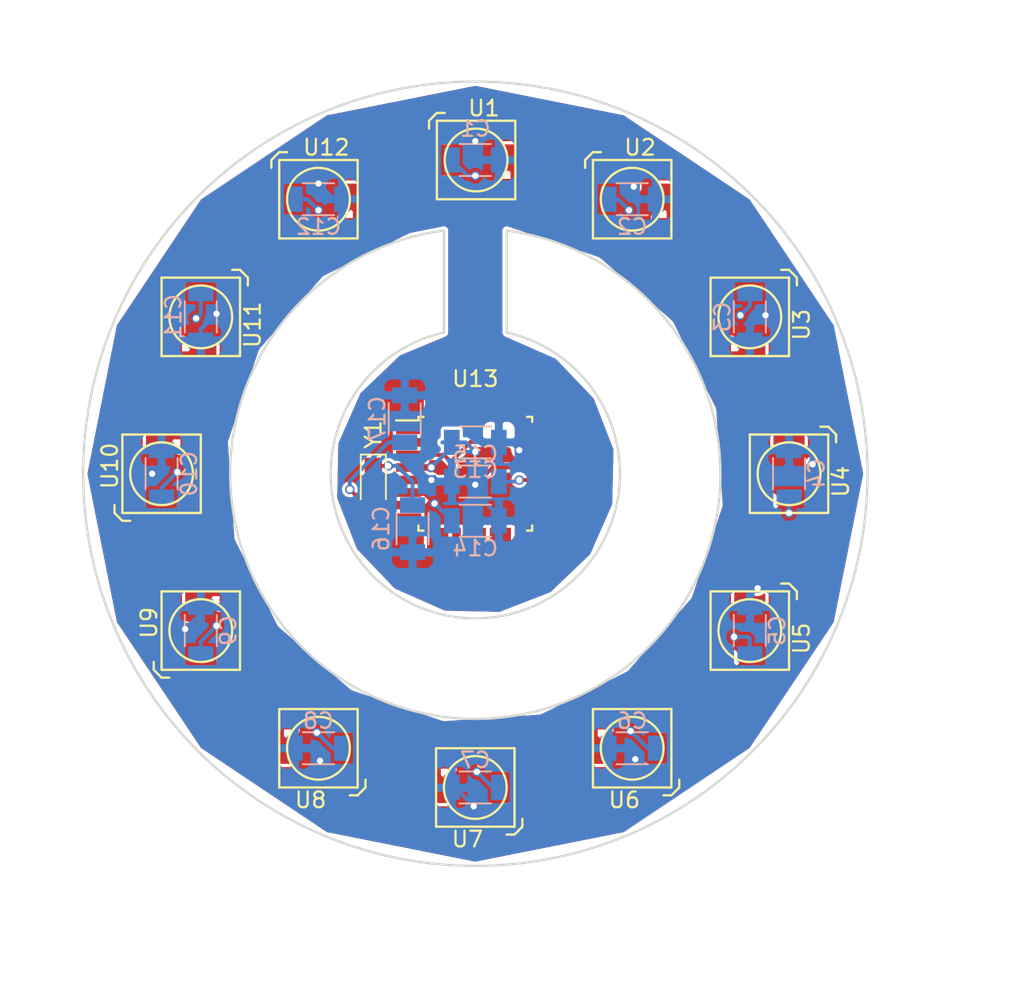
<source format=kicad_pcb>
(kicad_pcb (version 4) (host pcbnew 4.0.7)

  (general
    (links 76)
    (no_connects 0)
    (area 57.2 64.8 122.500001 127.800001)
    (thickness 1.6)
    (drawings 15)
    (tracks 232)
    (zones 0)
    (modules 31)
    (nets 41)
  )

  (page A4)
  (layers
    (0 F.Cu signal)
    (31 B.Cu signal)
    (32 B.Adhes user)
    (33 F.Adhes user)
    (34 B.Paste user)
    (35 F.Paste user)
    (36 B.SilkS user)
    (37 F.SilkS user)
    (38 B.Mask user)
    (39 F.Mask user)
    (40 Dwgs.User user)
    (41 Cmts.User user)
    (42 Eco1.User user)
    (43 Eco2.User user)
    (44 Edge.Cuts user)
    (45 Margin user)
    (46 B.CrtYd user)
    (47 F.CrtYd user)
    (48 B.Fab user hide)
    (49 F.Fab user hide)
  )

  (setup
    (last_trace_width 0.25)
    (trace_clearance 0.2)
    (zone_clearance 0.2)
    (zone_45_only no)
    (trace_min 0.2)
    (segment_width 0.2)
    (edge_width 0.15)
    (via_size 0.6)
    (via_drill 0.4)
    (via_min_size 0.4)
    (via_min_drill 0.3)
    (uvia_size 0.3)
    (uvia_drill 0.1)
    (uvias_allowed no)
    (uvia_min_size 0.2)
    (uvia_min_drill 0.1)
    (pcb_text_width 0.3)
    (pcb_text_size 1.5 1.5)
    (mod_edge_width 0.15)
    (mod_text_size 1 1)
    (mod_text_width 0.15)
    (pad_size 1.524 1.524)
    (pad_drill 0.762)
    (pad_to_mask_clearance 0.2)
    (aux_axis_origin 0 0)
    (visible_elements FFFFFF7F)
    (pcbplotparams
      (layerselection 0x00030_80000001)
      (usegerberextensions false)
      (excludeedgelayer true)
      (linewidth 0.100000)
      (plotframeref false)
      (viasonmask false)
      (mode 1)
      (useauxorigin false)
      (hpglpennumber 1)
      (hpglpenspeed 20)
      (hpglpendiameter 15)
      (hpglpenoverlay 2)
      (psnegative false)
      (psa4output false)
      (plotreference true)
      (plotvalue true)
      (plotinvisibletext false)
      (padsonsilk false)
      (subtractmaskfromsilk false)
      (outputformat 1)
      (mirror false)
      (drillshape 1)
      (scaleselection 1)
      (outputdirectory ""))
  )

  (net 0 "")
  (net 1 VCC)
  (net 2 GND)
  (net 3 /XTAL1)
  (net 4 /XTAL2)
  (net 5 /LEDSignal)
  (net 6 "Net-(U2-Pad2)")
  (net 7 "Net-(U3-Pad2)")
  (net 8 "/LED Ring/ROW_2")
  (net 9 "Net-(U4-Pad2)")
  (net 10 "Net-(U5-Pad2)")
  (net 11 "Net-(U10-Pad4)")
  (net 12 "Net-(U10-Pad2)")
  (net 13 "Net-(U11-Pad2)")
  (net 14 "Net-(U13-Pad2)")
  (net 15 "Net-(U8-Pad2)")
  (net 16 "Net-(U12-Pad2)")
  (net 17 "Net-(C15-Pad1)")
  (net 18 "Net-(U1-Pad2)")
  (net 19 "Net-(U7-Pad2)")
  (net 20 "Net-(U13-Pad1)")
  (net 21 "Net-(U13-Pad9)")
  (net 22 "Net-(U13-Pad10)")
  (net 23 "Net-(U13-Pad11)")
  (net 24 "Net-(U13-Pad12)")
  (net 25 "Net-(U13-Pad13)")
  (net 26 "Net-(U13-Pad14)")
  (net 27 "Net-(U13-Pad15)")
  (net 28 "Net-(U13-Pad16)")
  (net 29 "Net-(U13-Pad17)")
  (net 30 "Net-(U13-Pad19)")
  (net 31 "Net-(U13-Pad22)")
  (net 32 "Net-(U13-Pad24)")
  (net 33 "Net-(U13-Pad25)")
  (net 34 "Net-(U13-Pad26)")
  (net 35 "Net-(U13-Pad27)")
  (net 36 "Net-(U13-Pad28)")
  (net 37 "Net-(U13-Pad29)")
  (net 38 "Net-(U13-Pad30)")
  (net 39 "Net-(U13-Pad31)")
  (net 40 "Net-(U13-Pad32)")

  (net_class Default "This is the default net class."
    (clearance 0.2)
    (trace_width 0.25)
    (via_dia 0.6)
    (via_drill 0.4)
    (uvia_dia 0.3)
    (uvia_drill 0.1)
    (add_net "/LED Ring/ROW_2")
    (add_net /LEDSignal)
    (add_net /XTAL1)
    (add_net /XTAL2)
    (add_net GND)
    (add_net "Net-(C15-Pad1)")
    (add_net "Net-(U1-Pad2)")
    (add_net "Net-(U10-Pad2)")
    (add_net "Net-(U10-Pad4)")
    (add_net "Net-(U11-Pad2)")
    (add_net "Net-(U12-Pad2)")
    (add_net "Net-(U13-Pad1)")
    (add_net "Net-(U13-Pad10)")
    (add_net "Net-(U13-Pad11)")
    (add_net "Net-(U13-Pad12)")
    (add_net "Net-(U13-Pad13)")
    (add_net "Net-(U13-Pad14)")
    (add_net "Net-(U13-Pad15)")
    (add_net "Net-(U13-Pad16)")
    (add_net "Net-(U13-Pad17)")
    (add_net "Net-(U13-Pad19)")
    (add_net "Net-(U13-Pad2)")
    (add_net "Net-(U13-Pad22)")
    (add_net "Net-(U13-Pad24)")
    (add_net "Net-(U13-Pad25)")
    (add_net "Net-(U13-Pad26)")
    (add_net "Net-(U13-Pad27)")
    (add_net "Net-(U13-Pad28)")
    (add_net "Net-(U13-Pad29)")
    (add_net "Net-(U13-Pad30)")
    (add_net "Net-(U13-Pad31)")
    (add_net "Net-(U13-Pad32)")
    (add_net "Net-(U13-Pad9)")
    (add_net "Net-(U2-Pad2)")
    (add_net "Net-(U3-Pad2)")
    (add_net "Net-(U4-Pad2)")
    (add_net "Net-(U5-Pad2)")
    (add_net "Net-(U7-Pad2)")
    (add_net "Net-(U8-Pad2)")
    (add_net VCC)
  )

  (module Capacitors_SMD:C_1206 (layer B.Cu) (tedit 58AA84B8) (tstamp 5AA947F7)
    (at 87.5 75)
    (descr "Capacitor SMD 1206, reflow soldering, AVX (see smccp.pdf)")
    (tags "capacitor 1206")
    (path /5AA3D3AE/5AA431E9)
    (attr smd)
    (fp_text reference C1 (at 0 -2) (layer B.SilkS)
      (effects (font (size 1 1) (thickness 0.15)) (justify mirror))
    )
    (fp_text value C (at 0 -2) (layer B.Fab)
      (effects (font (size 1 1) (thickness 0.15)) (justify mirror))
    )
    (fp_text user %R (at 0 1.75) (layer B.Fab)
      (effects (font (size 1 1) (thickness 0.15)) (justify mirror))
    )
    (fp_line (start -1.6 -0.8) (end -1.6 0.8) (layer B.Fab) (width 0.1))
    (fp_line (start 1.6 -0.8) (end -1.6 -0.8) (layer B.Fab) (width 0.1))
    (fp_line (start 1.6 0.8) (end 1.6 -0.8) (layer B.Fab) (width 0.1))
    (fp_line (start -1.6 0.8) (end 1.6 0.8) (layer B.Fab) (width 0.1))
    (fp_line (start 1 1.02) (end -1 1.02) (layer B.SilkS) (width 0.12))
    (fp_line (start -1 -1.02) (end 1 -1.02) (layer B.SilkS) (width 0.12))
    (fp_line (start -2.25 1.05) (end 2.25 1.05) (layer B.CrtYd) (width 0.05))
    (fp_line (start -2.25 1.05) (end -2.25 -1.05) (layer B.CrtYd) (width 0.05))
    (fp_line (start 2.25 -1.05) (end 2.25 1.05) (layer B.CrtYd) (width 0.05))
    (fp_line (start 2.25 -1.05) (end -2.25 -1.05) (layer B.CrtYd) (width 0.05))
    (pad 1 smd rect (at -1.5 0) (size 1 1.6) (layers B.Cu B.Paste B.Mask)
      (net 1 VCC))
    (pad 2 smd rect (at 1.5 0) (size 1 1.6) (layers B.Cu B.Paste B.Mask)
      (net 2 GND))
    (model Capacitors_SMD.3dshapes/C_1206.wrl
      (at (xyz 0 0 0))
      (scale (xyz 1 1 1))
      (rotate (xyz 0 0 0))
    )
  )

  (module Capacitors_SMD:C_1206 (layer B.Cu) (tedit 58AA84B8) (tstamp 5AA947FD)
    (at 97.5 77.5)
    (descr "Capacitor SMD 1206, reflow soldering, AVX (see smccp.pdf)")
    (tags "capacitor 1206")
    (path /5AA3D3AE/5AA431F1)
    (attr smd)
    (fp_text reference C2 (at 0 1.75) (layer B.SilkS)
      (effects (font (size 1 1) (thickness 0.15)) (justify mirror))
    )
    (fp_text value C (at 0 -2) (layer B.Fab)
      (effects (font (size 1 1) (thickness 0.15)) (justify mirror))
    )
    (fp_text user %R (at 0 1.75) (layer B.Fab)
      (effects (font (size 1 1) (thickness 0.15)) (justify mirror))
    )
    (fp_line (start -1.6 -0.8) (end -1.6 0.8) (layer B.Fab) (width 0.1))
    (fp_line (start 1.6 -0.8) (end -1.6 -0.8) (layer B.Fab) (width 0.1))
    (fp_line (start 1.6 0.8) (end 1.6 -0.8) (layer B.Fab) (width 0.1))
    (fp_line (start -1.6 0.8) (end 1.6 0.8) (layer B.Fab) (width 0.1))
    (fp_line (start 1 1.02) (end -1 1.02) (layer B.SilkS) (width 0.12))
    (fp_line (start -1 -1.02) (end 1 -1.02) (layer B.SilkS) (width 0.12))
    (fp_line (start -2.25 1.05) (end 2.25 1.05) (layer B.CrtYd) (width 0.05))
    (fp_line (start -2.25 1.05) (end -2.25 -1.05) (layer B.CrtYd) (width 0.05))
    (fp_line (start 2.25 -1.05) (end 2.25 1.05) (layer B.CrtYd) (width 0.05))
    (fp_line (start 2.25 -1.05) (end -2.25 -1.05) (layer B.CrtYd) (width 0.05))
    (pad 1 smd rect (at -1.5 0) (size 1 1.6) (layers B.Cu B.Paste B.Mask)
      (net 1 VCC))
    (pad 2 smd rect (at 1.5 0) (size 1 1.6) (layers B.Cu B.Paste B.Mask)
      (net 2 GND))
    (model Capacitors_SMD.3dshapes/C_1206.wrl
      (at (xyz 0 0 0))
      (scale (xyz 1 1 1))
      (rotate (xyz 0 0 0))
    )
  )

  (module Capacitors_SMD:C_1206 (layer B.Cu) (tedit 58AA84B8) (tstamp 5AA94803)
    (at 105 85 270)
    (descr "Capacitor SMD 1206, reflow soldering, AVX (see smccp.pdf)")
    (tags "capacitor 1206")
    (path /5AA3D3AE/5AA431F9)
    (attr smd)
    (fp_text reference C3 (at 0 1.75 270) (layer B.SilkS)
      (effects (font (size 1 1) (thickness 0.15)) (justify mirror))
    )
    (fp_text value C (at 0 -2 270) (layer B.Fab)
      (effects (font (size 1 1) (thickness 0.15)) (justify mirror))
    )
    (fp_text user %R (at 0 1.75 270) (layer B.Fab)
      (effects (font (size 1 1) (thickness 0.15)) (justify mirror))
    )
    (fp_line (start -1.6 -0.8) (end -1.6 0.8) (layer B.Fab) (width 0.1))
    (fp_line (start 1.6 -0.8) (end -1.6 -0.8) (layer B.Fab) (width 0.1))
    (fp_line (start 1.6 0.8) (end 1.6 -0.8) (layer B.Fab) (width 0.1))
    (fp_line (start -1.6 0.8) (end 1.6 0.8) (layer B.Fab) (width 0.1))
    (fp_line (start 1 1.02) (end -1 1.02) (layer B.SilkS) (width 0.12))
    (fp_line (start -1 -1.02) (end 1 -1.02) (layer B.SilkS) (width 0.12))
    (fp_line (start -2.25 1.05) (end 2.25 1.05) (layer B.CrtYd) (width 0.05))
    (fp_line (start -2.25 1.05) (end -2.25 -1.05) (layer B.CrtYd) (width 0.05))
    (fp_line (start 2.25 -1.05) (end 2.25 1.05) (layer B.CrtYd) (width 0.05))
    (fp_line (start 2.25 -1.05) (end -2.25 -1.05) (layer B.CrtYd) (width 0.05))
    (pad 1 smd rect (at -1.5 0 270) (size 1 1.6) (layers B.Cu B.Paste B.Mask)
      (net 1 VCC))
    (pad 2 smd rect (at 1.5 0 270) (size 1 1.6) (layers B.Cu B.Paste B.Mask)
      (net 2 GND))
    (model Capacitors_SMD.3dshapes/C_1206.wrl
      (at (xyz 0 0 0))
      (scale (xyz 1 1 1))
      (rotate (xyz 0 0 0))
    )
  )

  (module Capacitors_SMD:C_1206 (layer B.Cu) (tedit 58AA84B8) (tstamp 5AA94809)
    (at 107.5 95 90)
    (descr "Capacitor SMD 1206, reflow soldering, AVX (see smccp.pdf)")
    (tags "capacitor 1206")
    (path /5AA3D3AE/5AA43201)
    (attr smd)
    (fp_text reference C4 (at 0 1.75 90) (layer B.SilkS)
      (effects (font (size 1 1) (thickness 0.15)) (justify mirror))
    )
    (fp_text value C (at 0 -2 90) (layer B.Fab)
      (effects (font (size 1 1) (thickness 0.15)) (justify mirror))
    )
    (fp_text user %R (at 0 1.75 90) (layer B.Fab)
      (effects (font (size 1 1) (thickness 0.15)) (justify mirror))
    )
    (fp_line (start -1.6 -0.8) (end -1.6 0.8) (layer B.Fab) (width 0.1))
    (fp_line (start 1.6 -0.8) (end -1.6 -0.8) (layer B.Fab) (width 0.1))
    (fp_line (start 1.6 0.8) (end 1.6 -0.8) (layer B.Fab) (width 0.1))
    (fp_line (start -1.6 0.8) (end 1.6 0.8) (layer B.Fab) (width 0.1))
    (fp_line (start 1 1.02) (end -1 1.02) (layer B.SilkS) (width 0.12))
    (fp_line (start -1 -1.02) (end 1 -1.02) (layer B.SilkS) (width 0.12))
    (fp_line (start -2.25 1.05) (end 2.25 1.05) (layer B.CrtYd) (width 0.05))
    (fp_line (start -2.25 1.05) (end -2.25 -1.05) (layer B.CrtYd) (width 0.05))
    (fp_line (start 2.25 -1.05) (end 2.25 1.05) (layer B.CrtYd) (width 0.05))
    (fp_line (start 2.25 -1.05) (end -2.25 -1.05) (layer B.CrtYd) (width 0.05))
    (pad 1 smd rect (at -1.5 0 90) (size 1 1.6) (layers B.Cu B.Paste B.Mask)
      (net 1 VCC))
    (pad 2 smd rect (at 1.5 0 90) (size 1 1.6) (layers B.Cu B.Paste B.Mask)
      (net 2 GND))
    (model Capacitors_SMD.3dshapes/C_1206.wrl
      (at (xyz 0 0 0))
      (scale (xyz 1 1 1))
      (rotate (xyz 0 0 0))
    )
  )

  (module Capacitors_SMD:C_1206 (layer B.Cu) (tedit 58AA84B8) (tstamp 5AA9480F)
    (at 105 105 90)
    (descr "Capacitor SMD 1206, reflow soldering, AVX (see smccp.pdf)")
    (tags "capacitor 1206")
    (path /5AA3D3AE/5AA43209)
    (attr smd)
    (fp_text reference C5 (at 0 1.75 90) (layer B.SilkS)
      (effects (font (size 1 1) (thickness 0.15)) (justify mirror))
    )
    (fp_text value C (at 0 -2 90) (layer B.Fab)
      (effects (font (size 1 1) (thickness 0.15)) (justify mirror))
    )
    (fp_text user %R (at 0 1.75 90) (layer B.Fab)
      (effects (font (size 1 1) (thickness 0.15)) (justify mirror))
    )
    (fp_line (start -1.6 -0.8) (end -1.6 0.8) (layer B.Fab) (width 0.1))
    (fp_line (start 1.6 -0.8) (end -1.6 -0.8) (layer B.Fab) (width 0.1))
    (fp_line (start 1.6 0.8) (end 1.6 -0.8) (layer B.Fab) (width 0.1))
    (fp_line (start -1.6 0.8) (end 1.6 0.8) (layer B.Fab) (width 0.1))
    (fp_line (start 1 1.02) (end -1 1.02) (layer B.SilkS) (width 0.12))
    (fp_line (start -1 -1.02) (end 1 -1.02) (layer B.SilkS) (width 0.12))
    (fp_line (start -2.25 1.05) (end 2.25 1.05) (layer B.CrtYd) (width 0.05))
    (fp_line (start -2.25 1.05) (end -2.25 -1.05) (layer B.CrtYd) (width 0.05))
    (fp_line (start 2.25 -1.05) (end 2.25 1.05) (layer B.CrtYd) (width 0.05))
    (fp_line (start 2.25 -1.05) (end -2.25 -1.05) (layer B.CrtYd) (width 0.05))
    (pad 1 smd rect (at -1.5 0 90) (size 1 1.6) (layers B.Cu B.Paste B.Mask)
      (net 1 VCC))
    (pad 2 smd rect (at 1.5 0 90) (size 1 1.6) (layers B.Cu B.Paste B.Mask)
      (net 2 GND))
    (model Capacitors_SMD.3dshapes/C_1206.wrl
      (at (xyz 0 0 0))
      (scale (xyz 1 1 1))
      (rotate (xyz 0 0 0))
    )
  )

  (module Capacitors_SMD:C_1206 (layer B.Cu) (tedit 58AA84B8) (tstamp 5AA94815)
    (at 97.5 112.5 180)
    (descr "Capacitor SMD 1206, reflow soldering, AVX (see smccp.pdf)")
    (tags "capacitor 1206")
    (path /5AA3D3AE/5AA43211)
    (attr smd)
    (fp_text reference C6 (at 0 1.75 180) (layer B.SilkS)
      (effects (font (size 1 1) (thickness 0.15)) (justify mirror))
    )
    (fp_text value C (at 0 -2 180) (layer B.Fab)
      (effects (font (size 1 1) (thickness 0.15)) (justify mirror))
    )
    (fp_text user %R (at 0 1.75 180) (layer B.Fab)
      (effects (font (size 1 1) (thickness 0.15)) (justify mirror))
    )
    (fp_line (start -1.6 -0.8) (end -1.6 0.8) (layer B.Fab) (width 0.1))
    (fp_line (start 1.6 -0.8) (end -1.6 -0.8) (layer B.Fab) (width 0.1))
    (fp_line (start 1.6 0.8) (end 1.6 -0.8) (layer B.Fab) (width 0.1))
    (fp_line (start -1.6 0.8) (end 1.6 0.8) (layer B.Fab) (width 0.1))
    (fp_line (start 1 1.02) (end -1 1.02) (layer B.SilkS) (width 0.12))
    (fp_line (start -1 -1.02) (end 1 -1.02) (layer B.SilkS) (width 0.12))
    (fp_line (start -2.25 1.05) (end 2.25 1.05) (layer B.CrtYd) (width 0.05))
    (fp_line (start -2.25 1.05) (end -2.25 -1.05) (layer B.CrtYd) (width 0.05))
    (fp_line (start 2.25 -1.05) (end 2.25 1.05) (layer B.CrtYd) (width 0.05))
    (fp_line (start 2.25 -1.05) (end -2.25 -1.05) (layer B.CrtYd) (width 0.05))
    (pad 1 smd rect (at -1.5 0 180) (size 1 1.6) (layers B.Cu B.Paste B.Mask)
      (net 1 VCC))
    (pad 2 smd rect (at 1.5 0 180) (size 1 1.6) (layers B.Cu B.Paste B.Mask)
      (net 2 GND))
    (model Capacitors_SMD.3dshapes/C_1206.wrl
      (at (xyz 0 0 0))
      (scale (xyz 1 1 1))
      (rotate (xyz 0 0 0))
    )
  )

  (module Capacitors_SMD:C_1206 (layer B.Cu) (tedit 58AA84B8) (tstamp 5AA9481B)
    (at 87.5 115 180)
    (descr "Capacitor SMD 1206, reflow soldering, AVX (see smccp.pdf)")
    (tags "capacitor 1206")
    (path /5AA3D3AE/5AA411E6)
    (attr smd)
    (fp_text reference C7 (at 0 1.75 180) (layer B.SilkS)
      (effects (font (size 1 1) (thickness 0.15)) (justify mirror))
    )
    (fp_text value C (at 0 -2 180) (layer B.Fab)
      (effects (font (size 1 1) (thickness 0.15)) (justify mirror))
    )
    (fp_text user %R (at 0 1.75 180) (layer B.Fab)
      (effects (font (size 1 1) (thickness 0.15)) (justify mirror))
    )
    (fp_line (start -1.6 -0.8) (end -1.6 0.8) (layer B.Fab) (width 0.1))
    (fp_line (start 1.6 -0.8) (end -1.6 -0.8) (layer B.Fab) (width 0.1))
    (fp_line (start 1.6 0.8) (end 1.6 -0.8) (layer B.Fab) (width 0.1))
    (fp_line (start -1.6 0.8) (end 1.6 0.8) (layer B.Fab) (width 0.1))
    (fp_line (start 1 1.02) (end -1 1.02) (layer B.SilkS) (width 0.12))
    (fp_line (start -1 -1.02) (end 1 -1.02) (layer B.SilkS) (width 0.12))
    (fp_line (start -2.25 1.05) (end 2.25 1.05) (layer B.CrtYd) (width 0.05))
    (fp_line (start -2.25 1.05) (end -2.25 -1.05) (layer B.CrtYd) (width 0.05))
    (fp_line (start 2.25 -1.05) (end 2.25 1.05) (layer B.CrtYd) (width 0.05))
    (fp_line (start 2.25 -1.05) (end -2.25 -1.05) (layer B.CrtYd) (width 0.05))
    (pad 1 smd rect (at -1.5 0 180) (size 1 1.6) (layers B.Cu B.Paste B.Mask)
      (net 1 VCC))
    (pad 2 smd rect (at 1.5 0 180) (size 1 1.6) (layers B.Cu B.Paste B.Mask)
      (net 2 GND))
    (model Capacitors_SMD.3dshapes/C_1206.wrl
      (at (xyz 0 0 0))
      (scale (xyz 1 1 1))
      (rotate (xyz 0 0 0))
    )
  )

  (module Capacitors_SMD:C_1206 (layer B.Cu) (tedit 58AA84B8) (tstamp 5AA94821)
    (at 77.5 112.5 180)
    (descr "Capacitor SMD 1206, reflow soldering, AVX (see smccp.pdf)")
    (tags "capacitor 1206")
    (path /5AA3D3AE/5AA4141C)
    (attr smd)
    (fp_text reference C8 (at 0 1.75 180) (layer B.SilkS)
      (effects (font (size 1 1) (thickness 0.15)) (justify mirror))
    )
    (fp_text value C (at 0 -2 180) (layer B.Fab)
      (effects (font (size 1 1) (thickness 0.15)) (justify mirror))
    )
    (fp_text user %R (at 0 1.75 180) (layer B.Fab)
      (effects (font (size 1 1) (thickness 0.15)) (justify mirror))
    )
    (fp_line (start -1.6 -0.8) (end -1.6 0.8) (layer B.Fab) (width 0.1))
    (fp_line (start 1.6 -0.8) (end -1.6 -0.8) (layer B.Fab) (width 0.1))
    (fp_line (start 1.6 0.8) (end 1.6 -0.8) (layer B.Fab) (width 0.1))
    (fp_line (start -1.6 0.8) (end 1.6 0.8) (layer B.Fab) (width 0.1))
    (fp_line (start 1 1.02) (end -1 1.02) (layer B.SilkS) (width 0.12))
    (fp_line (start -1 -1.02) (end 1 -1.02) (layer B.SilkS) (width 0.12))
    (fp_line (start -2.25 1.05) (end 2.25 1.05) (layer B.CrtYd) (width 0.05))
    (fp_line (start -2.25 1.05) (end -2.25 -1.05) (layer B.CrtYd) (width 0.05))
    (fp_line (start 2.25 -1.05) (end 2.25 1.05) (layer B.CrtYd) (width 0.05))
    (fp_line (start 2.25 -1.05) (end -2.25 -1.05) (layer B.CrtYd) (width 0.05))
    (pad 1 smd rect (at -1.5 0 180) (size 1 1.6) (layers B.Cu B.Paste B.Mask)
      (net 1 VCC))
    (pad 2 smd rect (at 1.5 0 180) (size 1 1.6) (layers B.Cu B.Paste B.Mask)
      (net 2 GND))
    (model Capacitors_SMD.3dshapes/C_1206.wrl
      (at (xyz 0 0 0))
      (scale (xyz 1 1 1))
      (rotate (xyz 0 0 0))
    )
  )

  (module Capacitors_SMD:C_1206 (layer B.Cu) (tedit 58AA84B8) (tstamp 5AA94827)
    (at 70 105 90)
    (descr "Capacitor SMD 1206, reflow soldering, AVX (see smccp.pdf)")
    (tags "capacitor 1206")
    (path /5AA3D3AE/5AA414C9)
    (attr smd)
    (fp_text reference C9 (at 0 1.75 90) (layer B.SilkS)
      (effects (font (size 1 1) (thickness 0.15)) (justify mirror))
    )
    (fp_text value C (at 0 -2 90) (layer B.Fab)
      (effects (font (size 1 1) (thickness 0.15)) (justify mirror))
    )
    (fp_text user %R (at 0 1.75 90) (layer B.Fab)
      (effects (font (size 1 1) (thickness 0.15)) (justify mirror))
    )
    (fp_line (start -1.6 -0.8) (end -1.6 0.8) (layer B.Fab) (width 0.1))
    (fp_line (start 1.6 -0.8) (end -1.6 -0.8) (layer B.Fab) (width 0.1))
    (fp_line (start 1.6 0.8) (end 1.6 -0.8) (layer B.Fab) (width 0.1))
    (fp_line (start -1.6 0.8) (end 1.6 0.8) (layer B.Fab) (width 0.1))
    (fp_line (start 1 1.02) (end -1 1.02) (layer B.SilkS) (width 0.12))
    (fp_line (start -1 -1.02) (end 1 -1.02) (layer B.SilkS) (width 0.12))
    (fp_line (start -2.25 1.05) (end 2.25 1.05) (layer B.CrtYd) (width 0.05))
    (fp_line (start -2.25 1.05) (end -2.25 -1.05) (layer B.CrtYd) (width 0.05))
    (fp_line (start 2.25 -1.05) (end 2.25 1.05) (layer B.CrtYd) (width 0.05))
    (fp_line (start 2.25 -1.05) (end -2.25 -1.05) (layer B.CrtYd) (width 0.05))
    (pad 1 smd rect (at -1.5 0 90) (size 1 1.6) (layers B.Cu B.Paste B.Mask)
      (net 1 VCC))
    (pad 2 smd rect (at 1.5 0 90) (size 1 1.6) (layers B.Cu B.Paste B.Mask)
      (net 2 GND))
    (model Capacitors_SMD.3dshapes/C_1206.wrl
      (at (xyz 0 0 0))
      (scale (xyz 1 1 1))
      (rotate (xyz 0 0 0))
    )
  )

  (module Capacitors_SMD:C_1206 (layer B.Cu) (tedit 58AA84B8) (tstamp 5AA9482D)
    (at 67.5 95 90)
    (descr "Capacitor SMD 1206, reflow soldering, AVX (see smccp.pdf)")
    (tags "capacitor 1206")
    (path /5AA3D3AE/5AA414D0)
    (attr smd)
    (fp_text reference C10 (at 0 1.75 90) (layer B.SilkS)
      (effects (font (size 1 1) (thickness 0.15)) (justify mirror))
    )
    (fp_text value C (at 0 -2 90) (layer B.Fab)
      (effects (font (size 1 1) (thickness 0.15)) (justify mirror))
    )
    (fp_text user %R (at 0 1.75 90) (layer B.Fab)
      (effects (font (size 1 1) (thickness 0.15)) (justify mirror))
    )
    (fp_line (start -1.6 -0.8) (end -1.6 0.8) (layer B.Fab) (width 0.1))
    (fp_line (start 1.6 -0.8) (end -1.6 -0.8) (layer B.Fab) (width 0.1))
    (fp_line (start 1.6 0.8) (end 1.6 -0.8) (layer B.Fab) (width 0.1))
    (fp_line (start -1.6 0.8) (end 1.6 0.8) (layer B.Fab) (width 0.1))
    (fp_line (start 1 1.02) (end -1 1.02) (layer B.SilkS) (width 0.12))
    (fp_line (start -1 -1.02) (end 1 -1.02) (layer B.SilkS) (width 0.12))
    (fp_line (start -2.25 1.05) (end 2.25 1.05) (layer B.CrtYd) (width 0.05))
    (fp_line (start -2.25 1.05) (end -2.25 -1.05) (layer B.CrtYd) (width 0.05))
    (fp_line (start 2.25 -1.05) (end 2.25 1.05) (layer B.CrtYd) (width 0.05))
    (fp_line (start 2.25 -1.05) (end -2.25 -1.05) (layer B.CrtYd) (width 0.05))
    (pad 1 smd rect (at -1.5 0 90) (size 1 1.6) (layers B.Cu B.Paste B.Mask)
      (net 1 VCC))
    (pad 2 smd rect (at 1.5 0 90) (size 1 1.6) (layers B.Cu B.Paste B.Mask)
      (net 2 GND))
    (model Capacitors_SMD.3dshapes/C_1206.wrl
      (at (xyz 0 0 0))
      (scale (xyz 1 1 1))
      (rotate (xyz 0 0 0))
    )
  )

  (module Capacitors_SMD:C_1206 (layer B.Cu) (tedit 58AA84B8) (tstamp 5AA94833)
    (at 70 85 270)
    (descr "Capacitor SMD 1206, reflow soldering, AVX (see smccp.pdf)")
    (tags "capacitor 1206")
    (path /5AA3D3AE/5AA416BF)
    (attr smd)
    (fp_text reference C11 (at 0 1.75 270) (layer B.SilkS)
      (effects (font (size 1 1) (thickness 0.15)) (justify mirror))
    )
    (fp_text value C (at 0 -2 270) (layer B.Fab)
      (effects (font (size 1 1) (thickness 0.15)) (justify mirror))
    )
    (fp_text user %R (at 0 1.75 270) (layer B.Fab)
      (effects (font (size 1 1) (thickness 0.15)) (justify mirror))
    )
    (fp_line (start -1.6 -0.8) (end -1.6 0.8) (layer B.Fab) (width 0.1))
    (fp_line (start 1.6 -0.8) (end -1.6 -0.8) (layer B.Fab) (width 0.1))
    (fp_line (start 1.6 0.8) (end 1.6 -0.8) (layer B.Fab) (width 0.1))
    (fp_line (start -1.6 0.8) (end 1.6 0.8) (layer B.Fab) (width 0.1))
    (fp_line (start 1 1.02) (end -1 1.02) (layer B.SilkS) (width 0.12))
    (fp_line (start -1 -1.02) (end 1 -1.02) (layer B.SilkS) (width 0.12))
    (fp_line (start -2.25 1.05) (end 2.25 1.05) (layer B.CrtYd) (width 0.05))
    (fp_line (start -2.25 1.05) (end -2.25 -1.05) (layer B.CrtYd) (width 0.05))
    (fp_line (start 2.25 -1.05) (end 2.25 1.05) (layer B.CrtYd) (width 0.05))
    (fp_line (start 2.25 -1.05) (end -2.25 -1.05) (layer B.CrtYd) (width 0.05))
    (pad 1 smd rect (at -1.5 0 270) (size 1 1.6) (layers B.Cu B.Paste B.Mask)
      (net 1 VCC))
    (pad 2 smd rect (at 1.5 0 270) (size 1 1.6) (layers B.Cu B.Paste B.Mask)
      (net 2 GND))
    (model Capacitors_SMD.3dshapes/C_1206.wrl
      (at (xyz 0 0 0))
      (scale (xyz 1 1 1))
      (rotate (xyz 0 0 0))
    )
  )

  (module Capacitors_SMD:C_1206 (layer B.Cu) (tedit 58AA84B8) (tstamp 5AA94839)
    (at 77.5 77.5)
    (descr "Capacitor SMD 1206, reflow soldering, AVX (see smccp.pdf)")
    (tags "capacitor 1206")
    (path /5AA3D3AE/5AA416C6)
    (attr smd)
    (fp_text reference C12 (at 0 1.75) (layer B.SilkS)
      (effects (font (size 1 1) (thickness 0.15)) (justify mirror))
    )
    (fp_text value C (at 0 -2) (layer B.Fab)
      (effects (font (size 1 1) (thickness 0.15)) (justify mirror))
    )
    (fp_text user %R (at 0 1.75) (layer B.Fab)
      (effects (font (size 1 1) (thickness 0.15)) (justify mirror))
    )
    (fp_line (start -1.6 -0.8) (end -1.6 0.8) (layer B.Fab) (width 0.1))
    (fp_line (start 1.6 -0.8) (end -1.6 -0.8) (layer B.Fab) (width 0.1))
    (fp_line (start 1.6 0.8) (end 1.6 -0.8) (layer B.Fab) (width 0.1))
    (fp_line (start -1.6 0.8) (end 1.6 0.8) (layer B.Fab) (width 0.1))
    (fp_line (start 1 1.02) (end -1 1.02) (layer B.SilkS) (width 0.12))
    (fp_line (start -1 -1.02) (end 1 -1.02) (layer B.SilkS) (width 0.12))
    (fp_line (start -2.25 1.05) (end 2.25 1.05) (layer B.CrtYd) (width 0.05))
    (fp_line (start -2.25 1.05) (end -2.25 -1.05) (layer B.CrtYd) (width 0.05))
    (fp_line (start 2.25 -1.05) (end 2.25 1.05) (layer B.CrtYd) (width 0.05))
    (fp_line (start 2.25 -1.05) (end -2.25 -1.05) (layer B.CrtYd) (width 0.05))
    (pad 1 smd rect (at -1.5 0) (size 1 1.6) (layers B.Cu B.Paste B.Mask)
      (net 1 VCC))
    (pad 2 smd rect (at 1.5 0) (size 1 1.6) (layers B.Cu B.Paste B.Mask)
      (net 2 GND))
    (model Capacitors_SMD.3dshapes/C_1206.wrl
      (at (xyz 0 0 0))
      (scale (xyz 1 1 1))
      (rotate (xyz 0 0 0))
    )
  )

  (module Capacitors_SMD:C_1206 (layer B.Cu) (tedit 58AA84B8) (tstamp 5AA9483F)
    (at 87.5 93)
    (descr "Capacitor SMD 1206, reflow soldering, AVX (see smccp.pdf)")
    (tags "capacitor 1206")
    (path /5AA44E41)
    (attr smd)
    (fp_text reference C13 (at 0 1.75) (layer B.SilkS)
      (effects (font (size 1 1) (thickness 0.15)) (justify mirror))
    )
    (fp_text value 1nF (at 0 -2) (layer B.Fab)
      (effects (font (size 1 1) (thickness 0.15)) (justify mirror))
    )
    (fp_text user %R (at 0 1.75) (layer B.Fab)
      (effects (font (size 1 1) (thickness 0.15)) (justify mirror))
    )
    (fp_line (start -1.6 -0.8) (end -1.6 0.8) (layer B.Fab) (width 0.1))
    (fp_line (start 1.6 -0.8) (end -1.6 -0.8) (layer B.Fab) (width 0.1))
    (fp_line (start 1.6 0.8) (end 1.6 -0.8) (layer B.Fab) (width 0.1))
    (fp_line (start -1.6 0.8) (end 1.6 0.8) (layer B.Fab) (width 0.1))
    (fp_line (start 1 1.02) (end -1 1.02) (layer B.SilkS) (width 0.12))
    (fp_line (start -1 -1.02) (end 1 -1.02) (layer B.SilkS) (width 0.12))
    (fp_line (start -2.25 1.05) (end 2.25 1.05) (layer B.CrtYd) (width 0.05))
    (fp_line (start -2.25 1.05) (end -2.25 -1.05) (layer B.CrtYd) (width 0.05))
    (fp_line (start 2.25 -1.05) (end 2.25 1.05) (layer B.CrtYd) (width 0.05))
    (fp_line (start 2.25 -1.05) (end -2.25 -1.05) (layer B.CrtYd) (width 0.05))
    (pad 1 smd rect (at -1.5 0) (size 1 1.6) (layers B.Cu B.Paste B.Mask)
      (net 1 VCC))
    (pad 2 smd rect (at 1.5 0) (size 1 1.6) (layers B.Cu B.Paste B.Mask)
      (net 2 GND))
    (model Capacitors_SMD.3dshapes/C_1206.wrl
      (at (xyz 0 0 0))
      (scale (xyz 1 1 1))
      (rotate (xyz 0 0 0))
    )
  )

  (module Capacitors_SMD:C_1206 (layer B.Cu) (tedit 58AA84B8) (tstamp 5AA94845)
    (at 87.5 98)
    (descr "Capacitor SMD 1206, reflow soldering, AVX (see smccp.pdf)")
    (tags "capacitor 1206")
    (path /5AA44DB8)
    (attr smd)
    (fp_text reference C14 (at 0 1.75) (layer B.SilkS)
      (effects (font (size 1 1) (thickness 0.15)) (justify mirror))
    )
    (fp_text value 1nF (at 0 -2) (layer B.Fab)
      (effects (font (size 1 1) (thickness 0.15)) (justify mirror))
    )
    (fp_text user %R (at 0 1.75) (layer B.Fab)
      (effects (font (size 1 1) (thickness 0.15)) (justify mirror))
    )
    (fp_line (start -1.6 -0.8) (end -1.6 0.8) (layer B.Fab) (width 0.1))
    (fp_line (start 1.6 -0.8) (end -1.6 -0.8) (layer B.Fab) (width 0.1))
    (fp_line (start 1.6 0.8) (end 1.6 -0.8) (layer B.Fab) (width 0.1))
    (fp_line (start -1.6 0.8) (end 1.6 0.8) (layer B.Fab) (width 0.1))
    (fp_line (start 1 1.02) (end -1 1.02) (layer B.SilkS) (width 0.12))
    (fp_line (start -1 -1.02) (end 1 -1.02) (layer B.SilkS) (width 0.12))
    (fp_line (start -2.25 1.05) (end 2.25 1.05) (layer B.CrtYd) (width 0.05))
    (fp_line (start -2.25 1.05) (end -2.25 -1.05) (layer B.CrtYd) (width 0.05))
    (fp_line (start 2.25 -1.05) (end 2.25 1.05) (layer B.CrtYd) (width 0.05))
    (fp_line (start 2.25 -1.05) (end -2.25 -1.05) (layer B.CrtYd) (width 0.05))
    (pad 1 smd rect (at -1.5 0) (size 1 1.6) (layers B.Cu B.Paste B.Mask)
      (net 1 VCC))
    (pad 2 smd rect (at 1.5 0) (size 1 1.6) (layers B.Cu B.Paste B.Mask)
      (net 2 GND))
    (model Capacitors_SMD.3dshapes/C_1206.wrl
      (at (xyz 0 0 0))
      (scale (xyz 1 1 1))
      (rotate (xyz 0 0 0))
    )
  )

  (module Capacitors_SMD:C_1206 (layer B.Cu) (tedit 58AA84B8) (tstamp 5AA9484B)
    (at 87.5 95.5 180)
    (descr "Capacitor SMD 1206, reflow soldering, AVX (see smccp.pdf)")
    (tags "capacitor 1206")
    (path /5AA451F3)
    (attr smd)
    (fp_text reference C15 (at 0 1.75 180) (layer B.SilkS)
      (effects (font (size 1 1) (thickness 0.15)) (justify mirror))
    )
    (fp_text value 1nF (at 0 -2 180) (layer B.Fab)
      (effects (font (size 1 1) (thickness 0.15)) (justify mirror))
    )
    (fp_text user %R (at 0 1.75 180) (layer B.Fab)
      (effects (font (size 1 1) (thickness 0.15)) (justify mirror))
    )
    (fp_line (start -1.6 -0.8) (end -1.6 0.8) (layer B.Fab) (width 0.1))
    (fp_line (start 1.6 -0.8) (end -1.6 -0.8) (layer B.Fab) (width 0.1))
    (fp_line (start 1.6 0.8) (end 1.6 -0.8) (layer B.Fab) (width 0.1))
    (fp_line (start -1.6 0.8) (end 1.6 0.8) (layer B.Fab) (width 0.1))
    (fp_line (start 1 1.02) (end -1 1.02) (layer B.SilkS) (width 0.12))
    (fp_line (start -1 -1.02) (end 1 -1.02) (layer B.SilkS) (width 0.12))
    (fp_line (start -2.25 1.05) (end 2.25 1.05) (layer B.CrtYd) (width 0.05))
    (fp_line (start -2.25 1.05) (end -2.25 -1.05) (layer B.CrtYd) (width 0.05))
    (fp_line (start 2.25 -1.05) (end 2.25 1.05) (layer B.CrtYd) (width 0.05))
    (fp_line (start 2.25 -1.05) (end -2.25 -1.05) (layer B.CrtYd) (width 0.05))
    (pad 1 smd rect (at -1.5 0 180) (size 1 1.6) (layers B.Cu B.Paste B.Mask)
      (net 17 "Net-(C15-Pad1)"))
    (pad 2 smd rect (at 1.5 0 180) (size 1 1.6) (layers B.Cu B.Paste B.Mask)
      (net 2 GND))
    (model Capacitors_SMD.3dshapes/C_1206.wrl
      (at (xyz 0 0 0))
      (scale (xyz 1 1 1))
      (rotate (xyz 0 0 0))
    )
  )

  (module Capacitors_SMD:C_1206 (layer B.Cu) (tedit 58AA84B8) (tstamp 5AA94851)
    (at 83.5 98.5 90)
    (descr "Capacitor SMD 1206, reflow soldering, AVX (see smccp.pdf)")
    (tags "capacitor 1206")
    (path /5AA47EF3)
    (attr smd)
    (fp_text reference C16 (at 0 -2 90) (layer B.SilkS)
      (effects (font (size 1 1) (thickness 0.15)) (justify mirror))
    )
    (fp_text value 22pF (at 0 -2 90) (layer B.Fab)
      (effects (font (size 1 1) (thickness 0.15)) (justify mirror))
    )
    (fp_text user %R (at 0 1.75 90) (layer B.Fab)
      (effects (font (size 1 1) (thickness 0.15)) (justify mirror))
    )
    (fp_line (start -1.6 -0.8) (end -1.6 0.8) (layer B.Fab) (width 0.1))
    (fp_line (start 1.6 -0.8) (end -1.6 -0.8) (layer B.Fab) (width 0.1))
    (fp_line (start 1.6 0.8) (end 1.6 -0.8) (layer B.Fab) (width 0.1))
    (fp_line (start -1.6 0.8) (end 1.6 0.8) (layer B.Fab) (width 0.1))
    (fp_line (start 1 1.02) (end -1 1.02) (layer B.SilkS) (width 0.12))
    (fp_line (start -1 -1.02) (end 1 -1.02) (layer B.SilkS) (width 0.12))
    (fp_line (start -2.25 1.05) (end 2.25 1.05) (layer B.CrtYd) (width 0.05))
    (fp_line (start -2.25 1.05) (end -2.25 -1.05) (layer B.CrtYd) (width 0.05))
    (fp_line (start 2.25 -1.05) (end 2.25 1.05) (layer B.CrtYd) (width 0.05))
    (fp_line (start 2.25 -1.05) (end -2.25 -1.05) (layer B.CrtYd) (width 0.05))
    (pad 1 smd rect (at -1.5 0 90) (size 1 1.6) (layers B.Cu B.Paste B.Mask)
      (net 2 GND))
    (pad 2 smd rect (at 1.5 0 90) (size 1 1.6) (layers B.Cu B.Paste B.Mask)
      (net 3 /XTAL1))
    (model Capacitors_SMD.3dshapes/C_1206.wrl
      (at (xyz 0 0 0))
      (scale (xyz 1 1 1))
      (rotate (xyz 0 0 0))
    )
  )

  (module Capacitors_SMD:C_1206 (layer B.Cu) (tedit 58AA84B8) (tstamp 5AA94857)
    (at 83 91.5 270)
    (descr "Capacitor SMD 1206, reflow soldering, AVX (see smccp.pdf)")
    (tags "capacitor 1206")
    (path /5AA45D60)
    (attr smd)
    (fp_text reference C17 (at 0 1.75 270) (layer B.SilkS)
      (effects (font (size 1 1) (thickness 0.15)) (justify mirror))
    )
    (fp_text value 22pF (at 0 -2 270) (layer B.Fab)
      (effects (font (size 1 1) (thickness 0.15)) (justify mirror))
    )
    (fp_text user %R (at 0 1.75 270) (layer B.Fab)
      (effects (font (size 1 1) (thickness 0.15)) (justify mirror))
    )
    (fp_line (start -1.6 -0.8) (end -1.6 0.8) (layer B.Fab) (width 0.1))
    (fp_line (start 1.6 -0.8) (end -1.6 -0.8) (layer B.Fab) (width 0.1))
    (fp_line (start 1.6 0.8) (end 1.6 -0.8) (layer B.Fab) (width 0.1))
    (fp_line (start -1.6 0.8) (end 1.6 0.8) (layer B.Fab) (width 0.1))
    (fp_line (start 1 1.02) (end -1 1.02) (layer B.SilkS) (width 0.12))
    (fp_line (start -1 -1.02) (end 1 -1.02) (layer B.SilkS) (width 0.12))
    (fp_line (start -2.25 1.05) (end 2.25 1.05) (layer B.CrtYd) (width 0.05))
    (fp_line (start -2.25 1.05) (end -2.25 -1.05) (layer B.CrtYd) (width 0.05))
    (fp_line (start 2.25 -1.05) (end 2.25 1.05) (layer B.CrtYd) (width 0.05))
    (fp_line (start 2.25 -1.05) (end -2.25 -1.05) (layer B.CrtYd) (width 0.05))
    (pad 1 smd rect (at -1.5 0 270) (size 1 1.6) (layers B.Cu B.Paste B.Mask)
      (net 2 GND))
    (pad 2 smd rect (at 1.5 0 270) (size 1 1.6) (layers B.Cu B.Paste B.Mask)
      (net 4 /XTAL2))
    (model Capacitors_SMD.3dshapes/C_1206.wrl
      (at (xyz 0 0 0))
      (scale (xyz 1 1 1))
      (rotate (xyz 0 0 0))
    )
  )

  (module symwaf:ws2812b (layer F.Cu) (tedit 5AA4261A) (tstamp 5AA9485F)
    (at 87.55 75 180)
    (path /5AA3D3AE/5AA3D587)
    (fp_text reference U1 (at -0.5 3.3 180) (layer F.SilkS)
      (effects (font (size 1 1) (thickness 0.15)))
    )
    (fp_text value ws2812b (at 0 -3.2 180) (layer F.Fab)
      (effects (font (size 1 1) (thickness 0.15)))
    )
    (fp_line (start 3 2.5) (end 3 2) (layer F.SilkS) (width 0.15))
    (fp_line (start 2.5 3) (end 3 2.5) (layer F.SilkS) (width 0.15))
    (fp_line (start 2 3) (end 2.5 3) (layer F.SilkS) (width 0.15))
    (fp_circle (center 0 0) (end 2 0) (layer F.SilkS) (width 0.15))
    (fp_line (start 2.5 -2.5) (end -2.5 -2.5) (layer F.SilkS) (width 0.15))
    (fp_line (start 2.5 2.5) (end 2.5 -2.5) (layer F.SilkS) (width 0.15))
    (fp_line (start -2.5 2.5) (end 2.5 2.5) (layer F.SilkS) (width 0.15))
    (fp_line (start -2.5 -2.5) (end -2.5 2.5) (layer F.SilkS) (width 0.15))
    (pad 1 smd rect (at -2.45 -1.65 180) (size 1.5 0.9) (layers F.Cu F.Paste F.Mask)
      (net 1 VCC))
    (pad 2 smd rect (at -2.45 1.65 180) (size 1.5 0.9) (layers F.Cu F.Paste F.Mask)
      (net 18 "Net-(U1-Pad2)"))
    (pad 3 smd rect (at 2.45 1.65 180) (size 1.5 0.9) (layers F.Cu F.Paste F.Mask)
      (net 2 GND))
    (pad 4 smd rect (at 2.45 -1.65 180) (size 1.5 0.9) (layers F.Cu F.Paste F.Mask)
      (net 5 /LEDSignal))
    (model LEDs.3dshapes/LED_WS2812B-PLCC4.wrl
      (at (xyz 0 0 0))
      (scale (xyz 0.4 0.4 0.4))
      (rotate (xyz 0 0 0))
    )
  )

  (module symwaf:ws2812b (layer F.Cu) (tedit 5AA4261A) (tstamp 5AA94867)
    (at 97.5 77.5 180)
    (path /5AA3D3AE/5AA3D58D)
    (fp_text reference U2 (at -0.5 3.3 180) (layer F.SilkS)
      (effects (font (size 1 1) (thickness 0.15)))
    )
    (fp_text value ws2812b (at 0 -3.2 180) (layer F.Fab)
      (effects (font (size 1 1) (thickness 0.15)))
    )
    (fp_line (start 3 2.5) (end 3 2) (layer F.SilkS) (width 0.15))
    (fp_line (start 2.5 3) (end 3 2.5) (layer F.SilkS) (width 0.15))
    (fp_line (start 2 3) (end 2.5 3) (layer F.SilkS) (width 0.15))
    (fp_circle (center 0 0) (end 2 0) (layer F.SilkS) (width 0.15))
    (fp_line (start 2.5 -2.5) (end -2.5 -2.5) (layer F.SilkS) (width 0.15))
    (fp_line (start 2.5 2.5) (end 2.5 -2.5) (layer F.SilkS) (width 0.15))
    (fp_line (start -2.5 2.5) (end 2.5 2.5) (layer F.SilkS) (width 0.15))
    (fp_line (start -2.5 -2.5) (end -2.5 2.5) (layer F.SilkS) (width 0.15))
    (pad 1 smd rect (at -2.45 -1.65 180) (size 1.5 0.9) (layers F.Cu F.Paste F.Mask)
      (net 1 VCC))
    (pad 2 smd rect (at -2.45 1.65 180) (size 1.5 0.9) (layers F.Cu F.Paste F.Mask)
      (net 6 "Net-(U2-Pad2)"))
    (pad 3 smd rect (at 2.45 1.65 180) (size 1.5 0.9) (layers F.Cu F.Paste F.Mask)
      (net 2 GND))
    (pad 4 smd rect (at 2.45 -1.65 180) (size 1.5 0.9) (layers F.Cu F.Paste F.Mask)
      (net 18 "Net-(U1-Pad2)"))
    (model LEDs.3dshapes/LED_WS2812B-PLCC4.wrl
      (at (xyz 0 0 0))
      (scale (xyz 0.4 0.4 0.4))
      (rotate (xyz 0 0 0))
    )
  )

  (module symwaf:ws2812b (layer F.Cu) (tedit 5AA4261A) (tstamp 5AA9486F)
    (at 105 85 90)
    (path /5AA3D3AE/5AA3D3BB)
    (fp_text reference U3 (at -0.5 3.3 90) (layer F.SilkS)
      (effects (font (size 1 1) (thickness 0.15)))
    )
    (fp_text value ws2812b (at 0 -3.2 90) (layer F.Fab)
      (effects (font (size 1 1) (thickness 0.15)))
    )
    (fp_line (start 3 2.5) (end 3 2) (layer F.SilkS) (width 0.15))
    (fp_line (start 2.5 3) (end 3 2.5) (layer F.SilkS) (width 0.15))
    (fp_line (start 2 3) (end 2.5 3) (layer F.SilkS) (width 0.15))
    (fp_circle (center 0 0) (end 2 0) (layer F.SilkS) (width 0.15))
    (fp_line (start 2.5 -2.5) (end -2.5 -2.5) (layer F.SilkS) (width 0.15))
    (fp_line (start 2.5 2.5) (end 2.5 -2.5) (layer F.SilkS) (width 0.15))
    (fp_line (start -2.5 2.5) (end 2.5 2.5) (layer F.SilkS) (width 0.15))
    (fp_line (start -2.5 -2.5) (end -2.5 2.5) (layer F.SilkS) (width 0.15))
    (pad 1 smd rect (at -2.45 -1.65 90) (size 1.5 0.9) (layers F.Cu F.Paste F.Mask)
      (net 1 VCC))
    (pad 2 smd rect (at -2.45 1.65 90) (size 1.5 0.9) (layers F.Cu F.Paste F.Mask)
      (net 7 "Net-(U3-Pad2)"))
    (pad 3 smd rect (at 2.45 1.65 90) (size 1.5 0.9) (layers F.Cu F.Paste F.Mask)
      (net 2 GND))
    (pad 4 smd rect (at 2.45 -1.65 90) (size 1.5 0.9) (layers F.Cu F.Paste F.Mask)
      (net 6 "Net-(U2-Pad2)"))
    (model LEDs.3dshapes/LED_WS2812B-PLCC4.wrl
      (at (xyz 0 0 0))
      (scale (xyz 0.4 0.4 0.4))
      (rotate (xyz 0 0 0))
    )
  )

  (module symwaf:ws2812b (layer F.Cu) (tedit 5AA4261A) (tstamp 5AA94877)
    (at 107.5 95 90)
    (path /5AA3D3AE/5AA3D415)
    (fp_text reference U4 (at -0.5 3.3 90) (layer F.SilkS)
      (effects (font (size 1 1) (thickness 0.15)))
    )
    (fp_text value ws2812b (at 0 -3.2 90) (layer F.Fab)
      (effects (font (size 1 1) (thickness 0.15)))
    )
    (fp_line (start 3 2.5) (end 3 2) (layer F.SilkS) (width 0.15))
    (fp_line (start 2.5 3) (end 3 2.5) (layer F.SilkS) (width 0.15))
    (fp_line (start 2 3) (end 2.5 3) (layer F.SilkS) (width 0.15))
    (fp_circle (center 0 0) (end 2 0) (layer F.SilkS) (width 0.15))
    (fp_line (start 2.5 -2.5) (end -2.5 -2.5) (layer F.SilkS) (width 0.15))
    (fp_line (start 2.5 2.5) (end 2.5 -2.5) (layer F.SilkS) (width 0.15))
    (fp_line (start -2.5 2.5) (end 2.5 2.5) (layer F.SilkS) (width 0.15))
    (fp_line (start -2.5 -2.5) (end -2.5 2.5) (layer F.SilkS) (width 0.15))
    (pad 1 smd rect (at -2.45 -1.65 90) (size 1.5 0.9) (layers F.Cu F.Paste F.Mask)
      (net 1 VCC))
    (pad 2 smd rect (at -2.45 1.65 90) (size 1.5 0.9) (layers F.Cu F.Paste F.Mask)
      (net 9 "Net-(U4-Pad2)"))
    (pad 3 smd rect (at 2.45 1.65 90) (size 1.5 0.9) (layers F.Cu F.Paste F.Mask)
      (net 2 GND))
    (pad 4 smd rect (at 2.45 -1.65 90) (size 1.5 0.9) (layers F.Cu F.Paste F.Mask)
      (net 7 "Net-(U3-Pad2)"))
    (model LEDs.3dshapes/LED_WS2812B-PLCC4.wrl
      (at (xyz 0 0 0))
      (scale (xyz 0.4 0.4 0.4))
      (rotate (xyz 0 0 0))
    )
  )

  (module symwaf:ws2812b (layer F.Cu) (tedit 5AA4261A) (tstamp 5AA9487F)
    (at 105 105 90)
    (path /5AA3D3AE/5AA3FDAD)
    (fp_text reference U5 (at -0.5 3.3 90) (layer F.SilkS)
      (effects (font (size 1 1) (thickness 0.15)))
    )
    (fp_text value ws2812b (at 0 -3.2 90) (layer F.Fab)
      (effects (font (size 1 1) (thickness 0.15)))
    )
    (fp_line (start 3 2.5) (end 3 2) (layer F.SilkS) (width 0.15))
    (fp_line (start 2.5 3) (end 3 2.5) (layer F.SilkS) (width 0.15))
    (fp_line (start 2 3) (end 2.5 3) (layer F.SilkS) (width 0.15))
    (fp_circle (center 0 0) (end 2 0) (layer F.SilkS) (width 0.15))
    (fp_line (start 2.5 -2.5) (end -2.5 -2.5) (layer F.SilkS) (width 0.15))
    (fp_line (start 2.5 2.5) (end 2.5 -2.5) (layer F.SilkS) (width 0.15))
    (fp_line (start -2.5 2.5) (end 2.5 2.5) (layer F.SilkS) (width 0.15))
    (fp_line (start -2.5 -2.5) (end -2.5 2.5) (layer F.SilkS) (width 0.15))
    (pad 1 smd rect (at -2.45 -1.65 90) (size 1.5 0.9) (layers F.Cu F.Paste F.Mask)
      (net 1 VCC))
    (pad 2 smd rect (at -2.45 1.65 90) (size 1.5 0.9) (layers F.Cu F.Paste F.Mask)
      (net 10 "Net-(U5-Pad2)"))
    (pad 3 smd rect (at 2.45 1.65 90) (size 1.5 0.9) (layers F.Cu F.Paste F.Mask)
      (net 2 GND))
    (pad 4 smd rect (at 2.45 -1.65 90) (size 1.5 0.9) (layers F.Cu F.Paste F.Mask)
      (net 9 "Net-(U4-Pad2)"))
    (model LEDs.3dshapes/LED_WS2812B-PLCC4.wrl
      (at (xyz 0 0 0))
      (scale (xyz 0.4 0.4 0.4))
      (rotate (xyz 0 0 0))
    )
  )

  (module symwaf:ws2812b (layer F.Cu) (tedit 5AA4261A) (tstamp 5AA94887)
    (at 97.5 112.5)
    (path /5AA3D3AE/5AA3FDB3)
    (fp_text reference U6 (at -0.5 3.3) (layer F.SilkS)
      (effects (font (size 1 1) (thickness 0.15)))
    )
    (fp_text value ws2812b (at 0 -3.2) (layer F.Fab)
      (effects (font (size 1 1) (thickness 0.15)))
    )
    (fp_line (start 3 2.5) (end 3 2) (layer F.SilkS) (width 0.15))
    (fp_line (start 2.5 3) (end 3 2.5) (layer F.SilkS) (width 0.15))
    (fp_line (start 2 3) (end 2.5 3) (layer F.SilkS) (width 0.15))
    (fp_circle (center 0 0) (end 2 0) (layer F.SilkS) (width 0.15))
    (fp_line (start 2.5 -2.5) (end -2.5 -2.5) (layer F.SilkS) (width 0.15))
    (fp_line (start 2.5 2.5) (end 2.5 -2.5) (layer F.SilkS) (width 0.15))
    (fp_line (start -2.5 2.5) (end 2.5 2.5) (layer F.SilkS) (width 0.15))
    (fp_line (start -2.5 -2.5) (end -2.5 2.5) (layer F.SilkS) (width 0.15))
    (pad 1 smd rect (at -2.45 -1.65) (size 1.5 0.9) (layers F.Cu F.Paste F.Mask)
      (net 1 VCC))
    (pad 2 smd rect (at -2.45 1.65) (size 1.5 0.9) (layers F.Cu F.Paste F.Mask)
      (net 8 "/LED Ring/ROW_2"))
    (pad 3 smd rect (at 2.45 1.65) (size 1.5 0.9) (layers F.Cu F.Paste F.Mask)
      (net 2 GND))
    (pad 4 smd rect (at 2.45 -1.65) (size 1.5 0.9) (layers F.Cu F.Paste F.Mask)
      (net 10 "Net-(U5-Pad2)"))
    (model LEDs.3dshapes/LED_WS2812B-PLCC4.wrl
      (at (xyz 0 0 0))
      (scale (xyz 0.4 0.4 0.4))
      (rotate (xyz 0 0 0))
    )
  )

  (module symwaf:ws2812b (layer F.Cu) (tedit 5AA4261A) (tstamp 5AA9488F)
    (at 87.5 115)
    (path /5AA3D3AE/5AA3FDA1)
    (fp_text reference U7 (at -0.5 3.3) (layer F.SilkS)
      (effects (font (size 1 1) (thickness 0.15)))
    )
    (fp_text value ws2812b (at 0 -3.2) (layer F.Fab)
      (effects (font (size 1 1) (thickness 0.15)))
    )
    (fp_line (start 3 2.5) (end 3 2) (layer F.SilkS) (width 0.15))
    (fp_line (start 2.5 3) (end 3 2.5) (layer F.SilkS) (width 0.15))
    (fp_line (start 2 3) (end 2.5 3) (layer F.SilkS) (width 0.15))
    (fp_circle (center 0 0) (end 2 0) (layer F.SilkS) (width 0.15))
    (fp_line (start 2.5 -2.5) (end -2.5 -2.5) (layer F.SilkS) (width 0.15))
    (fp_line (start 2.5 2.5) (end 2.5 -2.5) (layer F.SilkS) (width 0.15))
    (fp_line (start -2.5 2.5) (end 2.5 2.5) (layer F.SilkS) (width 0.15))
    (fp_line (start -2.5 -2.5) (end -2.5 2.5) (layer F.SilkS) (width 0.15))
    (pad 1 smd rect (at -2.45 -1.65) (size 1.5 0.9) (layers F.Cu F.Paste F.Mask)
      (net 1 VCC))
    (pad 2 smd rect (at -2.45 1.65) (size 1.5 0.9) (layers F.Cu F.Paste F.Mask)
      (net 19 "Net-(U7-Pad2)"))
    (pad 3 smd rect (at 2.45 1.65) (size 1.5 0.9) (layers F.Cu F.Paste F.Mask)
      (net 2 GND))
    (pad 4 smd rect (at 2.45 -1.65) (size 1.5 0.9) (layers F.Cu F.Paste F.Mask)
      (net 8 "/LED Ring/ROW_2"))
    (model LEDs.3dshapes/LED_WS2812B-PLCC4.wrl
      (at (xyz 0 0 0))
      (scale (xyz 0.4 0.4 0.4))
      (rotate (xyz 0 0 0))
    )
  )

  (module symwaf:ws2812b (layer F.Cu) (tedit 5AA4261A) (tstamp 5AA94897)
    (at 77.5 112.5)
    (path /5AA3D3AE/5AA3FDA7)
    (fp_text reference U8 (at -0.5 3.3) (layer F.SilkS)
      (effects (font (size 1 1) (thickness 0.15)))
    )
    (fp_text value ws2812b (at 0 -3.2) (layer F.Fab)
      (effects (font (size 1 1) (thickness 0.15)))
    )
    (fp_line (start 3 2.5) (end 3 2) (layer F.SilkS) (width 0.15))
    (fp_line (start 2.5 3) (end 3 2.5) (layer F.SilkS) (width 0.15))
    (fp_line (start 2 3) (end 2.5 3) (layer F.SilkS) (width 0.15))
    (fp_circle (center 0 0) (end 2 0) (layer F.SilkS) (width 0.15))
    (fp_line (start 2.5 -2.5) (end -2.5 -2.5) (layer F.SilkS) (width 0.15))
    (fp_line (start 2.5 2.5) (end 2.5 -2.5) (layer F.SilkS) (width 0.15))
    (fp_line (start -2.5 2.5) (end 2.5 2.5) (layer F.SilkS) (width 0.15))
    (fp_line (start -2.5 -2.5) (end -2.5 2.5) (layer F.SilkS) (width 0.15))
    (pad 1 smd rect (at -2.45 -1.65) (size 1.5 0.9) (layers F.Cu F.Paste F.Mask)
      (net 1 VCC))
    (pad 2 smd rect (at -2.45 1.65) (size 1.5 0.9) (layers F.Cu F.Paste F.Mask)
      (net 15 "Net-(U8-Pad2)"))
    (pad 3 smd rect (at 2.45 1.65) (size 1.5 0.9) (layers F.Cu F.Paste F.Mask)
      (net 2 GND))
    (pad 4 smd rect (at 2.45 -1.65) (size 1.5 0.9) (layers F.Cu F.Paste F.Mask)
      (net 19 "Net-(U7-Pad2)"))
    (model LEDs.3dshapes/LED_WS2812B-PLCC4.wrl
      (at (xyz 0 0 0))
      (scale (xyz 0.4 0.4 0.4))
      (rotate (xyz 0 0 0))
    )
  )

  (module symwaf:ws2812b (layer F.Cu) (tedit 5AA4261A) (tstamp 5AA9489F)
    (at 70 105 270)
    (path /5AA3D3AE/5AA4006D)
    (fp_text reference U9 (at -0.5 3.3 270) (layer F.SilkS)
      (effects (font (size 1 1) (thickness 0.15)))
    )
    (fp_text value ws2812b (at 0 -3.2 270) (layer F.Fab)
      (effects (font (size 1 1) (thickness 0.15)))
    )
    (fp_line (start 3 2.5) (end 3 2) (layer F.SilkS) (width 0.15))
    (fp_line (start 2.5 3) (end 3 2.5) (layer F.SilkS) (width 0.15))
    (fp_line (start 2 3) (end 2.5 3) (layer F.SilkS) (width 0.15))
    (fp_circle (center 0 0) (end 2 0) (layer F.SilkS) (width 0.15))
    (fp_line (start 2.5 -2.5) (end -2.5 -2.5) (layer F.SilkS) (width 0.15))
    (fp_line (start 2.5 2.5) (end 2.5 -2.5) (layer F.SilkS) (width 0.15))
    (fp_line (start -2.5 2.5) (end 2.5 2.5) (layer F.SilkS) (width 0.15))
    (fp_line (start -2.5 -2.5) (end -2.5 2.5) (layer F.SilkS) (width 0.15))
    (pad 1 smd rect (at -2.45 -1.65 270) (size 1.5 0.9) (layers F.Cu F.Paste F.Mask)
      (net 1 VCC))
    (pad 2 smd rect (at -2.45 1.65 270) (size 1.5 0.9) (layers F.Cu F.Paste F.Mask)
      (net 11 "Net-(U10-Pad4)"))
    (pad 3 smd rect (at 2.45 1.65 270) (size 1.5 0.9) (layers F.Cu F.Paste F.Mask)
      (net 2 GND))
    (pad 4 smd rect (at 2.45 -1.65 270) (size 1.5 0.9) (layers F.Cu F.Paste F.Mask)
      (net 15 "Net-(U8-Pad2)"))
    (model LEDs.3dshapes/LED_WS2812B-PLCC4.wrl
      (at (xyz 0 0 0))
      (scale (xyz 0.4 0.4 0.4))
      (rotate (xyz 0 0 0))
    )
  )

  (module symwaf:ws2812b (layer F.Cu) (tedit 5AA4261A) (tstamp 5AA948A7)
    (at 67.5 95 270)
    (path /5AA3D3AE/5AA40073)
    (fp_text reference U10 (at -0.5 3.3 270) (layer F.SilkS)
      (effects (font (size 1 1) (thickness 0.15)))
    )
    (fp_text value ws2812b (at 0 -3.2 270) (layer F.Fab)
      (effects (font (size 1 1) (thickness 0.15)))
    )
    (fp_line (start 3 2.5) (end 3 2) (layer F.SilkS) (width 0.15))
    (fp_line (start 2.5 3) (end 3 2.5) (layer F.SilkS) (width 0.15))
    (fp_line (start 2 3) (end 2.5 3) (layer F.SilkS) (width 0.15))
    (fp_circle (center 0 0) (end 2 0) (layer F.SilkS) (width 0.15))
    (fp_line (start 2.5 -2.5) (end -2.5 -2.5) (layer F.SilkS) (width 0.15))
    (fp_line (start 2.5 2.5) (end 2.5 -2.5) (layer F.SilkS) (width 0.15))
    (fp_line (start -2.5 2.5) (end 2.5 2.5) (layer F.SilkS) (width 0.15))
    (fp_line (start -2.5 -2.5) (end -2.5 2.5) (layer F.SilkS) (width 0.15))
    (pad 1 smd rect (at -2.45 -1.65 270) (size 1.5 0.9) (layers F.Cu F.Paste F.Mask)
      (net 1 VCC))
    (pad 2 smd rect (at -2.45 1.65 270) (size 1.5 0.9) (layers F.Cu F.Paste F.Mask)
      (net 12 "Net-(U10-Pad2)"))
    (pad 3 smd rect (at 2.45 1.65 270) (size 1.5 0.9) (layers F.Cu F.Paste F.Mask)
      (net 2 GND))
    (pad 4 smd rect (at 2.45 -1.65 270) (size 1.5 0.9) (layers F.Cu F.Paste F.Mask)
      (net 11 "Net-(U10-Pad4)"))
    (model LEDs.3dshapes/LED_WS2812B-PLCC4.wrl
      (at (xyz 0 0 0))
      (scale (xyz 0.4 0.4 0.4))
      (rotate (xyz 0 0 0))
    )
  )

  (module symwaf:ws2812b (layer F.Cu) (tedit 5AA4261A) (tstamp 5AA948AF)
    (at 70 85 90)
    (path /5AA3D3AE/5AA40079)
    (fp_text reference U11 (at -0.5 3.3 90) (layer F.SilkS)
      (effects (font (size 1 1) (thickness 0.15)))
    )
    (fp_text value ws2812b (at 0 -3.2 90) (layer F.Fab)
      (effects (font (size 1 1) (thickness 0.15)))
    )
    (fp_line (start 3 2.5) (end 3 2) (layer F.SilkS) (width 0.15))
    (fp_line (start 2.5 3) (end 3 2.5) (layer F.SilkS) (width 0.15))
    (fp_line (start 2 3) (end 2.5 3) (layer F.SilkS) (width 0.15))
    (fp_circle (center 0 0) (end 2 0) (layer F.SilkS) (width 0.15))
    (fp_line (start 2.5 -2.5) (end -2.5 -2.5) (layer F.SilkS) (width 0.15))
    (fp_line (start 2.5 2.5) (end 2.5 -2.5) (layer F.SilkS) (width 0.15))
    (fp_line (start -2.5 2.5) (end 2.5 2.5) (layer F.SilkS) (width 0.15))
    (fp_line (start -2.5 -2.5) (end -2.5 2.5) (layer F.SilkS) (width 0.15))
    (pad 1 smd rect (at -2.45 -1.65 90) (size 1.5 0.9) (layers F.Cu F.Paste F.Mask)
      (net 1 VCC))
    (pad 2 smd rect (at -2.45 1.65 90) (size 1.5 0.9) (layers F.Cu F.Paste F.Mask)
      (net 13 "Net-(U11-Pad2)"))
    (pad 3 smd rect (at 2.45 1.65 90) (size 1.5 0.9) (layers F.Cu F.Paste F.Mask)
      (net 2 GND))
    (pad 4 smd rect (at 2.45 -1.65 90) (size 1.5 0.9) (layers F.Cu F.Paste F.Mask)
      (net 12 "Net-(U10-Pad2)"))
    (model LEDs.3dshapes/LED_WS2812B-PLCC4.wrl
      (at (xyz 0 0 0))
      (scale (xyz 0.4 0.4 0.4))
      (rotate (xyz 0 0 0))
    )
  )

  (module symwaf:ws2812b (layer F.Cu) (tedit 5AA4261A) (tstamp 5AA948B7)
    (at 77.5 77.5 180)
    (path /5AA3D3AE/5AA4007F)
    (fp_text reference U12 (at -0.5 3.3 180) (layer F.SilkS)
      (effects (font (size 1 1) (thickness 0.15)))
    )
    (fp_text value ws2812b (at 0 -3.2 180) (layer F.Fab)
      (effects (font (size 1 1) (thickness 0.15)))
    )
    (fp_line (start 3 2.5) (end 3 2) (layer F.SilkS) (width 0.15))
    (fp_line (start 2.5 3) (end 3 2.5) (layer F.SilkS) (width 0.15))
    (fp_line (start 2 3) (end 2.5 3) (layer F.SilkS) (width 0.15))
    (fp_circle (center 0 0) (end 2 0) (layer F.SilkS) (width 0.15))
    (fp_line (start 2.5 -2.5) (end -2.5 -2.5) (layer F.SilkS) (width 0.15))
    (fp_line (start 2.5 2.5) (end 2.5 -2.5) (layer F.SilkS) (width 0.15))
    (fp_line (start -2.5 2.5) (end 2.5 2.5) (layer F.SilkS) (width 0.15))
    (fp_line (start -2.5 -2.5) (end -2.5 2.5) (layer F.SilkS) (width 0.15))
    (pad 1 smd rect (at -2.45 -1.65 180) (size 1.5 0.9) (layers F.Cu F.Paste F.Mask)
      (net 1 VCC))
    (pad 2 smd rect (at -2.45 1.65 180) (size 1.5 0.9) (layers F.Cu F.Paste F.Mask)
      (net 16 "Net-(U12-Pad2)"))
    (pad 3 smd rect (at 2.45 1.65 180) (size 1.5 0.9) (layers F.Cu F.Paste F.Mask)
      (net 2 GND))
    (pad 4 smd rect (at 2.45 -1.65 180) (size 1.5 0.9) (layers F.Cu F.Paste F.Mask)
      (net 13 "Net-(U11-Pad2)"))
    (model LEDs.3dshapes/LED_WS2812B-PLCC4.wrl
      (at (xyz 0 0 0))
      (scale (xyz 0.4 0.4 0.4))
      (rotate (xyz 0 0 0))
    )
  )

  (module Housings_QFP:TQFP-32_7x7mm_Pitch0.8mm (layer F.Cu) (tedit 58CC9A48) (tstamp 5AA948DB)
    (at 87.5 95)
    (descr "32-Lead Plastic Thin Quad Flatpack (PT) - 7x7x1.0 mm Body, 2.00 mm [TQFP] (see Microchip Packaging Specification 00000049BS.pdf)")
    (tags "QFP 0.8")
    (path /5AA44AB3)
    (attr smd)
    (fp_text reference U13 (at 0 -6.05) (layer F.SilkS)
      (effects (font (size 1 1) (thickness 0.15)))
    )
    (fp_text value ATMEGA328-AU (at 0 6.05) (layer F.Fab)
      (effects (font (size 1 1) (thickness 0.15)))
    )
    (fp_text user %R (at 0 0) (layer F.Fab)
      (effects (font (size 1 1) (thickness 0.15)))
    )
    (fp_line (start -2.5 -3.5) (end 3.5 -3.5) (layer F.Fab) (width 0.15))
    (fp_line (start 3.5 -3.5) (end 3.5 3.5) (layer F.Fab) (width 0.15))
    (fp_line (start 3.5 3.5) (end -3.5 3.5) (layer F.Fab) (width 0.15))
    (fp_line (start -3.5 3.5) (end -3.5 -2.5) (layer F.Fab) (width 0.15))
    (fp_line (start -3.5 -2.5) (end -2.5 -3.5) (layer F.Fab) (width 0.15))
    (fp_line (start -5.3 -5.3) (end -5.3 5.3) (layer F.CrtYd) (width 0.05))
    (fp_line (start 5.3 -5.3) (end 5.3 5.3) (layer F.CrtYd) (width 0.05))
    (fp_line (start -5.3 -5.3) (end 5.3 -5.3) (layer F.CrtYd) (width 0.05))
    (fp_line (start -5.3 5.3) (end 5.3 5.3) (layer F.CrtYd) (width 0.05))
    (fp_line (start -3.625 -3.625) (end -3.625 -3.4) (layer F.SilkS) (width 0.15))
    (fp_line (start 3.625 -3.625) (end 3.625 -3.3) (layer F.SilkS) (width 0.15))
    (fp_line (start 3.625 3.625) (end 3.625 3.3) (layer F.SilkS) (width 0.15))
    (fp_line (start -3.625 3.625) (end -3.625 3.3) (layer F.SilkS) (width 0.15))
    (fp_line (start -3.625 -3.625) (end -3.3 -3.625) (layer F.SilkS) (width 0.15))
    (fp_line (start -3.625 3.625) (end -3.3 3.625) (layer F.SilkS) (width 0.15))
    (fp_line (start 3.625 3.625) (end 3.3 3.625) (layer F.SilkS) (width 0.15))
    (fp_line (start 3.625 -3.625) (end 3.3 -3.625) (layer F.SilkS) (width 0.15))
    (fp_line (start -3.625 -3.4) (end -5.05 -3.4) (layer F.SilkS) (width 0.15))
    (pad 1 smd rect (at -4.25 -2.8) (size 1.6 0.55) (layers F.Cu F.Paste F.Mask)
      (net 20 "Net-(U13-Pad1)"))
    (pad 2 smd rect (at -4.25 -2) (size 1.6 0.55) (layers F.Cu F.Paste F.Mask)
      (net 14 "Net-(U13-Pad2)"))
    (pad 3 smd rect (at -4.25 -1.2) (size 1.6 0.55) (layers F.Cu F.Paste F.Mask)
      (net 2 GND))
    (pad 4 smd rect (at -4.25 -0.4) (size 1.6 0.55) (layers F.Cu F.Paste F.Mask)
      (net 1 VCC))
    (pad 5 smd rect (at -4.25 0.4) (size 1.6 0.55) (layers F.Cu F.Paste F.Mask)
      (net 2 GND))
    (pad 6 smd rect (at -4.25 1.2) (size 1.6 0.55) (layers F.Cu F.Paste F.Mask)
      (net 1 VCC))
    (pad 7 smd rect (at -4.25 2) (size 1.6 0.55) (layers F.Cu F.Paste F.Mask)
      (net 3 /XTAL1))
    (pad 8 smd rect (at -4.25 2.8) (size 1.6 0.55) (layers F.Cu F.Paste F.Mask)
      (net 4 /XTAL2))
    (pad 9 smd rect (at -2.8 4.25 90) (size 1.6 0.55) (layers F.Cu F.Paste F.Mask)
      (net 21 "Net-(U13-Pad9)"))
    (pad 10 smd rect (at -2 4.25 90) (size 1.6 0.55) (layers F.Cu F.Paste F.Mask)
      (net 22 "Net-(U13-Pad10)"))
    (pad 11 smd rect (at -1.2 4.25 90) (size 1.6 0.55) (layers F.Cu F.Paste F.Mask)
      (net 23 "Net-(U13-Pad11)"))
    (pad 12 smd rect (at -0.4 4.25 90) (size 1.6 0.55) (layers F.Cu F.Paste F.Mask)
      (net 24 "Net-(U13-Pad12)"))
    (pad 13 smd rect (at 0.4 4.25 90) (size 1.6 0.55) (layers F.Cu F.Paste F.Mask)
      (net 25 "Net-(U13-Pad13)"))
    (pad 14 smd rect (at 1.2 4.25 90) (size 1.6 0.55) (layers F.Cu F.Paste F.Mask)
      (net 26 "Net-(U13-Pad14)"))
    (pad 15 smd rect (at 2 4.25 90) (size 1.6 0.55) (layers F.Cu F.Paste F.Mask)
      (net 27 "Net-(U13-Pad15)"))
    (pad 16 smd rect (at 2.8 4.25 90) (size 1.6 0.55) (layers F.Cu F.Paste F.Mask)
      (net 28 "Net-(U13-Pad16)"))
    (pad 17 smd rect (at 4.25 2.8) (size 1.6 0.55) (layers F.Cu F.Paste F.Mask)
      (net 29 "Net-(U13-Pad17)"))
    (pad 18 smd rect (at 4.25 2) (size 1.6 0.55) (layers F.Cu F.Paste F.Mask)
      (net 1 VCC))
    (pad 19 smd rect (at 4.25 1.2) (size 1.6 0.55) (layers F.Cu F.Paste F.Mask)
      (net 30 "Net-(U13-Pad19)"))
    (pad 20 smd rect (at 4.25 0.4) (size 1.6 0.55) (layers F.Cu F.Paste F.Mask)
      (net 17 "Net-(C15-Pad1)"))
    (pad 21 smd rect (at 4.25 -0.4) (size 1.6 0.55) (layers F.Cu F.Paste F.Mask)
      (net 2 GND))
    (pad 22 smd rect (at 4.25 -1.2) (size 1.6 0.55) (layers F.Cu F.Paste F.Mask)
      (net 31 "Net-(U13-Pad22)"))
    (pad 23 smd rect (at 4.25 -2) (size 1.6 0.55) (layers F.Cu F.Paste F.Mask)
      (net 5 /LEDSignal))
    (pad 24 smd rect (at 4.25 -2.8) (size 1.6 0.55) (layers F.Cu F.Paste F.Mask)
      (net 32 "Net-(U13-Pad24)"))
    (pad 25 smd rect (at 2.8 -4.25 90) (size 1.6 0.55) (layers F.Cu F.Paste F.Mask)
      (net 33 "Net-(U13-Pad25)"))
    (pad 26 smd rect (at 2 -4.25 90) (size 1.6 0.55) (layers F.Cu F.Paste F.Mask)
      (net 34 "Net-(U13-Pad26)"))
    (pad 27 smd rect (at 1.2 -4.25 90) (size 1.6 0.55) (layers F.Cu F.Paste F.Mask)
      (net 35 "Net-(U13-Pad27)"))
    (pad 28 smd rect (at 0.4 -4.25 90) (size 1.6 0.55) (layers F.Cu F.Paste F.Mask)
      (net 36 "Net-(U13-Pad28)"))
    (pad 29 smd rect (at -0.4 -4.25 90) (size 1.6 0.55) (layers F.Cu F.Paste F.Mask)
      (net 37 "Net-(U13-Pad29)"))
    (pad 30 smd rect (at -1.2 -4.25 90) (size 1.6 0.55) (layers F.Cu F.Paste F.Mask)
      (net 38 "Net-(U13-Pad30)"))
    (pad 31 smd rect (at -2 -4.25 90) (size 1.6 0.55) (layers F.Cu F.Paste F.Mask)
      (net 39 "Net-(U13-Pad31)"))
    (pad 32 smd rect (at -2.8 -4.25 90) (size 1.6 0.55) (layers F.Cu F.Paste F.Mask)
      (net 40 "Net-(U13-Pad32)"))
    (model ${KISYS3DMOD}/Housings_QFP.3dshapes/TQFP-32_7x7mm_Pitch0.8mm.wrl
      (at (xyz 0 0 0))
      (scale (xyz 1 1 1))
      (rotate (xyz 0 0 0))
    )
  )

  (module Crystals:Crystal_SMD_2012-2pin_2.0x1.2mm_HandSoldering (layer F.Cu) (tedit 58CD2E9C) (tstamp 5AA948E1)
    (at 81 95.425 270)
    (descr "SMD Crystal 2012/2 http://txccrystal.com/images/pdf/9ht11.pdf, hand-soldering, 2.0x1.2mm^2 package")
    (tags "SMD SMT crystal hand-soldering")
    (path /5AA45383)
    (attr smd)
    (fp_text reference Y1 (at -2.925 0 270) (layer F.SilkS)
      (effects (font (size 1 1) (thickness 0.15)))
    )
    (fp_text value Crystal (at 0 1.8 270) (layer F.Fab)
      (effects (font (size 1 1) (thickness 0.15)))
    )
    (fp_text user %R (at 0 0 270) (layer F.Fab)
      (effects (font (size 0.5 0.5) (thickness 0.075)))
    )
    (fp_line (start -1 -0.6) (end -1 0.6) (layer F.Fab) (width 0.1))
    (fp_line (start -1 0.6) (end 1 0.6) (layer F.Fab) (width 0.1))
    (fp_line (start 1 0.6) (end 1 -0.6) (layer F.Fab) (width 0.1))
    (fp_line (start 1 -0.6) (end -1 -0.6) (layer F.Fab) (width 0.1))
    (fp_line (start -1 0.1) (end -0.5 0.6) (layer F.Fab) (width 0.1))
    (fp_line (start 1.2 -0.8) (end -1.65 -0.8) (layer F.SilkS) (width 0.12))
    (fp_line (start -1.65 -0.8) (end -1.65 0.8) (layer F.SilkS) (width 0.12))
    (fp_line (start -1.65 0.8) (end 1.2 0.8) (layer F.SilkS) (width 0.12))
    (fp_line (start -1.7 -0.9) (end -1.7 0.9) (layer F.CrtYd) (width 0.05))
    (fp_line (start -1.7 0.9) (end 1.7 0.9) (layer F.CrtYd) (width 0.05))
    (fp_line (start 1.7 0.9) (end 1.7 -0.9) (layer F.CrtYd) (width 0.05))
    (fp_line (start 1.7 -0.9) (end -1.7 -0.9) (layer F.CrtYd) (width 0.05))
    (fp_circle (center 0 0) (end 0.2 0) (layer F.Adhes) (width 0.1))
    (fp_circle (center 0 0) (end 0.166667 0) (layer F.Adhes) (width 0.066667))
    (fp_circle (center 0 0) (end 0.106667 0) (layer F.Adhes) (width 0.066667))
    (fp_circle (center 0 0) (end 0.046667 0) (layer F.Adhes) (width 0.093333))
    (pad 1 smd rect (at -0.925 0 270) (size 1.05 1.1) (layers F.Cu F.Paste F.Mask)
      (net 3 /XTAL1))
    (pad 2 smd rect (at 0.925 0 270) (size 1.05 1.1) (layers F.Cu F.Paste F.Mask)
      (net 4 /XTAL2))
    (model ${KISYS3DMOD}/Crystals.3dshapes/Crystal_SMD_2012-2pin_2.0x1.2mm_HandSoldering.wrl
      (at (xyz 0 0 0))
      (scale (xyz 1 1 1))
      (rotate (xyz 0 0 0))
    )
  )

  (gr_circle (center 87.5 95) (end 112 95) (layer F.Paste) (width 0.2))
  (gr_arc (start 87.5 95) (end 89 79) (angle 349.2883499) (layer F.Paste) (width 0.2))
  (gr_line (start 86 86.5) (end 86 79) (layer F.Paste) (width 0.2))
  (gr_line (start 89 86.5) (end 89 79) (layer F.Paste) (width 0.2))
  (gr_arc (start 87.5 95) (end 89 86.5) (angle 339.9840404) (layer F.Paste) (width 0.2))
  (gr_circle (center 87.5 95) (end 112 94.5) (layer B.Paste) (width 0.2))
  (gr_arc (start 87.5 95) (end 89 79) (angle 349.2883499) (layer B.Paste) (width 0.2))
  (gr_line (start 86 86.5) (end 86 79) (layer B.Paste) (width 0.2))
  (gr_line (start 89 86.5) (end 89 79) (layer B.Paste) (width 0.2))
  (gr_arc (start 87.5 95) (end 89 86.5) (angle 339.9840458) (layer B.Paste) (width 0.2))
  (gr_arc (start 87.5 95) (end 89.5 79.5) (angle 345.2952413) (layer Edge.Cuts) (width 0.15))
  (gr_arc (start 87.5 95) (end 89.5 86) (angle 334.9423846) (layer Edge.Cuts) (width 0.15))
  (gr_line (start 85.5 86) (end 85.5 79.5) (layer Edge.Cuts) (width 0.15))
  (gr_line (start 89.5 79.5) (end 89.5 86) (layer Edge.Cuts) (width 0.15))
  (gr_circle (center 87.5 95) (end 112.5 95) (layer Edge.Cuts) (width 0.15))

  (segment (start 84.7 94.6) (end 85.7 93.6) (width 0.25) (layer B.Cu) (net 1))
  (segment (start 85.7 93.6) (end 87.5 93.6) (width 0.25) (layer B.Cu) (net 1))
  (segment (start 83.25 94.6) (end 84.7 94.6) (width 0.25) (layer F.Cu) (net 1))
  (via (at 84.7 94.6) (size 0.6) (drill 0.4) (layers F.Cu B.Cu) (net 1))
  (segment (start 86 93) (end 86.9 93) (width 0.25) (layer B.Cu) (net 1))
  (segment (start 86.9 93) (end 87.5 93.6) (width 0.25) (layer B.Cu) (net 1))
  (via (at 87.5 93.6) (size 0.6) (drill 0.4) (layers F.Cu B.Cu) (net 1))
  (segment (start 77.5 78.2) (end 78.45 79.15) (width 0.25) (layer F.Cu) (net 1))
  (segment (start 78.45 79.15) (end 79.95 79.15) (width 0.25) (layer F.Cu) (net 1))
  (segment (start 76 77.5) (end 76.8 77.5) (width 0.25) (layer B.Cu) (net 1))
  (segment (start 76.8 77.5) (end 77.5 78.2) (width 0.25) (layer B.Cu) (net 1))
  (via (at 77.5 78.2) (size 0.6) (drill 0.4) (layers F.Cu B.Cu) (net 1))
  (segment (start 70 84.8) (end 70 83.5) (width 0.25) (layer B.Cu) (net 1))
  (segment (start 69.7 85.1) (end 70 84.8) (width 0.25) (layer B.Cu) (net 1))
  (segment (start 68.35 87.45) (end 68.35 86.45) (width 0.25) (layer F.Cu) (net 1))
  (segment (start 68.35 86.45) (end 69.7 85.1) (width 0.25) (layer F.Cu) (net 1))
  (via (at 69.7 85.1) (size 0.6) (drill 0.4) (layers F.Cu B.Cu) (net 1))
  (segment (start 68.5 94.9) (end 67.5 95.9) (width 0.25) (layer B.Cu) (net 1))
  (segment (start 67.5 95.9) (end 67.5 96.5) (width 0.25) (layer B.Cu) (net 1))
  (segment (start 69.15 92.55) (end 69.15 94.25) (width 0.25) (layer F.Cu) (net 1))
  (segment (start 69.15 94.25) (end 68.5 94.9) (width 0.25) (layer F.Cu) (net 1))
  (via (at 68.5 94.9) (size 0.6) (drill 0.4) (layers F.Cu B.Cu) (net 1))
  (segment (start 71 104.7) (end 70 105.7) (width 0.25) (layer B.Cu) (net 1))
  (segment (start 70 105.7) (end 70 106.5) (width 0.25) (layer B.Cu) (net 1))
  (segment (start 71.65 102.55) (end 71.65 104.05) (width 0.25) (layer F.Cu) (net 1))
  (segment (start 71.65 104.05) (end 71 104.7) (width 0.25) (layer F.Cu) (net 1))
  (via (at 71 104.7) (size 0.6) (drill 0.4) (layers F.Cu B.Cu) (net 1))
  (segment (start 77.4 111.5) (end 78.4 112.5) (width 0.25) (layer B.Cu) (net 1))
  (segment (start 78.4 112.5) (end 79 112.5) (width 0.25) (layer B.Cu) (net 1))
  (segment (start 75.05 110.85) (end 76.75 110.85) (width 0.25) (layer F.Cu) (net 1))
  (segment (start 76.75 110.85) (end 77.4 111.5) (width 0.25) (layer F.Cu) (net 1))
  (via (at 77.4 111.5) (size 0.6) (drill 0.4) (layers F.Cu B.Cu) (net 1))
  (segment (start 87.6 114) (end 88.6 115) (width 0.25) (layer B.Cu) (net 1))
  (segment (start 88.6 115) (end 89 115) (width 0.25) (layer B.Cu) (net 1))
  (segment (start 85.05 113.35) (end 86.95 113.35) (width 0.25) (layer F.Cu) (net 1))
  (segment (start 86.95 113.35) (end 87.6 114) (width 0.25) (layer F.Cu) (net 1))
  (via (at 87.6 114) (size 0.6) (drill 0.4) (layers F.Cu B.Cu) (net 1))
  (segment (start 97.4 111.4) (end 98.5 112.5) (width 0.25) (layer B.Cu) (net 1))
  (segment (start 98.5 112.5) (end 99 112.5) (width 0.25) (layer B.Cu) (net 1))
  (segment (start 95.05 110.85) (end 96.85 110.85) (width 0.25) (layer F.Cu) (net 1))
  (segment (start 96.85 110.85) (end 97.4 111.4) (width 0.25) (layer F.Cu) (net 1))
  (via (at 97.4 111.4) (size 0.6) (drill 0.4) (layers F.Cu B.Cu) (net 1))
  (segment (start 104.9 105.4) (end 105 105.5) (width 0.25) (layer B.Cu) (net 1))
  (segment (start 105 105.5) (end 105 106.5) (width 0.25) (layer B.Cu) (net 1))
  (segment (start 104 105.4) (end 104.9 105.4) (width 0.25) (layer B.Cu) (net 1))
  (segment (start 103.35 107.45) (end 103.35 106.05) (width 0.25) (layer F.Cu) (net 1))
  (segment (start 103.35 106.05) (end 104 105.4) (width 0.25) (layer F.Cu) (net 1))
  (via (at 104 105.4) (size 0.6) (drill 0.4) (layers F.Cu B.Cu) (net 1))
  (segment (start 107.5 97.5) (end 107.5 96.5) (width 0.25) (layer B.Cu) (net 1))
  (segment (start 105.85 97.45) (end 107.45 97.45) (width 0.25) (layer F.Cu) (net 1))
  (segment (start 107.45 97.45) (end 107.5 97.5) (width 0.25) (layer F.Cu) (net 1))
  (via (at 107.5 97.5) (size 0.6) (drill 0.4) (layers F.Cu B.Cu) (net 1))
  (segment (start 104.4 84.9) (end 103.35 85.95) (width 0.25) (layer F.Cu) (net 1))
  (segment (start 103.35 85.95) (end 103.35 87.45) (width 0.25) (layer F.Cu) (net 1))
  (segment (start 105 83.5) (end 105 84.3) (width 0.25) (layer B.Cu) (net 1))
  (segment (start 105 84.3) (end 104.4 84.9) (width 0.25) (layer B.Cu) (net 1))
  (via (at 104.4 84.9) (size 0.6) (drill 0.4) (layers F.Cu B.Cu) (net 1))
  (segment (start 97.3 78.2) (end 96.6 77.5) (width 0.25) (layer B.Cu) (net 1))
  (segment (start 96.6 77.5) (end 96 77.5) (width 0.25) (layer B.Cu) (net 1))
  (segment (start 98.25 79.15) (end 97.3 78.2) (width 0.25) (layer F.Cu) (net 1))
  (via (at 97.3 78.2) (size 0.6) (drill 0.4) (layers F.Cu B.Cu) (net 1))
  (segment (start 99.95 79.15) (end 98.25 79.15) (width 0.25) (layer F.Cu) (net 1))
  (segment (start 87.5 76) (end 87 76) (width 0.25) (layer B.Cu) (net 1))
  (segment (start 87 76) (end 86 75) (width 0.25) (layer B.Cu) (net 1))
  (segment (start 90 76.65) (end 88.15 76.65) (width 0.25) (layer F.Cu) (net 1))
  (segment (start 88.15 76.65) (end 87.5 76) (width 0.25) (layer F.Cu) (net 1))
  (via (at 87.5 76) (size 0.6) (drill 0.4) (layers F.Cu B.Cu) (net 1))
  (segment (start 91.75 97) (end 88 97) (width 0.25) (layer F.Cu) (net 1))
  (segment (start 88 97) (end 87.3 97.7) (width 0.25) (layer F.Cu) (net 1))
  (segment (start 84.9 96.9) (end 86 98) (width 0.25) (layer B.Cu) (net 1))
  (segment (start 83.25 96.2) (end 84.2 96.2) (width 0.25) (layer F.Cu) (net 1))
  (segment (start 84.2 96.2) (end 84.9 96.9) (width 0.25) (layer F.Cu) (net 1))
  (via (at 84.9 96.9) (size 0.6) (drill 0.4) (layers F.Cu B.Cu) (net 1))
  (segment (start 86 93) (end 85.4 93) (width 0.25) (layer B.Cu) (net 1))
  (segment (start 87.5 95.7) (end 88.6 94.6) (width 0.25) (layer F.Cu) (net 2))
  (segment (start 88.6 94.6) (end 90.7 94.6) (width 0.25) (layer F.Cu) (net 2))
  (segment (start 89 98) (end 89 97.7) (width 0.25) (layer B.Cu) (net 2))
  (segment (start 89 97.7) (end 87.5 96.2) (width 0.25) (layer B.Cu) (net 2))
  (segment (start 87.5 96.2) (end 87.5 95.7) (width 0.25) (layer B.Cu) (net 2))
  (via (at 87.5 95.7) (size 0.6) (drill 0.4) (layers F.Cu B.Cu) (net 2))
  (segment (start 86.1 94.4) (end 86.1 94.074998) (width 0.25) (layer F.Cu) (net 2))
  (segment (start 87.199999 92.974999) (end 89.774999 92.974999) (width 0.25) (layer F.Cu) (net 2))
  (segment (start 86.1 94.074998) (end 87.199999 92.974999) (width 0.25) (layer F.Cu) (net 2))
  (segment (start 89.774999 92.974999) (end 90.000001 93.200001) (width 0.25) (layer F.Cu) (net 2))
  (segment (start 90.000001 93.200001) (end 90.3 93.5) (width 0.25) (layer F.Cu) (net 2))
  (segment (start 83.25 93.8) (end 85.5 93.8) (width 0.25) (layer F.Cu) (net 2))
  (segment (start 86.1 95) (end 85.7 95.4) (width 0.25) (layer F.Cu) (net 2))
  (segment (start 85.5 93.8) (end 86.1 94.4) (width 0.25) (layer F.Cu) (net 2))
  (segment (start 85.7 95.4) (end 84.7 95.4) (width 0.25) (layer F.Cu) (net 2))
  (segment (start 86.1 94.4) (end 86.1 95) (width 0.25) (layer F.Cu) (net 2))
  (segment (start 84.7 95.4) (end 85.9 95.4) (width 0.25) (layer B.Cu) (net 2))
  (segment (start 85.9 95.4) (end 86 95.5) (width 0.25) (layer B.Cu) (net 2))
  (segment (start 83.25 95.4) (end 84.7 95.4) (width 0.25) (layer F.Cu) (net 2))
  (via (at 84.7 95.4) (size 0.6) (drill 0.4) (layers F.Cu B.Cu) (net 2))
  (segment (start 89.8 93) (end 89 93) (width 0.25) (layer B.Cu) (net 2))
  (segment (start 90.3 93.5) (end 89.8 93) (width 0.25) (layer B.Cu) (net 2))
  (segment (start 91.75 94.6) (end 90.7 94.6) (width 0.25) (layer F.Cu) (net 2))
  (segment (start 90.7 94.6) (end 90.3 94.2) (width 0.25) (layer F.Cu) (net 2))
  (segment (start 90.3 94.2) (end 90.3 93.5) (width 0.25) (layer F.Cu) (net 2))
  (via (at 90.3 93.5) (size 0.6) (drill 0.4) (layers F.Cu B.Cu) (net 2))
  (segment (start 77.5 76.5) (end 78.5 77.5) (width 0.25) (layer B.Cu) (net 2))
  (segment (start 78.5 77.5) (end 79 77.5) (width 0.25) (layer B.Cu) (net 2))
  (segment (start 75.05 75.85) (end 76.85 75.85) (width 0.25) (layer F.Cu) (net 2))
  (segment (start 76.85 75.85) (end 77.5 76.5) (width 0.25) (layer F.Cu) (net 2))
  (via (at 77.5 76.5) (size 0.6) (drill 0.4) (layers F.Cu B.Cu) (net 2))
  (segment (start 70.1 85.7) (end 70.05 85.7) (width 0.25) (layer B.Cu) (net 2))
  (segment (start 70.05 85.7) (end 70 85.75) (width 0.25) (layer B.Cu) (net 2))
  (segment (start 70 85.75) (end 70 86.5) (width 0.25) (layer B.Cu) (net 2))
  (segment (start 71 84.8) (end 70.1 85.7) (width 0.25) (layer B.Cu) (net 2))
  (segment (start 71.65 82.55) (end 71.65 84.15) (width 0.25) (layer F.Cu) (net 2))
  (segment (start 71.65 84.15) (end 71 84.8) (width 0.25) (layer F.Cu) (net 2))
  (via (at 71 84.8) (size 0.6) (drill 0.4) (layers F.Cu B.Cu) (net 2))
  (segment (start 67.5 94.4) (end 67.5 93.5) (width 0.25) (layer B.Cu) (net 2))
  (segment (start 66.9 95) (end 67.5 94.4) (width 0.25) (layer B.Cu) (net 2))
  (segment (start 65.85 97.45) (end 65.85 96.05) (width 0.25) (layer F.Cu) (net 2))
  (segment (start 65.85 96.05) (end 66.9 95) (width 0.25) (layer F.Cu) (net 2))
  (via (at 66.9 95) (size 0.6) (drill 0.4) (layers F.Cu B.Cu) (net 2))
  (segment (start 69 104.9) (end 70 103.9) (width 0.25) (layer B.Cu) (net 2))
  (segment (start 70 103.9) (end 70 103.5) (width 0.25) (layer B.Cu) (net 2))
  (segment (start 68.35 107.45) (end 68.35 105.55) (width 0.25) (layer F.Cu) (net 2))
  (segment (start 68.35 105.55) (end 69 104.9) (width 0.25) (layer F.Cu) (net 2))
  (via (at 69 104.9) (size 0.6) (drill 0.4) (layers F.Cu B.Cu) (net 2))
  (segment (start 76.8 112.5) (end 76 112.5) (width 0.25) (layer B.Cu) (net 2))
  (segment (start 77.6 113.3) (end 76.8 112.5) (width 0.25) (layer B.Cu) (net 2))
  (segment (start 79.95 114.15) (end 78.45 114.15) (width 0.25) (layer F.Cu) (net 2))
  (segment (start 78.45 114.15) (end 77.6 113.3) (width 0.25) (layer F.Cu) (net 2))
  (via (at 77.6 113.3) (size 0.6) (drill 0.4) (layers F.Cu B.Cu) (net 2))
  (segment (start 87.4 116.2) (end 87.85 116.65) (width 0.25) (layer F.Cu) (net 2))
  (segment (start 87.85 116.65) (end 89.95 116.65) (width 0.25) (layer F.Cu) (net 2))
  (segment (start 86 115) (end 86.2 115) (width 0.25) (layer B.Cu) (net 2))
  (segment (start 86.2 115) (end 87.4 116.2) (width 0.25) (layer B.Cu) (net 2))
  (via (at 87.4 116.2) (size 0.6) (drill 0.4) (layers F.Cu B.Cu) (net 2))
  (segment (start 97 112.5) (end 96 112.5) (width 0.25) (layer B.Cu) (net 2))
  (segment (start 97.7 113.2) (end 97 112.5) (width 0.25) (layer B.Cu) (net 2))
  (segment (start 99.95 114.15) (end 98.65 114.15) (width 0.25) (layer F.Cu) (net 2))
  (segment (start 98.65 114.15) (end 97.7 113.2) (width 0.25) (layer F.Cu) (net 2))
  (via (at 97.7 113.2) (size 0.6) (drill 0.4) (layers F.Cu B.Cu) (net 2))
  (segment (start 105.5 102.3) (end 106.4 102.3) (width 0.25) (layer F.Cu) (net 2))
  (segment (start 106.4 102.3) (end 106.65 102.55) (width 0.25) (layer F.Cu) (net 2))
  (segment (start 105 103.5) (end 105 102.8) (width 0.25) (layer B.Cu) (net 2))
  (segment (start 105 102.8) (end 105.5 102.3) (width 0.25) (layer B.Cu) (net 2))
  (via (at 105.5 102.3) (size 0.6) (drill 0.4) (layers F.Cu B.Cu) (net 2))
  (segment (start 109.15 92.55) (end 109.15 94.25) (width 0.25) (layer F.Cu) (net 2))
  (segment (start 109.15 94.25) (end 109 94.4) (width 0.25) (layer F.Cu) (net 2))
  (via (at 109 94.4) (size 0.6) (drill 0.4) (layers F.Cu B.Cu) (net 2))
  (segment (start 106.65 82.55) (end 106.65 84.25) (width 0.25) (layer F.Cu) (net 2))
  (segment (start 106.65 84.25) (end 106 84.9) (width 0.25) (layer F.Cu) (net 2))
  (via (at 106 84.9) (size 0.6) (drill 0.4) (layers F.Cu B.Cu) (net 2))
  (segment (start 97.6 76.7) (end 96.75 75.85) (width 0.25) (layer F.Cu) (net 2))
  (segment (start 96.75 75.85) (end 95.05 75.85) (width 0.25) (layer F.Cu) (net 2))
  (segment (start 99 77.5) (end 98.4 77.5) (width 0.25) (layer B.Cu) (net 2))
  (via (at 97.6 76.7) (size 0.6) (drill 0.4) (layers F.Cu B.Cu) (net 2))
  (segment (start 87.5 73.8) (end 87.8 73.8) (width 0.25) (layer B.Cu) (net 2))
  (segment (start 85.1 73.35) (end 87.05 73.35) (width 0.25) (layer F.Cu) (net 2))
  (segment (start 87.05 73.35) (end 87.5 73.8) (width 0.25) (layer F.Cu) (net 2))
  (via (at 87.5 73.8) (size 0.6) (drill 0.4) (layers F.Cu B.Cu) (net 2))
  (segment (start 82.5 94.5) (end 83.5 95.5) (width 0.25) (layer B.Cu) (net 3))
  (segment (start 83.5 95.5) (end 83.5 97) (width 0.25) (layer B.Cu) (net 3))
  (segment (start 81.949998 94.5) (end 82.5 94.5) (width 0.25) (layer B.Cu) (net 3))
  (segment (start 81 94.5) (end 81.949998 94.5) (width 0.25) (layer F.Cu) (net 3))
  (via (at 81.949998 94.5) (size 0.6) (drill 0.4) (layers F.Cu B.Cu) (net 3))
  (segment (start 83.25 97) (end 82.389998 97) (width 0.25) (layer F.Cu) (net 3))
  (segment (start 82.389998 97) (end 81.875001 96.485003) (width 0.25) (layer F.Cu) (net 3))
  (segment (start 81.875001 96.485003) (end 81.875001 95.350001) (width 0.25) (layer F.Cu) (net 3))
  (segment (start 81.875001 95.350001) (end 81.025 94.5) (width 0.25) (layer F.Cu) (net 3))
  (segment (start 81.025 94.5) (end 81 94.5) (width 0.25) (layer F.Cu) (net 3))
  (segment (start 81 96.35) (end 79.85 96.35) (width 0.25) (layer F.Cu) (net 4))
  (segment (start 79.85 96.35) (end 79.5 96) (width 0.25) (layer F.Cu) (net 4))
  (segment (start 83 93) (end 81.95 93) (width 0.25) (layer B.Cu) (net 4))
  (segment (start 81.95 93) (end 79.5 95.45) (width 0.25) (layer B.Cu) (net 4))
  (segment (start 79.5 95.45) (end 79.5 96) (width 0.25) (layer B.Cu) (net 4))
  (via (at 79.5 96) (size 0.6) (drill 0.4) (layers F.Cu B.Cu) (net 4))
  (segment (start 83.25 97.8) (end 82.2 97.8) (width 0.25) (layer F.Cu) (net 4))
  (segment (start 82.2 97.8) (end 81 96.6) (width 0.25) (layer F.Cu) (net 4))
  (segment (start 81 96.6) (end 81 96.35) (width 0.25) (layer F.Cu) (net 4))
  (segment (start 91.75 93) (end 93.2 93) (width 0.25) (layer F.Cu) (net 5))
  (segment (start 93.6 92.6) (end 93.6 91.3) (width 0.25) (layer F.Cu) (net 5))
  (segment (start 93.2 93) (end 93.6 92.6) (width 0.25) (layer F.Cu) (net 5))
  (segment (start 93.6 91.3) (end 90.1 87.8) (width 0.25) (layer F.Cu) (net 5))
  (segment (start 90.1 87.8) (end 89 87.8) (width 0.25) (layer F.Cu) (net 5))
  (segment (start 89 87.8) (end 87.7 86.5) (width 0.25) (layer F.Cu) (net 5))
  (segment (start 87.7 86.5) (end 87.710002 86.5) (width 0.25) (layer F.Cu) (net 5))
  (segment (start 87.7 79.95) (end 87.7 86.5) (width 0.25) (layer F.Cu) (net 5))
  (segment (start 85.1 76.65) (end 85.1 77.35) (width 0.25) (layer F.Cu) (net 5))
  (segment (start 85.1 77.35) (end 87.7 79.95) (width 0.25) (layer F.Cu) (net 5))
  (segment (start 99.95 75.85) (end 100.95 75.85) (width 0.25) (layer F.Cu) (net 6))
  (segment (start 100.95 75.85) (end 103.35 78.25) (width 0.25) (layer F.Cu) (net 6))
  (segment (start 103.35 78.25) (end 103.35 81.55) (width 0.25) (layer F.Cu) (net 6))
  (segment (start 103.35 81.55) (end 103.35 82.55) (width 0.25) (layer F.Cu) (net 6))
  (segment (start 106.65 89.15) (end 105.85 89.95) (width 0.25) (layer F.Cu) (net 7))
  (segment (start 105.85 89.95) (end 105.85 92.55) (width 0.25) (layer F.Cu) (net 7))
  (segment (start 106.65 87.45) (end 106.65 89.15) (width 0.25) (layer F.Cu) (net 7))
  (segment (start 93.75 114.15) (end 92.95 113.35) (width 0.25) (layer F.Cu) (net 8))
  (segment (start 92.95 113.35) (end 89.95 113.35) (width 0.25) (layer F.Cu) (net 8))
  (segment (start 95.05 114.15) (end 93.75 114.15) (width 0.25) (layer F.Cu) (net 8))
  (segment (start 104.5 99.9) (end 103.35 101.05) (width 0.25) (layer F.Cu) (net 9))
  (segment (start 103.35 101.05) (end 103.35 102.55) (width 0.25) (layer F.Cu) (net 9))
  (segment (start 107.7 99.9) (end 104.5 99.9) (width 0.25) (layer F.Cu) (net 9))
  (segment (start 109.15 97.45) (end 109.15 98.45) (width 0.25) (layer F.Cu) (net 9))
  (segment (start 109.15 98.45) (end 107.7 99.9) (width 0.25) (layer F.Cu) (net 9))
  (segment (start 106.65 107.45) (end 106.65 108.45) (width 0.25) (layer F.Cu) (net 10))
  (segment (start 106.65 108.45) (end 104.25 110.85) (width 0.25) (layer F.Cu) (net 10))
  (segment (start 104.25 110.85) (end 100.95 110.85) (width 0.25) (layer F.Cu) (net 10))
  (segment (start 100.95 110.85) (end 99.95 110.85) (width 0.25) (layer F.Cu) (net 10))
  (segment (start 68.35 101.55) (end 69.15 100.75) (width 0.25) (layer F.Cu) (net 11))
  (segment (start 69.15 100.75) (end 69.15 97.45) (width 0.25) (layer F.Cu) (net 11))
  (segment (start 68.35 102.55) (end 68.35 101.55) (width 0.25) (layer F.Cu) (net 11))
  (segment (start 65.85 87.25) (end 68.35 84.75) (width 0.25) (layer F.Cu) (net 12))
  (segment (start 68.35 84.75) (end 68.35 82.55) (width 0.25) (layer F.Cu) (net 12))
  (segment (start 65.85 92.55) (end 65.85 87.25) (width 0.25) (layer F.Cu) (net 12))
  (segment (start 71.65 87.45) (end 71.65 86.45) (width 0.25) (layer F.Cu) (net 13))
  (segment (start 71.65 86.45) (end 75.05 83.05) (width 0.25) (layer F.Cu) (net 13))
  (segment (start 75.05 83.05) (end 75.05 79.85) (width 0.25) (layer F.Cu) (net 13))
  (segment (start 75.05 79.85) (end 75.05 79.15) (width 0.25) (layer F.Cu) (net 13))
  (segment (start 75.05 114.15) (end 74.75 114.15) (width 0.25) (layer F.Cu) (net 15))
  (segment (start 74.75 114.15) (end 71.65 111.05) (width 0.25) (layer F.Cu) (net 15))
  (segment (start 71.65 111.05) (end 71.65 108.45) (width 0.25) (layer F.Cu) (net 15))
  (segment (start 71.65 108.45) (end 71.65 107.45) (width 0.25) (layer F.Cu) (net 15))
  (segment (start 90.3 95.4) (end 91.75 95.4) (width 0.25) (layer F.Cu) (net 17))
  (segment (start 89 95.5) (end 90.2 95.5) (width 0.25) (layer B.Cu) (net 17))
  (via (at 90.3 95.4) (size 0.6) (drill 0.4) (layers F.Cu B.Cu) (net 17))
  (segment (start 90.2 95.5) (end 90.3 95.4) (width 0.25) (layer B.Cu) (net 17))
  (segment (start 90 73.35) (end 91 73.35) (width 0.25) (layer F.Cu) (net 18))
  (segment (start 91 73.35) (end 92.9 75.25) (width 0.25) (layer F.Cu) (net 18))
  (segment (start 92.9 75.25) (end 92.9 78.1) (width 0.25) (layer F.Cu) (net 18))
  (segment (start 92.9 78.1) (end 93.95 79.15) (width 0.25) (layer F.Cu) (net 18))
  (segment (start 93.95 79.15) (end 95.05 79.15) (width 0.25) (layer F.Cu) (net 18))
  (segment (start 82.4 111.9) (end 81.35 110.85) (width 0.25) (layer F.Cu) (net 19))
  (segment (start 81.35 110.85) (end 79.95 110.85) (width 0.25) (layer F.Cu) (net 19))
  (segment (start 82.4 115) (end 82.4 111.9) (width 0.25) (layer F.Cu) (net 19))
  (segment (start 85.05 116.65) (end 84.05 116.65) (width 0.25) (layer F.Cu) (net 19))
  (segment (start 84.05 116.65) (end 82.4 115) (width 0.25) (layer F.Cu) (net 19))

  (zone (net 1) (net_name VCC) (layer F.Cu) (tstamp 0) (hatch edge 0.508)
    (connect_pads (clearance 0.2))
    (min_thickness 0.15)
    (fill yes (arc_segments 16) (thermal_gap 0.508) (thermal_bridge_width 0.508))
    (polygon
      (pts
        (xy 122.5 127.8) (xy 57.2 127.1) (xy 57.799038 65.299225) (xy 121.6 64.8)
      )
    )
    (filled_polygon
      (pts
        (xy 96.933147 72.22637) (xy 104.930182 77.569818) (xy 110.27363 85.566853) (xy 112.15 95) (xy 110.27363 104.433147)
        (xy 104.930182 112.430182) (xy 96.933147 117.77363) (xy 87.5 119.65) (xy 78.066853 117.77363) (xy 70.069818 112.430182)
        (xy 66.241033 106.7) (xy 67.619613 106.7) (xy 67.619613 108.2) (xy 67.638788 108.301909) (xy 67.699016 108.395506)
        (xy 67.790914 108.458296) (xy 67.9 108.480387) (xy 68.8 108.480387) (xy 68.901909 108.461212) (xy 68.995506 108.400984)
        (xy 69.058296 108.309086) (xy 69.080387 108.2) (xy 69.080387 106.7) (xy 70.919613 106.7) (xy 70.919613 108.2)
        (xy 70.938788 108.301909) (xy 70.999016 108.395506) (xy 71.090914 108.458296) (xy 71.2 108.480387) (xy 71.25 108.480387)
        (xy 71.25 111.05) (xy 71.280448 111.203074) (xy 71.367157 111.332843) (xy 74.019613 113.985299) (xy 74.019613 114.6)
        (xy 74.038788 114.701909) (xy 74.099016 114.795506) (xy 74.190914 114.858296) (xy 74.3 114.880387) (xy 75.8 114.880387)
        (xy 75.901909 114.861212) (xy 75.995506 114.800984) (xy 76.058296 114.709086) (xy 76.080387 114.6) (xy 76.080387 113.7)
        (xy 76.061212 113.598091) (xy 76.000984 113.504494) (xy 75.909086 113.441704) (xy 75.8 113.419613) (xy 74.585299 113.419613)
        (xy 74.579559 113.413873) (xy 77.0249 113.413873) (xy 77.112254 113.625286) (xy 77.273863 113.787177) (xy 77.485124 113.8749)
        (xy 77.609323 113.875009) (xy 78.167155 114.43284) (xy 78.167157 114.432843) (xy 78.296927 114.519552) (xy 78.45 114.550001)
        (xy 78.450005 114.55) (xy 78.919613 114.55) (xy 78.919613 114.6) (xy 78.938788 114.701909) (xy 78.999016 114.795506)
        (xy 79.090914 114.858296) (xy 79.2 114.880387) (xy 80.7 114.880387) (xy 80.801909 114.861212) (xy 80.895506 114.800984)
        (xy 80.958296 114.709086) (xy 80.980387 114.6) (xy 80.980387 113.7) (xy 80.961212 113.598091) (xy 80.900984 113.504494)
        (xy 80.809086 113.441704) (xy 80.7 113.419613) (xy 79.2 113.419613) (xy 79.098091 113.438788) (xy 79.004494 113.499016)
        (xy 78.941704 113.590914) (xy 78.919613 113.7) (xy 78.919613 113.75) (xy 78.615685 113.75) (xy 78.174992 113.309307)
        (xy 78.1751 113.186127) (xy 78.087746 112.974714) (xy 77.926137 112.812823) (xy 77.714876 112.7251) (xy 77.486127 112.7249)
        (xy 77.274714 112.812254) (xy 77.112823 112.973863) (xy 77.0251 113.185124) (xy 77.0249 113.413873) (xy 74.579559 113.413873)
        (xy 72.340436 111.17475) (xy 73.717 111.17475) (xy 73.717 111.415966) (xy 73.805756 111.630243) (xy 73.969757 111.794244)
        (xy 74.184034 111.883) (xy 74.72525 111.883) (xy 74.871 111.73725) (xy 74.871 111.029) (xy 75.229 111.029)
        (xy 75.229 111.73725) (xy 75.37475 111.883) (xy 75.915966 111.883) (xy 76.130243 111.794244) (xy 76.294244 111.630243)
        (xy 76.383 111.415966) (xy 76.383 111.17475) (xy 76.23725 111.029) (xy 75.229 111.029) (xy 74.871 111.029)
        (xy 73.86275 111.029) (xy 73.717 111.17475) (xy 72.340436 111.17475) (xy 72.05 110.884314) (xy 72.05 110.284034)
        (xy 73.717 110.284034) (xy 73.717 110.52525) (xy 73.86275 110.671) (xy 74.871 110.671) (xy 74.871 109.96275)
        (xy 75.229 109.96275) (xy 75.229 110.671) (xy 76.23725 110.671) (xy 76.383 110.52525) (xy 76.383 110.4)
        (xy 78.919613 110.4) (xy 78.919613 111.3) (xy 78.938788 111.401909) (xy 78.999016 111.495506) (xy 79.090914 111.558296)
        (xy 79.2 111.580387) (xy 80.7 111.580387) (xy 80.801909 111.561212) (xy 80.895506 111.500984) (xy 80.958296 111.409086)
        (xy 80.980387 111.3) (xy 80.980387 111.25) (xy 81.184314 111.25) (xy 82 112.065686) (xy 82 115)
        (xy 82.030448 115.153074) (xy 82.117157 115.282843) (xy 83.767155 116.93284) (xy 83.767157 116.932843) (xy 83.896927 117.019552)
        (xy 84.019613 117.043956) (xy 84.019613 117.1) (xy 84.038788 117.201909) (xy 84.099016 117.295506) (xy 84.190914 117.358296)
        (xy 84.3 117.380387) (xy 85.8 117.380387) (xy 85.901909 117.361212) (xy 85.995506 117.300984) (xy 86.058296 117.209086)
        (xy 86.080387 117.1) (xy 86.080387 116.313873) (xy 86.8249 116.313873) (xy 86.912254 116.525286) (xy 87.073863 116.687177)
        (xy 87.285124 116.7749) (xy 87.409323 116.775009) (xy 87.567157 116.932843) (xy 87.696926 117.019552) (xy 87.85 117.05)
        (xy 88.919613 117.05) (xy 88.919613 117.1) (xy 88.938788 117.201909) (xy 88.999016 117.295506) (xy 89.090914 117.358296)
        (xy 89.2 117.380387) (xy 90.7 117.380387) (xy 90.801909 117.361212) (xy 90.895506 117.300984) (xy 90.958296 117.209086)
        (xy 90.980387 117.1) (xy 90.980387 116.2) (xy 90.961212 116.098091) (xy 90.900984 116.004494) (xy 90.809086 115.941704)
        (xy 90.7 115.919613) (xy 89.2 115.919613) (xy 89.098091 115.938788) (xy 89.004494 115.999016) (xy 88.941704 116.090914)
        (xy 88.919613 116.2) (xy 88.919613 116.25) (xy 88.015686 116.25) (xy 87.974992 116.209306) (xy 87.9751 116.086127)
        (xy 87.887746 115.874714) (xy 87.726137 115.712823) (xy 87.514876 115.6251) (xy 87.286127 115.6249) (xy 87.074714 115.712254)
        (xy 86.912823 115.873863) (xy 86.8251 116.085124) (xy 86.8249 116.313873) (xy 86.080387 116.313873) (xy 86.080387 116.2)
        (xy 86.061212 116.098091) (xy 86.000984 116.004494) (xy 85.909086 115.941704) (xy 85.8 115.919613) (xy 84.3 115.919613)
        (xy 84.198091 115.938788) (xy 84.104494 115.999016) (xy 84.04775 116.082065) (xy 82.8 114.834314) (xy 82.8 113.67475)
        (xy 83.717 113.67475) (xy 83.717 113.915966) (xy 83.805756 114.130243) (xy 83.969757 114.294244) (xy 84.184034 114.383)
        (xy 84.72525 114.383) (xy 84.871 114.23725) (xy 84.871 113.529) (xy 85.229 113.529) (xy 85.229 114.23725)
        (xy 85.37475 114.383) (xy 85.915966 114.383) (xy 86.130243 114.294244) (xy 86.294244 114.130243) (xy 86.383 113.915966)
        (xy 86.383 113.67475) (xy 86.23725 113.529) (xy 85.229 113.529) (xy 84.871 113.529) (xy 83.86275 113.529)
        (xy 83.717 113.67475) (xy 82.8 113.67475) (xy 82.8 112.784034) (xy 83.717 112.784034) (xy 83.717 113.02525)
        (xy 83.86275 113.171) (xy 84.871 113.171) (xy 84.871 112.46275) (xy 85.229 112.46275) (xy 85.229 113.171)
        (xy 86.23725 113.171) (xy 86.383 113.02525) (xy 86.383 112.9) (xy 88.919613 112.9) (xy 88.919613 113.8)
        (xy 88.938788 113.901909) (xy 88.999016 113.995506) (xy 89.090914 114.058296) (xy 89.2 114.080387) (xy 90.7 114.080387)
        (xy 90.801909 114.061212) (xy 90.895506 114.000984) (xy 90.958296 113.909086) (xy 90.980387 113.8) (xy 90.980387 113.75)
        (xy 92.784314 113.75) (xy 93.467157 114.432843) (xy 93.596926 114.519552) (xy 93.75 114.550001) (xy 93.750005 114.55)
        (xy 94.019613 114.55) (xy 94.019613 114.6) (xy 94.038788 114.701909) (xy 94.099016 114.795506) (xy 94.190914 114.858296)
        (xy 94.3 114.880387) (xy 95.8 114.880387) (xy 95.901909 114.861212) (xy 95.995506 114.800984) (xy 96.058296 114.709086)
        (xy 96.080387 114.6) (xy 96.080387 113.7) (xy 96.061212 113.598091) (xy 96.000984 113.504494) (xy 95.909086 113.441704)
        (xy 95.8 113.419613) (xy 94.3 113.419613) (xy 94.198091 113.438788) (xy 94.104494 113.499016) (xy 94.041704 113.590914)
        (xy 94.019613 113.7) (xy 94.019613 113.75) (xy 93.915686 113.75) (xy 93.479559 113.313873) (xy 97.1249 113.313873)
        (xy 97.212254 113.525286) (xy 97.373863 113.687177) (xy 97.585124 113.7749) (xy 97.709323 113.775009) (xy 98.367157 114.432843)
        (xy 98.496926 114.519552) (xy 98.65 114.55) (xy 98.919613 114.55) (xy 98.919613 114.6) (xy 98.938788 114.701909)
        (xy 98.999016 114.795506) (xy 99.090914 114.858296) (xy 99.2 114.880387) (xy 100.7 114.880387) (xy 100.801909 114.861212)
        (xy 100.895506 114.800984) (xy 100.958296 114.709086) (xy 100.980387 114.6) (xy 100.980387 113.7) (xy 100.961212 113.598091)
        (xy 100.900984 113.504494) (xy 100.809086 113.441704) (xy 100.7 113.419613) (xy 99.2 113.419613) (xy 99.098091 113.438788)
        (xy 99.004494 113.499016) (xy 98.941704 113.590914) (xy 98.919613 113.7) (xy 98.919613 113.75) (xy 98.815686 113.75)
        (xy 98.274992 113.209306) (xy 98.2751 113.086127) (xy 98.187746 112.874714) (xy 98.026137 112.712823) (xy 97.814876 112.6251)
        (xy 97.586127 112.6249) (xy 97.374714 112.712254) (xy 97.212823 112.873863) (xy 97.1251 113.085124) (xy 97.1249 113.313873)
        (xy 93.479559 113.313873) (xy 93.232843 113.067157) (xy 93.103074 112.980448) (xy 92.95 112.95) (xy 90.980387 112.95)
        (xy 90.980387 112.9) (xy 90.961212 112.798091) (xy 90.900984 112.704494) (xy 90.809086 112.641704) (xy 90.7 112.619613)
        (xy 89.2 112.619613) (xy 89.098091 112.638788) (xy 89.004494 112.699016) (xy 88.941704 112.790914) (xy 88.919613 112.9)
        (xy 86.383 112.9) (xy 86.383 112.784034) (xy 86.294244 112.569757) (xy 86.130243 112.405756) (xy 85.915966 112.317)
        (xy 85.37475 112.317) (xy 85.229 112.46275) (xy 84.871 112.46275) (xy 84.72525 112.317) (xy 84.184034 112.317)
        (xy 83.969757 112.405756) (xy 83.805756 112.569757) (xy 83.717 112.784034) (xy 82.8 112.784034) (xy 82.8 111.9)
        (xy 82.769552 111.746927) (xy 82.769552 111.746926) (xy 82.682843 111.617157) (xy 82.240436 111.17475) (xy 93.717 111.17475)
        (xy 93.717 111.415966) (xy 93.805756 111.630243) (xy 93.969757 111.794244) (xy 94.184034 111.883) (xy 94.72525 111.883)
        (xy 94.871 111.73725) (xy 94.871 111.029) (xy 95.229 111.029) (xy 95.229 111.73725) (xy 95.37475 111.883)
        (xy 95.915966 111.883) (xy 96.130243 111.794244) (xy 96.294244 111.630243) (xy 96.383 111.415966) (xy 96.383 111.17475)
        (xy 96.23725 111.029) (xy 95.229 111.029) (xy 94.871 111.029) (xy 93.86275 111.029) (xy 93.717 111.17475)
        (xy 82.240436 111.17475) (xy 81.632843 110.567157) (xy 81.503074 110.480448) (xy 81.35 110.45) (xy 80.980387 110.45)
        (xy 80.980387 110.4) (xy 80.961212 110.298091) (xy 80.900984 110.204494) (xy 80.809086 110.141704) (xy 80.7 110.119613)
        (xy 79.2 110.119613) (xy 79.098091 110.138788) (xy 79.004494 110.199016) (xy 78.941704 110.290914) (xy 78.919613 110.4)
        (xy 76.383 110.4) (xy 76.383 110.284034) (xy 76.294244 110.069757) (xy 76.130243 109.905756) (xy 75.915966 109.817)
        (xy 75.37475 109.817) (xy 75.229 109.96275) (xy 74.871 109.96275) (xy 74.72525 109.817) (xy 74.184034 109.817)
        (xy 73.969757 109.905756) (xy 73.805756 110.069757) (xy 73.717 110.284034) (xy 72.05 110.284034) (xy 72.05 108.480387)
        (xy 72.1 108.480387) (xy 72.201909 108.461212) (xy 72.295506 108.400984) (xy 72.358296 108.309086) (xy 72.380387 108.2)
        (xy 72.380387 106.7) (xy 72.361212 106.598091) (xy 72.300984 106.504494) (xy 72.209086 106.441704) (xy 72.1 106.419613)
        (xy 71.2 106.419613) (xy 71.098091 106.438788) (xy 71.004494 106.499016) (xy 70.941704 106.590914) (xy 70.919613 106.7)
        (xy 69.080387 106.7) (xy 69.061212 106.598091) (xy 69.000984 106.504494) (xy 68.909086 106.441704) (xy 68.8 106.419613)
        (xy 68.75 106.419613) (xy 68.75 105.715686) (xy 68.990694 105.474992) (xy 69.113873 105.4751) (xy 69.325286 105.387746)
        (xy 69.487177 105.226137) (xy 69.5749 105.014876) (xy 69.5751 104.786127) (xy 69.487746 104.574714) (xy 69.326137 104.412823)
        (xy 69.114876 104.3251) (xy 68.886127 104.3249) (xy 68.674714 104.412254) (xy 68.512823 104.573863) (xy 68.4251 104.785124)
        (xy 68.424991 104.909323) (xy 68.067157 105.267157) (xy 67.980448 105.396926) (xy 67.980448 105.396927) (xy 67.95 105.55)
        (xy 67.95 106.419613) (xy 67.9 106.419613) (xy 67.798091 106.438788) (xy 67.704494 106.499016) (xy 67.641704 106.590914)
        (xy 67.619613 106.7) (xy 66.241033 106.7) (xy 64.72637 104.433147) (xy 64.202605 101.8) (xy 67.619613 101.8)
        (xy 67.619613 103.3) (xy 67.638788 103.401909) (xy 67.699016 103.495506) (xy 67.790914 103.558296) (xy 67.9 103.580387)
        (xy 68.8 103.580387) (xy 68.901909 103.561212) (xy 68.995506 103.500984) (xy 69.058296 103.409086) (xy 69.080387 103.3)
        (xy 69.080387 102.87475) (xy 70.617 102.87475) (xy 70.617 103.415966) (xy 70.705756 103.630243) (xy 70.869757 103.794244)
        (xy 71.084034 103.883) (xy 71.32525 103.883) (xy 71.471 103.73725) (xy 71.471 102.729) (xy 71.829 102.729)
        (xy 71.829 103.73725) (xy 71.97475 103.883) (xy 72.215966 103.883) (xy 72.430243 103.794244) (xy 72.594244 103.630243)
        (xy 72.683 103.415966) (xy 72.683 102.87475) (xy 72.53725 102.729) (xy 71.829 102.729) (xy 71.471 102.729)
        (xy 70.76275 102.729) (xy 70.617 102.87475) (xy 69.080387 102.87475) (xy 69.080387 101.8) (xy 69.061212 101.698091)
        (xy 69.052167 101.684034) (xy 70.617 101.684034) (xy 70.617 102.22525) (xy 70.76275 102.371) (xy 71.471 102.371)
        (xy 71.471 101.36275) (xy 71.829 101.36275) (xy 71.829 102.371) (xy 72.53725 102.371) (xy 72.683 102.22525)
        (xy 72.683 101.684034) (xy 72.594244 101.469757) (xy 72.430243 101.305756) (xy 72.215966 101.217) (xy 71.97475 101.217)
        (xy 71.829 101.36275) (xy 71.471 101.36275) (xy 71.32525 101.217) (xy 71.084034 101.217) (xy 70.869757 101.305756)
        (xy 70.705756 101.469757) (xy 70.617 101.684034) (xy 69.052167 101.684034) (xy 69.000984 101.604494) (xy 68.917936 101.54775)
        (xy 69.432843 101.032843) (xy 69.519552 100.903074) (xy 69.550001 100.75) (xy 69.55 100.749995) (xy 69.55 98.480387)
        (xy 69.6 98.480387) (xy 69.701909 98.461212) (xy 69.795506 98.400984) (xy 69.858296 98.309086) (xy 69.880387 98.2)
        (xy 69.880387 96.7) (xy 69.861212 96.598091) (xy 69.800984 96.504494) (xy 69.709086 96.441704) (xy 69.6 96.419613)
        (xy 68.7 96.419613) (xy 68.598091 96.438788) (xy 68.504494 96.499016) (xy 68.441704 96.590914) (xy 68.419613 96.7)
        (xy 68.419613 98.2) (xy 68.438788 98.301909) (xy 68.499016 98.395506) (xy 68.590914 98.458296) (xy 68.7 98.480387)
        (xy 68.75 98.480387) (xy 68.75 100.584314) (xy 68.067157 101.267157) (xy 67.980448 101.396926) (xy 67.969891 101.45)
        (xy 67.956044 101.519613) (xy 67.9 101.519613) (xy 67.798091 101.538788) (xy 67.704494 101.599016) (xy 67.641704 101.690914)
        (xy 67.619613 101.8) (xy 64.202605 101.8) (xy 63.188152 96.7) (xy 65.119613 96.7) (xy 65.119613 98.2)
        (xy 65.138788 98.301909) (xy 65.199016 98.395506) (xy 65.290914 98.458296) (xy 65.4 98.480387) (xy 66.3 98.480387)
        (xy 66.401909 98.461212) (xy 66.495506 98.400984) (xy 66.558296 98.309086) (xy 66.580387 98.2) (xy 66.580387 96.7)
        (xy 66.561212 96.598091) (xy 66.500984 96.504494) (xy 66.409086 96.441704) (xy 66.3 96.419613) (xy 66.25 96.419613)
        (xy 66.25 96.215686) (xy 66.890694 95.574992) (xy 67.013873 95.5751) (xy 67.225286 95.487746) (xy 67.387177 95.326137)
        (xy 67.4749 95.114876) (xy 67.4751 94.886127) (xy 67.387746 94.674714) (xy 67.226137 94.512823) (xy 67.014876 94.4251)
        (xy 66.786127 94.4249) (xy 66.574714 94.512254) (xy 66.412823 94.673863) (xy 66.3251 94.885124) (xy 66.324991 95.009323)
        (xy 65.567157 95.767157) (xy 65.480448 95.896926) (xy 65.480448 95.896927) (xy 65.45 96.05) (xy 65.45 96.419613)
        (xy 65.4 96.419613) (xy 65.298091 96.438788) (xy 65.204494 96.499016) (xy 65.141704 96.590914) (xy 65.119613 96.7)
        (xy 63.188152 96.7) (xy 62.85 95) (xy 63.486519 91.8) (xy 65.119613 91.8) (xy 65.119613 93.3)
        (xy 65.138788 93.401909) (xy 65.199016 93.495506) (xy 65.290914 93.558296) (xy 65.4 93.580387) (xy 66.3 93.580387)
        (xy 66.401909 93.561212) (xy 66.495506 93.500984) (xy 66.558296 93.409086) (xy 66.580387 93.3) (xy 66.580387 92.87475)
        (xy 68.117 92.87475) (xy 68.117 93.415966) (xy 68.205756 93.630243) (xy 68.369757 93.794244) (xy 68.584034 93.883)
        (xy 68.82525 93.883) (xy 68.971 93.73725) (xy 68.971 92.729) (xy 69.329 92.729) (xy 69.329 93.73725)
        (xy 69.47475 93.883) (xy 69.715966 93.883) (xy 69.930243 93.794244) (xy 70.094244 93.630243) (xy 70.183 93.415966)
        (xy 70.183 93.023791) (xy 71.650809 93.023791) (xy 71.65081 93.023796) (xy 72.06531 99.10762) (xy 72.065309 99.107625)
        (xy 72.100994 99.239443) (xy 74.812124 104.701548) (xy 74.812125 104.701552) (xy 74.895539 104.80968) (xy 79.490554 108.818501)
        (xy 79.490556 108.818504) (xy 79.608998 108.88648) (xy 85.388351 110.831714) (xy 85.523791 110.849191) (xy 85.523796 110.84919)
        (xy 91.60762 110.43469) (xy 91.607625 110.434691) (xy 91.739443 110.399006) (xy 91.971076 110.284034) (xy 93.717 110.284034)
        (xy 93.717 110.52525) (xy 93.86275 110.671) (xy 94.871 110.671) (xy 94.871 109.96275) (xy 95.229 109.96275)
        (xy 95.229 110.671) (xy 96.23725 110.671) (xy 96.383 110.52525) (xy 96.383 110.4) (xy 98.919613 110.4)
        (xy 98.919613 111.3) (xy 98.938788 111.401909) (xy 98.999016 111.495506) (xy 99.090914 111.558296) (xy 99.2 111.580387)
        (xy 100.7 111.580387) (xy 100.801909 111.561212) (xy 100.895506 111.500984) (xy 100.958296 111.409086) (xy 100.980387 111.3)
        (xy 100.980387 111.25) (xy 104.25 111.25) (xy 104.403074 111.219552) (xy 104.532843 111.132843) (xy 106.93284 108.732845)
        (xy 106.932843 108.732843) (xy 107.019552 108.603073) (xy 107.024429 108.578557) (xy 107.043956 108.480387) (xy 107.1 108.480387)
        (xy 107.201909 108.461212) (xy 107.295506 108.400984) (xy 107.358296 108.309086) (xy 107.380387 108.2) (xy 107.380387 106.7)
        (xy 107.361212 106.598091) (xy 107.300984 106.504494) (xy 107.209086 106.441704) (xy 107.1 106.419613) (xy 106.2 106.419613)
        (xy 106.098091 106.438788) (xy 106.004494 106.499016) (xy 105.941704 106.590914) (xy 105.919613 106.7) (xy 105.919613 108.2)
        (xy 105.938788 108.301909) (xy 105.999016 108.395506) (xy 106.082065 108.45225) (xy 104.084314 110.45) (xy 100.980387 110.45)
        (xy 100.980387 110.4) (xy 100.961212 110.298091) (xy 100.900984 110.204494) (xy 100.809086 110.141704) (xy 100.7 110.119613)
        (xy 99.2 110.119613) (xy 99.098091 110.138788) (xy 99.004494 110.199016) (xy 98.941704 110.290914) (xy 98.919613 110.4)
        (xy 96.383 110.4) (xy 96.383 110.284034) (xy 96.294244 110.069757) (xy 96.130243 109.905756) (xy 95.915966 109.817)
        (xy 95.37475 109.817) (xy 95.229 109.96275) (xy 94.871 109.96275) (xy 94.72525 109.817) (xy 94.184034 109.817)
        (xy 93.969757 109.905756) (xy 93.805756 110.069757) (xy 93.717 110.284034) (xy 91.971076 110.284034) (xy 97.026523 107.77475)
        (xy 102.317 107.77475) (xy 102.317 108.315966) (xy 102.405756 108.530243) (xy 102.569757 108.694244) (xy 102.784034 108.783)
        (xy 103.02525 108.783) (xy 103.171 108.63725) (xy 103.171 107.629) (xy 103.529 107.629) (xy 103.529 108.63725)
        (xy 103.67475 108.783) (xy 103.915966 108.783) (xy 104.130243 108.694244) (xy 104.294244 108.530243) (xy 104.383 108.315966)
        (xy 104.383 107.77475) (xy 104.23725 107.629) (xy 103.529 107.629) (xy 103.171 107.629) (xy 102.46275 107.629)
        (xy 102.317 107.77475) (xy 97.026523 107.77475) (xy 97.201548 107.687876) (xy 97.201552 107.687875) (xy 97.30968 107.604461)
        (xy 98.199929 106.584034) (xy 102.317 106.584034) (xy 102.317 107.12525) (xy 102.46275 107.271) (xy 103.171 107.271)
        (xy 103.171 106.26275) (xy 103.529 106.26275) (xy 103.529 107.271) (xy 104.23725 107.271) (xy 104.383 107.12525)
        (xy 104.383 106.584034) (xy 104.294244 106.369757) (xy 104.130243 106.205756) (xy 103.915966 106.117) (xy 103.67475 106.117)
        (xy 103.529 106.26275) (xy 103.171 106.26275) (xy 103.02525 106.117) (xy 102.784034 106.117) (xy 102.569757 106.205756)
        (xy 102.405756 106.369757) (xy 102.317 106.584034) (xy 98.199929 106.584034) (xy 101.318501 103.009446) (xy 101.318504 103.009444)
        (xy 101.38648 102.891002) (xy 101.753693 101.8) (xy 102.619613 101.8) (xy 102.619613 103.3) (xy 102.638788 103.401909)
        (xy 102.699016 103.495506) (xy 102.790914 103.558296) (xy 102.9 103.580387) (xy 103.8 103.580387) (xy 103.901909 103.561212)
        (xy 103.995506 103.500984) (xy 104.058296 103.409086) (xy 104.080387 103.3) (xy 104.080387 102.413873) (xy 104.9249 102.413873)
        (xy 105.012254 102.625286) (xy 105.173863 102.787177) (xy 105.385124 102.8749) (xy 105.613873 102.8751) (xy 105.825286 102.787746)
        (xy 105.913185 102.7) (xy 105.919613 102.7) (xy 105.919613 103.3) (xy 105.938788 103.401909) (xy 105.999016 103.495506)
        (xy 106.090914 103.558296) (xy 106.2 103.580387) (xy 107.1 103.580387) (xy 107.201909 103.561212) (xy 107.295506 103.500984)
        (xy 107.358296 103.409086) (xy 107.380387 103.3) (xy 107.380387 101.8) (xy 107.361212 101.698091) (xy 107.300984 101.604494)
        (xy 107.209086 101.541704) (xy 107.1 101.519613) (xy 106.2 101.519613) (xy 106.098091 101.538788) (xy 106.004494 101.599016)
        (xy 105.941704 101.690914) (xy 105.919613 101.8) (xy 105.919613 101.9) (xy 105.913162 101.9) (xy 105.826137 101.812823)
        (xy 105.614876 101.7251) (xy 105.386127 101.7249) (xy 105.174714 101.812254) (xy 105.012823 101.973863) (xy 104.9251 102.185124)
        (xy 104.9249 102.413873) (xy 104.080387 102.413873) (xy 104.080387 101.8) (xy 104.061212 101.698091) (xy 104.000984 101.604494)
        (xy 103.909086 101.541704) (xy 103.8 101.519613) (xy 103.75 101.519613) (xy 103.75 101.215686) (xy 104.665685 100.3)
        (xy 107.7 100.3) (xy 107.853074 100.269552) (xy 107.982843 100.182843) (xy 109.43284 98.732845) (xy 109.432843 98.732843)
        (xy 109.496716 98.63725) (xy 109.519552 98.603074) (xy 109.543957 98.480387) (xy 109.6 98.480387) (xy 109.701909 98.461212)
        (xy 109.795506 98.400984) (xy 109.858296 98.309086) (xy 109.880387 98.2) (xy 109.880387 96.7) (xy 109.861212 96.598091)
        (xy 109.800984 96.504494) (xy 109.709086 96.441704) (xy 109.6 96.419613) (xy 108.7 96.419613) (xy 108.598091 96.438788)
        (xy 108.504494 96.499016) (xy 108.441704 96.590914) (xy 108.419613 96.7) (xy 108.419613 98.2) (xy 108.438788 98.301909)
        (xy 108.499016 98.395506) (xy 108.582065 98.45225) (xy 107.534314 99.5) (xy 104.500005 99.5) (xy 104.5 99.499999)
        (xy 104.346927 99.530448) (xy 104.217157 99.617157) (xy 104.217155 99.61716) (xy 103.067157 100.767157) (xy 102.980448 100.896926)
        (xy 102.980448 100.896927) (xy 102.95 101.05) (xy 102.95 101.519613) (xy 102.9 101.519613) (xy 102.798091 101.538788)
        (xy 102.704494 101.599016) (xy 102.641704 101.690914) (xy 102.619613 101.8) (xy 101.753693 101.8) (xy 103.108525 97.77475)
        (xy 104.817 97.77475) (xy 104.817 98.315966) (xy 104.905756 98.530243) (xy 105.069757 98.694244) (xy 105.284034 98.783)
        (xy 105.52525 98.783) (xy 105.671 98.63725) (xy 105.671 97.629) (xy 106.029 97.629) (xy 106.029 98.63725)
        (xy 106.17475 98.783) (xy 106.415966 98.783) (xy 106.630243 98.694244) (xy 106.794244 98.530243) (xy 106.883 98.315966)
        (xy 106.883 97.77475) (xy 106.73725 97.629) (xy 106.029 97.629) (xy 105.671 97.629) (xy 104.96275 97.629)
        (xy 104.817 97.77475) (xy 103.108525 97.77475) (xy 103.331714 97.111649) (xy 103.349191 96.976209) (xy 103.34919 96.976204)
        (xy 103.322471 96.584034) (xy 104.817 96.584034) (xy 104.817 97.12525) (xy 104.96275 97.271) (xy 105.671 97.271)
        (xy 105.671 96.26275) (xy 106.029 96.26275) (xy 106.029 97.271) (xy 106.73725 97.271) (xy 106.883 97.12525)
        (xy 106.883 96.584034) (xy 106.794244 96.369757) (xy 106.630243 96.205756) (xy 106.415966 96.117) (xy 106.17475 96.117)
        (xy 106.029 96.26275) (xy 105.671 96.26275) (xy 105.52525 96.117) (xy 105.284034 96.117) (xy 105.069757 96.205756)
        (xy 104.905756 96.369757) (xy 104.817 96.584034) (xy 103.322471 96.584034) (xy 102.996528 91.8) (xy 105.119613 91.8)
        (xy 105.119613 93.3) (xy 105.138788 93.401909) (xy 105.199016 93.495506) (xy 105.290914 93.558296) (xy 105.4 93.580387)
        (xy 106.3 93.580387) (xy 106.401909 93.561212) (xy 106.495506 93.500984) (xy 106.558296 93.409086) (xy 106.580387 93.3)
        (xy 106.580387 91.8) (xy 108.419613 91.8) (xy 108.419613 93.3) (xy 108.438788 93.401909) (xy 108.499016 93.495506)
        (xy 108.590914 93.558296) (xy 108.7 93.580387) (xy 108.75 93.580387) (xy 108.75 93.881146) (xy 108.674714 93.912254)
        (xy 108.512823 94.073863) (xy 108.4251 94.285124) (xy 108.4249 94.513873) (xy 108.512254 94.725286) (xy 108.673863 94.887177)
        (xy 108.885124 94.9749) (xy 109.113873 94.9751) (xy 109.325286 94.887746) (xy 109.487177 94.726137) (xy 109.5749 94.514876)
        (xy 109.5751 94.286127) (xy 109.55 94.22538) (xy 109.55 93.580387) (xy 109.6 93.580387) (xy 109.701909 93.561212)
        (xy 109.795506 93.500984) (xy 109.858296 93.409086) (xy 109.880387 93.3) (xy 109.880387 91.8) (xy 109.861212 91.698091)
        (xy 109.800984 91.604494) (xy 109.709086 91.541704) (xy 109.6 91.519613) (xy 108.7 91.519613) (xy 108.598091 91.538788)
        (xy 108.504494 91.599016) (xy 108.441704 91.690914) (xy 108.419613 91.8) (xy 106.580387 91.8) (xy 106.561212 91.698091)
        (xy 106.500984 91.604494) (xy 106.409086 91.541704) (xy 106.3 91.519613) (xy 106.25 91.519613) (xy 106.25 90.115686)
        (xy 106.932843 89.432843) (xy 107.019552 89.303074) (xy 107.050001 89.15) (xy 107.05 89.149995) (xy 107.05 88.480387)
        (xy 107.1 88.480387) (xy 107.201909 88.461212) (xy 107.295506 88.400984) (xy 107.358296 88.309086) (xy 107.380387 88.2)
        (xy 107.380387 86.7) (xy 107.361212 86.598091) (xy 107.300984 86.504494) (xy 107.209086 86.441704) (xy 107.1 86.419613)
        (xy 106.2 86.419613) (xy 106.098091 86.438788) (xy 106.004494 86.499016) (xy 105.941704 86.590914) (xy 105.919613 86.7)
        (xy 105.919613 88.2) (xy 105.938788 88.301909) (xy 105.999016 88.395506) (xy 106.090914 88.458296) (xy 106.2 88.480387)
        (xy 106.25 88.480387) (xy 106.25 88.984314) (xy 105.567157 89.667157) (xy 105.480448 89.796926) (xy 105.471698 89.840914)
        (xy 105.45 89.95) (xy 105.45 91.519613) (xy 105.4 91.519613) (xy 105.298091 91.538788) (xy 105.204494 91.599016)
        (xy 105.141704 91.690914) (xy 105.119613 91.8) (xy 102.996528 91.8) (xy 102.93469 90.89238) (xy 102.934691 90.892375)
        (xy 102.899006 90.760557) (xy 101.416994 87.77475) (xy 102.317 87.77475) (xy 102.317 88.315966) (xy 102.405756 88.530243)
        (xy 102.569757 88.694244) (xy 102.784034 88.783) (xy 103.02525 88.783) (xy 103.171 88.63725) (xy 103.171 87.629)
        (xy 103.529 87.629) (xy 103.529 88.63725) (xy 103.67475 88.783) (xy 103.915966 88.783) (xy 104.130243 88.694244)
        (xy 104.294244 88.530243) (xy 104.383 88.315966) (xy 104.383 87.77475) (xy 104.23725 87.629) (xy 103.529 87.629)
        (xy 103.171 87.629) (xy 102.46275 87.629) (xy 102.317 87.77475) (xy 101.416994 87.77475) (xy 100.825979 86.584034)
        (xy 102.317 86.584034) (xy 102.317 87.12525) (xy 102.46275 87.271) (xy 103.171 87.271) (xy 103.171 86.26275)
        (xy 103.529 86.26275) (xy 103.529 87.271) (xy 104.23725 87.271) (xy 104.383 87.12525) (xy 104.383 86.584034)
        (xy 104.294244 86.369757) (xy 104.130243 86.205756) (xy 103.915966 86.117) (xy 103.67475 86.117) (xy 103.529 86.26275)
        (xy 103.171 86.26275) (xy 103.02525 86.117) (xy 102.784034 86.117) (xy 102.569757 86.205756) (xy 102.405756 86.369757)
        (xy 102.317 86.584034) (xy 100.825979 86.584034) (xy 100.187875 85.298449) (xy 100.104462 85.19032) (xy 100.104459 85.190318)
        (xy 99.902214 85.013873) (xy 105.4249 85.013873) (xy 105.512254 85.225286) (xy 105.673863 85.387177) (xy 105.885124 85.4749)
        (xy 106.113873 85.4751) (xy 106.325286 85.387746) (xy 106.487177 85.226137) (xy 106.5749 85.014876) (xy 106.575009 84.890677)
        (xy 106.932843 84.532843) (xy 107.019552 84.403074) (xy 107.050001 84.25) (xy 107.05 84.249995) (xy 107.05 83.580387)
        (xy 107.1 83.580387) (xy 107.201909 83.561212) (xy 107.295506 83.500984) (xy 107.358296 83.409086) (xy 107.380387 83.3)
        (xy 107.380387 81.8) (xy 107.361212 81.698091) (xy 107.300984 81.604494) (xy 107.209086 81.541704) (xy 107.1 81.519613)
        (xy 106.2 81.519613) (xy 106.098091 81.538788) (xy 106.004494 81.599016) (xy 105.941704 81.690914) (xy 105.919613 81.8)
        (xy 105.919613 83.3) (xy 105.938788 83.401909) (xy 105.999016 83.495506) (xy 106.090914 83.558296) (xy 106.2 83.580387)
        (xy 106.25 83.580387) (xy 106.25 84.084314) (xy 106.009306 84.325008) (xy 105.886127 84.3249) (xy 105.674714 84.412254)
        (xy 105.512823 84.573863) (xy 105.4251 84.785124) (xy 105.4249 85.013873) (xy 99.902214 85.013873) (xy 95.509444 81.181496)
        (xy 95.391002 81.11352) (xy 89.61165 79.168286) (xy 89.555514 79.161042) (xy 89.5 79.15) (xy 89.488172 79.152353)
        (xy 89.476209 79.150809) (xy 89.421575 79.1656) (xy 89.366061 79.176642) (xy 89.356031 79.183344) (xy 89.344391 79.186495)
        (xy 89.299576 79.221066) (xy 89.252513 79.252513) (xy 89.245813 79.26254) (xy 89.236262 79.269908) (xy 89.208086 79.319002)
        (xy 89.176642 79.366061) (xy 89.174289 79.37789) (xy 89.168286 79.38835) (xy 89.161042 79.444486) (xy 89.15 79.5)
        (xy 89.15 86) (xy 89.162576 86.063223) (xy 89.173734 86.126689) (xy 89.175866 86.13004) (xy 89.176642 86.133939)
        (xy 89.212447 86.187524) (xy 89.247051 86.241903) (xy 89.250307 86.244185) (xy 89.252513 86.247487) (xy 89.30609 86.283286)
        (xy 89.358878 86.320288) (xy 92.587079 87.742668) (xy 94.977109 90.241841) (xy 96.228816 93.465399) (xy 96.151641 96.922587)
        (xy 94.757333 100.087077) (xy 92.258159 102.477109) (xy 89.034603 103.728816) (xy 85.577413 103.651641) (xy 82.412923 102.257333)
        (xy 80.022891 99.758159) (xy 78.771184 96.534603) (xy 78.780575 96.113873) (xy 78.9249 96.113873) (xy 79.012254 96.325286)
        (xy 79.173863 96.487177) (xy 79.385124 96.5749) (xy 79.509323 96.575009) (xy 79.567157 96.632843) (xy 79.696926 96.719552)
        (xy 79.85 96.750001) (xy 79.850005 96.75) (xy 80.169613 96.75) (xy 80.169613 96.875) (xy 80.188788 96.976909)
        (xy 80.249016 97.070506) (xy 80.340914 97.133296) (xy 80.45 97.155387) (xy 80.989701 97.155387) (xy 81.917157 98.082843)
        (xy 82.046927 98.169552) (xy 82.2 98.2) (xy 82.203647 98.2) (xy 82.249016 98.270506) (xy 82.340914 98.333296)
        (xy 82.45 98.355387) (xy 84.05 98.355387) (xy 84.151909 98.336212) (xy 84.184046 98.315532) (xy 84.166704 98.340914)
        (xy 84.144613 98.45) (xy 84.144613 100.05) (xy 84.163788 100.151909) (xy 84.224016 100.245506) (xy 84.315914 100.308296)
        (xy 84.425 100.330387) (xy 84.975 100.330387) (xy 85.076909 100.311212) (xy 85.099194 100.296872) (xy 85.115914 100.308296)
        (xy 85.225 100.330387) (xy 85.775 100.330387) (xy 85.876909 100.311212) (xy 85.899194 100.296872) (xy 85.915914 100.308296)
        (xy 86.025 100.330387) (xy 86.575 100.330387) (xy 86.676909 100.311212) (xy 86.699194 100.296872) (xy 86.715914 100.308296)
        (xy 86.825 100.330387) (xy 87.375 100.330387) (xy 87.476909 100.311212) (xy 87.499194 100.296872) (xy 87.515914 100.308296)
        (xy 87.625 100.330387) (xy 88.175 100.330387) (xy 88.276909 100.311212) (xy 88.299194 100.296872) (xy 88.315914 100.308296)
        (xy 88.425 100.330387) (xy 88.975 100.330387) (xy 89.076909 100.311212) (xy 89.099194 100.296872) (xy 89.115914 100.308296)
        (xy 89.225 100.330387) (xy 89.775 100.330387) (xy 89.876909 100.311212) (xy 89.899194 100.296872) (xy 89.915914 100.308296)
        (xy 90.025 100.330387) (xy 90.575 100.330387) (xy 90.676909 100.311212) (xy 90.770506 100.250984) (xy 90.833296 100.159086)
        (xy 90.855387 100.05) (xy 90.855387 98.45) (xy 90.836212 98.348091) (xy 90.815532 98.315954) (xy 90.840914 98.333296)
        (xy 90.95 98.355387) (xy 92.55 98.355387) (xy 92.651909 98.336212) (xy 92.745506 98.275984) (xy 92.808296 98.184086)
        (xy 92.830387 98.075) (xy 92.830387 97.789895) (xy 92.880243 97.769244) (xy 93.044244 97.605243) (xy 93.133 97.390966)
        (xy 93.133 97.28325) (xy 92.98725 97.1375) (xy 91.929 97.1375) (xy 91.929 97.199) (xy 91.571 97.199)
        (xy 91.571 97.1375) (xy 90.51275 97.1375) (xy 90.367 97.28325) (xy 90.367 97.390966) (xy 90.455756 97.605243)
        (xy 90.619757 97.769244) (xy 90.669613 97.789895) (xy 90.669613 98.075) (xy 90.688788 98.176909) (xy 90.709468 98.209046)
        (xy 90.684086 98.191704) (xy 90.575 98.169613) (xy 90.025 98.169613) (xy 89.923091 98.188788) (xy 89.900806 98.203128)
        (xy 89.884086 98.191704) (xy 89.775 98.169613) (xy 89.225 98.169613) (xy 89.123091 98.188788) (xy 89.100806 98.203128)
        (xy 89.084086 98.191704) (xy 88.975 98.169613) (xy 88.425 98.169613) (xy 88.323091 98.188788) (xy 88.300806 98.203128)
        (xy 88.284086 98.191704) (xy 88.175 98.169613) (xy 87.625 98.169613) (xy 87.523091 98.188788) (xy 87.500806 98.203128)
        (xy 87.484086 98.191704) (xy 87.375 98.169613) (xy 86.825 98.169613) (xy 86.723091 98.188788) (xy 86.700806 98.203128)
        (xy 86.684086 98.191704) (xy 86.575 98.169613) (xy 86.025 98.169613) (xy 85.923091 98.188788) (xy 85.900806 98.203128)
        (xy 85.884086 98.191704) (xy 85.775 98.169613) (xy 85.225 98.169613) (xy 85.123091 98.188788) (xy 85.100806 98.203128)
        (xy 85.084086 98.191704) (xy 84.975 98.169613) (xy 84.425 98.169613) (xy 84.323091 98.188788) (xy 84.290954 98.209468)
        (xy 84.308296 98.184086) (xy 84.330387 98.075) (xy 84.330387 97.525) (xy 84.311212 97.423091) (xy 84.296872 97.400806)
        (xy 84.308296 97.384086) (xy 84.330387 97.275) (xy 84.330387 96.989895) (xy 84.380243 96.969244) (xy 84.544244 96.805243)
        (xy 84.633 96.590966) (xy 84.633 96.48325) (xy 84.48725 96.3375) (xy 83.429 96.3375) (xy 83.429 96.399)
        (xy 83.071 96.399) (xy 83.071 96.3375) (xy 83.051 96.3375) (xy 83.051 96.0625) (xy 83.071 96.0625)
        (xy 83.071 96.001) (xy 83.429 96.001) (xy 83.429 96.0625) (xy 84.48725 96.0625) (xy 84.577864 95.971886)
        (xy 84.585124 95.9749) (xy 84.813873 95.9751) (xy 85.025286 95.887746) (xy 85.113185 95.8) (xy 85.7 95.8)
        (xy 85.853074 95.769552) (xy 85.982843 95.682843) (xy 86.38284 95.282845) (xy 86.382843 95.282843) (xy 86.469552 95.153073)
        (xy 86.5 95) (xy 86.5 94.240684) (xy 87.365684 93.374999) (xy 89.609313 93.374999) (xy 89.725008 93.490694)
        (xy 89.7249 93.613873) (xy 89.812254 93.825286) (xy 89.9 93.913185) (xy 89.9 94.2) (xy 88.6 94.2)
        (xy 88.446926 94.230448) (xy 88.317157 94.317157) (xy 87.509306 95.125008) (xy 87.386127 95.1249) (xy 87.174714 95.212254)
        (xy 87.012823 95.373863) (xy 86.9251 95.585124) (xy 86.9249 95.813873) (xy 87.012254 96.025286) (xy 87.173863 96.187177)
        (xy 87.385124 96.2749) (xy 87.613873 96.2751) (xy 87.825286 96.187746) (xy 87.987177 96.026137) (xy 88.0749 95.814876)
        (xy 88.075009 95.690677) (xy 88.765686 95) (xy 89.886815 95) (xy 89.812823 95.073863) (xy 89.7251 95.285124)
        (xy 89.7249 95.513873) (xy 89.812254 95.725286) (xy 89.973863 95.887177) (xy 90.185124 95.9749) (xy 90.413873 95.9751)
        (xy 90.625286 95.887746) (xy 90.6903 95.822845) (xy 90.669613 95.925) (xy 90.669613 96.210105) (xy 90.619757 96.230756)
        (xy 90.455756 96.394757) (xy 90.367 96.609034) (xy 90.367 96.71675) (xy 90.51275 96.8625) (xy 91.571 96.8625)
        (xy 91.571 96.801) (xy 91.929 96.801) (xy 91.929 96.8625) (xy 92.98725 96.8625) (xy 93.133 96.71675)
        (xy 93.133 96.609034) (xy 93.044244 96.394757) (xy 92.880243 96.230756) (xy 92.830387 96.210105) (xy 92.830387 95.925)
        (xy 92.811212 95.823091) (xy 92.796872 95.800806) (xy 92.808296 95.784086) (xy 92.830387 95.675) (xy 92.830387 95.125)
        (xy 92.811212 95.023091) (xy 92.796872 95.000806) (xy 92.808296 94.984086) (xy 92.830387 94.875) (xy 92.830387 94.325)
        (xy 92.811212 94.223091) (xy 92.796872 94.200806) (xy 92.808296 94.184086) (xy 92.830387 94.075) (xy 92.830387 93.525)
        (xy 92.811212 93.423091) (xy 92.796872 93.400806) (xy 92.797423 93.4) (xy 93.2 93.4) (xy 93.353074 93.369552)
        (xy 93.482843 93.282843) (xy 93.88284 92.882845) (xy 93.882843 92.882843) (xy 93.969552 92.753073) (xy 94 92.6)
        (xy 94 91.3) (xy 93.969552 91.146927) (xy 93.882843 91.017157) (xy 93.88284 91.017155) (xy 90.382843 87.517157)
        (xy 90.253074 87.430448) (xy 90.1 87.4) (xy 89.165685 87.4) (xy 88.1 86.334314) (xy 88.1 79.95)
        (xy 88.069552 79.796927) (xy 87.982843 79.667157) (xy 85.696073 77.380387) (xy 85.85 77.380387) (xy 85.951909 77.361212)
        (xy 86.045506 77.300984) (xy 86.108296 77.209086) (xy 86.130387 77.1) (xy 86.130387 76.97475) (xy 88.667 76.97475)
        (xy 88.667 77.215966) (xy 88.755756 77.430243) (xy 88.919757 77.594244) (xy 89.134034 77.683) (xy 89.67525 77.683)
        (xy 89.821 77.53725) (xy 89.821 76.829) (xy 90.179 76.829) (xy 90.179 77.53725) (xy 90.32475 77.683)
        (xy 90.865966 77.683) (xy 91.080243 77.594244) (xy 91.244244 77.430243) (xy 91.333 77.215966) (xy 91.333 76.97475)
        (xy 91.18725 76.829) (xy 90.179 76.829) (xy 89.821 76.829) (xy 88.81275 76.829) (xy 88.667 76.97475)
        (xy 86.130387 76.97475) (xy 86.130387 76.2) (xy 86.111212 76.098091) (xy 86.102167 76.084034) (xy 88.667 76.084034)
        (xy 88.667 76.32525) (xy 88.81275 76.471) (xy 89.821 76.471) (xy 89.821 75.76275) (xy 90.179 75.76275)
        (xy 90.179 76.471) (xy 91.18725 76.471) (xy 91.333 76.32525) (xy 91.333 76.084034) (xy 91.244244 75.869757)
        (xy 91.080243 75.705756) (xy 90.865966 75.617) (xy 90.32475 75.617) (xy 90.179 75.76275) (xy 89.821 75.76275)
        (xy 89.67525 75.617) (xy 89.134034 75.617) (xy 88.919757 75.705756) (xy 88.755756 75.869757) (xy 88.667 76.084034)
        (xy 86.102167 76.084034) (xy 86.050984 76.004494) (xy 85.959086 75.941704) (xy 85.85 75.919613) (xy 84.35 75.919613)
        (xy 84.248091 75.938788) (xy 84.154494 75.999016) (xy 84.091704 76.090914) (xy 84.069613 76.2) (xy 84.069613 77.1)
        (xy 84.088788 77.201909) (xy 84.149016 77.295506) (xy 84.240914 77.358296) (xy 84.35 77.380387) (xy 84.706044 77.380387)
        (xy 84.730448 77.503074) (xy 84.817157 77.632843) (xy 87.3 80.115686) (xy 87.3 86.5) (xy 87.330448 86.653074)
        (xy 87.417157 86.782843) (xy 88.717155 88.08284) (xy 88.717157 88.082843) (xy 88.782042 88.126198) (xy 88.846926 88.169552)
        (xy 89 88.200001) (xy 89.000005 88.2) (xy 89.934314 88.2) (xy 93.2 91.465685) (xy 93.2 92.434315)
        (xy 93.034314 92.6) (xy 92.797423 92.6) (xy 92.808296 92.584086) (xy 92.830387 92.475) (xy 92.830387 91.925)
        (xy 92.811212 91.823091) (xy 92.750984 91.729494) (xy 92.659086 91.666704) (xy 92.55 91.644613) (xy 90.95 91.644613)
        (xy 90.848091 91.663788) (xy 90.815954 91.684468) (xy 90.833296 91.659086) (xy 90.855387 91.55) (xy 90.855387 89.95)
        (xy 90.836212 89.848091) (xy 90.775984 89.754494) (xy 90.684086 89.691704) (xy 90.575 89.669613) (xy 90.025 89.669613)
        (xy 89.923091 89.688788) (xy 89.900806 89.703128) (xy 89.884086 89.691704) (xy 89.775 89.669613) (xy 89.225 89.669613)
        (xy 89.123091 89.688788) (xy 89.100806 89.703128) (xy 89.084086 89.691704) (xy 88.975 89.669613) (xy 88.425 89.669613)
        (xy 88.323091 89.688788) (xy 88.300806 89.703128) (xy 88.284086 89.691704) (xy 88.175 89.669613) (xy 87.625 89.669613)
        (xy 87.523091 89.688788) (xy 87.500806 89.703128) (xy 87.484086 89.691704) (xy 87.375 89.669613) (xy 86.825 89.669613)
        (xy 86.723091 89.688788) (xy 86.700806 89.703128) (xy 86.684086 89.691704) (xy 86.575 89.669613) (xy 86.025 89.669613)
        (xy 85.923091 89.688788) (xy 85.900806 89.703128) (xy 85.884086 89.691704) (xy 85.775 89.669613) (xy 85.225 89.669613)
        (xy 85.123091 89.688788) (xy 85.100806 89.703128) (xy 85.084086 89.691704) (xy 84.975 89.669613) (xy 84.425 89.669613)
        (xy 84.323091 89.688788) (xy 84.229494 89.749016) (xy 84.166704 89.840914) (xy 84.144613 89.95) (xy 84.144613 91.55)
        (xy 84.163788 91.651909) (xy 84.184468 91.684046) (xy 84.159086 91.666704) (xy 84.05 91.644613) (xy 82.45 91.644613)
        (xy 82.348091 91.663788) (xy 82.254494 91.724016) (xy 82.191704 91.815914) (xy 82.169613 91.925) (xy 82.169613 92.475)
        (xy 82.188788 92.576909) (xy 82.203128 92.599194) (xy 82.191704 92.615914) (xy 82.169613 92.725) (xy 82.169613 93.275)
        (xy 82.188788 93.376909) (xy 82.203128 93.399194) (xy 82.191704 93.415914) (xy 82.169613 93.525) (xy 82.169613 93.810105)
        (xy 82.119757 93.830756) (xy 82.025447 93.925066) (xy 81.836125 93.9249) (xy 81.822054 93.930714) (xy 81.811212 93.873091)
        (xy 81.750984 93.779494) (xy 81.659086 93.716704) (xy 81.55 93.694613) (xy 80.45 93.694613) (xy 80.348091 93.713788)
        (xy 80.254494 93.774016) (xy 80.191704 93.865914) (xy 80.169613 93.975) (xy 80.169613 95.025) (xy 80.188788 95.126909)
        (xy 80.249016 95.220506) (xy 80.340914 95.283296) (xy 80.45 95.305387) (xy 81.264701 95.305387) (xy 81.475001 95.515687)
        (xy 81.475001 95.544613) (xy 80.45 95.544613) (xy 80.348091 95.563788) (xy 80.254494 95.624016) (xy 80.191704 95.715914)
        (xy 80.169613 95.825) (xy 80.169613 95.95) (xy 80.075044 95.95) (xy 80.0751 95.886127) (xy 79.987746 95.674714)
        (xy 79.826137 95.512823) (xy 79.614876 95.4251) (xy 79.386127 95.4249) (xy 79.174714 95.512254) (xy 79.012823 95.673863)
        (xy 78.9251 95.885124) (xy 78.9249 96.113873) (xy 78.780575 96.113873) (xy 78.848359 93.077412) (xy 80.242668 89.912921)
        (xy 82.744768 87.520092) (xy 85.633939 86.323358) (xy 85.747487 86.247488) (xy 85.801162 86.167157) (xy 85.823358 86.133939)
        (xy 85.85 86) (xy 85.85 79.5) (xy 85.843275 79.466191) (xy 85.843275 79.431718) (xy 85.830083 79.399869)
        (xy 85.823358 79.366061) (xy 85.804207 79.3374) (xy 85.791015 79.305551) (xy 85.766637 79.281173) (xy 85.747487 79.252513)
        (xy 85.718827 79.233363) (xy 85.69445 79.208986) (xy 85.662601 79.195794) (xy 85.633939 79.176642) (xy 85.60013 79.169917)
        (xy 85.568282 79.156725) (xy 85.533809 79.156725) (xy 85.5 79.15) (xy 85.466191 79.156725) (xy 85.431719 79.156725)
        (xy 83.347884 79.571225) (xy 83.305177 79.588915) (xy 83.260557 79.600994) (xy 77.798449 82.312125) (xy 77.69032 82.395538)
        (xy 77.690318 82.395541) (xy 73.681496 86.990556) (xy 73.61352 87.108998) (xy 71.668286 92.88835) (xy 71.650809 93.023791)
        (xy 70.183 93.023791) (xy 70.183 92.87475) (xy 70.03725 92.729) (xy 69.329 92.729) (xy 68.971 92.729)
        (xy 68.26275 92.729) (xy 68.117 92.87475) (xy 66.580387 92.87475) (xy 66.580387 91.8) (xy 66.561212 91.698091)
        (xy 66.552167 91.684034) (xy 68.117 91.684034) (xy 68.117 92.22525) (xy 68.26275 92.371) (xy 68.971 92.371)
        (xy 68.971 91.36275) (xy 69.329 91.36275) (xy 69.329 92.371) (xy 70.03725 92.371) (xy 70.183 92.22525)
        (xy 70.183 91.684034) (xy 70.094244 91.469757) (xy 69.930243 91.305756) (xy 69.715966 91.217) (xy 69.47475 91.217)
        (xy 69.329 91.36275) (xy 68.971 91.36275) (xy 68.82525 91.217) (xy 68.584034 91.217) (xy 68.369757 91.305756)
        (xy 68.205756 91.469757) (xy 68.117 91.684034) (xy 66.552167 91.684034) (xy 66.500984 91.604494) (xy 66.409086 91.541704)
        (xy 66.3 91.519613) (xy 66.25 91.519613) (xy 66.25 87.77475) (xy 67.317 87.77475) (xy 67.317 88.315966)
        (xy 67.405756 88.530243) (xy 67.569757 88.694244) (xy 67.784034 88.783) (xy 68.02525 88.783) (xy 68.171 88.63725)
        (xy 68.171 87.629) (xy 68.529 87.629) (xy 68.529 88.63725) (xy 68.67475 88.783) (xy 68.915966 88.783)
        (xy 69.130243 88.694244) (xy 69.294244 88.530243) (xy 69.383 88.315966) (xy 69.383 87.77475) (xy 69.23725 87.629)
        (xy 68.529 87.629) (xy 68.171 87.629) (xy 67.46275 87.629) (xy 67.317 87.77475) (xy 66.25 87.77475)
        (xy 66.25 87.415686) (xy 67.081652 86.584034) (xy 67.317 86.584034) (xy 67.317 87.12525) (xy 67.46275 87.271)
        (xy 68.171 87.271) (xy 68.171 86.26275) (xy 68.529 86.26275) (xy 68.529 87.271) (xy 69.23725 87.271)
        (xy 69.383 87.12525) (xy 69.383 86.7) (xy 70.919613 86.7) (xy 70.919613 88.2) (xy 70.938788 88.301909)
        (xy 70.999016 88.395506) (xy 71.090914 88.458296) (xy 71.2 88.480387) (xy 72.1 88.480387) (xy 72.201909 88.461212)
        (xy 72.295506 88.400984) (xy 72.358296 88.309086) (xy 72.380387 88.2) (xy 72.380387 86.7) (xy 72.361212 86.598091)
        (xy 72.300984 86.504494) (xy 72.217936 86.44775) (xy 75.332843 83.332843) (xy 75.419552 83.203074) (xy 75.45 83.05)
        (xy 75.45 79.880387) (xy 75.8 79.880387) (xy 75.901909 79.861212) (xy 75.995506 79.800984) (xy 76.058296 79.709086)
        (xy 76.080387 79.6) (xy 76.080387 79.47475) (xy 78.617 79.47475) (xy 78.617 79.715966) (xy 78.705756 79.930243)
        (xy 78.869757 80.094244) (xy 79.084034 80.183) (xy 79.62525 80.183) (xy 79.771 80.03725) (xy 79.771 79.329)
        (xy 80.129 79.329) (xy 80.129 80.03725) (xy 80.27475 80.183) (xy 80.815966 80.183) (xy 81.030243 80.094244)
        (xy 81.194244 79.930243) (xy 81.283 79.715966) (xy 81.283 79.47475) (xy 81.13725 79.329) (xy 80.129 79.329)
        (xy 79.771 79.329) (xy 78.76275 79.329) (xy 78.617 79.47475) (xy 76.080387 79.47475) (xy 76.080387 78.7)
        (xy 76.061212 78.598091) (xy 76.052167 78.584034) (xy 78.617 78.584034) (xy 78.617 78.82525) (xy 78.76275 78.971)
        (xy 79.771 78.971) (xy 79.771 78.26275) (xy 80.129 78.26275) (xy 80.129 78.971) (xy 81.13725 78.971)
        (xy 81.283 78.82525) (xy 81.283 78.584034) (xy 81.194244 78.369757) (xy 81.030243 78.205756) (xy 80.815966 78.117)
        (xy 80.27475 78.117) (xy 80.129 78.26275) (xy 79.771 78.26275) (xy 79.62525 78.117) (xy 79.084034 78.117)
        (xy 78.869757 78.205756) (xy 78.705756 78.369757) (xy 78.617 78.584034) (xy 76.052167 78.584034) (xy 76.000984 78.504494)
        (xy 75.909086 78.441704) (xy 75.8 78.419613) (xy 74.3 78.419613) (xy 74.198091 78.438788) (xy 74.104494 78.499016)
        (xy 74.041704 78.590914) (xy 74.019613 78.7) (xy 74.019613 79.6) (xy 74.038788 79.701909) (xy 74.099016 79.795506)
        (xy 74.190914 79.858296) (xy 74.3 79.880387) (xy 74.65 79.880387) (xy 74.65 82.884314) (xy 71.367157 86.167157)
        (xy 71.280448 86.296926) (xy 71.270502 86.346927) (xy 71.256044 86.419613) (xy 71.2 86.419613) (xy 71.098091 86.438788)
        (xy 71.004494 86.499016) (xy 70.941704 86.590914) (xy 70.919613 86.7) (xy 69.383 86.7) (xy 69.383 86.584034)
        (xy 69.294244 86.369757) (xy 69.130243 86.205756) (xy 68.915966 86.117) (xy 68.67475 86.117) (xy 68.529 86.26275)
        (xy 68.171 86.26275) (xy 68.02525 86.117) (xy 67.784034 86.117) (xy 67.569757 86.205756) (xy 67.405756 86.369757)
        (xy 67.317 86.584034) (xy 67.081652 86.584034) (xy 68.632843 85.032843) (xy 68.712336 84.913873) (xy 70.4249 84.913873)
        (xy 70.512254 85.125286) (xy 70.673863 85.287177) (xy 70.885124 85.3749) (xy 71.113873 85.3751) (xy 71.325286 85.287746)
        (xy 71.487177 85.126137) (xy 71.5749 84.914876) (xy 71.575009 84.790677) (xy 71.932843 84.432843) (xy 72.019552 84.303074)
        (xy 72.050001 84.15) (xy 72.05 84.149995) (xy 72.05 83.580387) (xy 72.1 83.580387) (xy 72.201909 83.561212)
        (xy 72.295506 83.500984) (xy 72.358296 83.409086) (xy 72.380387 83.3) (xy 72.380387 81.8) (xy 72.361212 81.698091)
        (xy 72.300984 81.604494) (xy 72.209086 81.541704) (xy 72.1 81.519613) (xy 71.2 81.519613) (xy 71.098091 81.538788)
        (xy 71.004494 81.599016) (xy 70.941704 81.690914) (xy 70.919613 81.8) (xy 70.919613 83.3) (xy 70.938788 83.401909)
        (xy 70.999016 83.495506) (xy 71.090914 83.558296) (xy 71.2 83.580387) (xy 71.25 83.580387) (xy 71.25 83.984314)
        (xy 71.009306 84.225008) (xy 70.886127 84.2249) (xy 70.674714 84.312254) (xy 70.512823 84.473863) (xy 70.4251 84.685124)
        (xy 70.4249 84.913873) (xy 68.712336 84.913873) (xy 68.719552 84.903074) (xy 68.75 84.75) (xy 68.75 83.580387)
        (xy 68.8 83.580387) (xy 68.901909 83.561212) (xy 68.995506 83.500984) (xy 69.058296 83.409086) (xy 69.080387 83.3)
        (xy 69.080387 81.8) (xy 69.061212 81.698091) (xy 69.000984 81.604494) (xy 68.909086 81.541704) (xy 68.8 81.519613)
        (xy 67.9 81.519613) (xy 67.798091 81.538788) (xy 67.704494 81.599016) (xy 67.641704 81.690914) (xy 67.619613 81.8)
        (xy 67.619613 83.3) (xy 67.638788 83.401909) (xy 67.699016 83.495506) (xy 67.790914 83.558296) (xy 67.9 83.580387)
        (xy 67.95 83.580387) (xy 67.95 84.584314) (xy 65.567157 86.967157) (xy 65.480448 87.096926) (xy 65.478047 87.108998)
        (xy 65.45 87.25) (xy 65.45 91.519613) (xy 65.4 91.519613) (xy 65.298091 91.538788) (xy 65.204494 91.599016)
        (xy 65.141704 91.690914) (xy 65.119613 91.8) (xy 63.486519 91.8) (xy 64.72637 85.566853) (xy 70.069818 77.569818)
        (xy 73.31718 75.4) (xy 74.019613 75.4) (xy 74.019613 76.3) (xy 74.038788 76.401909) (xy 74.099016 76.495506)
        (xy 74.190914 76.558296) (xy 74.3 76.580387) (xy 75.8 76.580387) (xy 75.901909 76.561212) (xy 75.995506 76.500984)
        (xy 76.058296 76.409086) (xy 76.080387 76.3) (xy 76.080387 76.25) (xy 76.684314 76.25) (xy 76.925008 76.490694)
        (xy 76.9249 76.613873) (xy 77.012254 76.825286) (xy 77.173863 76.987177) (xy 77.385124 77.0749) (xy 77.613873 77.0751)
        (xy 77.825286 76.987746) (xy 77.987177 76.826137) (xy 78.0749 76.614876) (xy 78.0751 76.386127) (xy 77.987746 76.174714)
        (xy 77.826137 76.012823) (xy 77.614876 75.9251) (xy 77.490677 75.924991) (xy 77.132843 75.567157) (xy 77.003074 75.480448)
        (xy 76.85 75.45) (xy 76.080387 75.45) (xy 76.080387 75.4) (xy 78.919613 75.4) (xy 78.919613 76.3)
        (xy 78.938788 76.401909) (xy 78.999016 76.495506) (xy 79.090914 76.558296) (xy 79.2 76.580387) (xy 80.7 76.580387)
        (xy 80.801909 76.561212) (xy 80.895506 76.500984) (xy 80.958296 76.409086) (xy 80.980387 76.3) (xy 80.980387 75.4)
        (xy 80.961212 75.298091) (xy 80.900984 75.204494) (xy 80.809086 75.141704) (xy 80.7 75.119613) (xy 79.2 75.119613)
        (xy 79.098091 75.138788) (xy 79.004494 75.199016) (xy 78.941704 75.290914) (xy 78.919613 75.4) (xy 76.080387 75.4)
        (xy 76.061212 75.298091) (xy 76.000984 75.204494) (xy 75.909086 75.141704) (xy 75.8 75.119613) (xy 74.3 75.119613)
        (xy 74.198091 75.138788) (xy 74.104494 75.199016) (xy 74.041704 75.290914) (xy 74.019613 75.4) (xy 73.31718 75.4)
        (xy 77.058694 72.9) (xy 84.069613 72.9) (xy 84.069613 73.8) (xy 84.088788 73.901909) (xy 84.149016 73.995506)
        (xy 84.240914 74.058296) (xy 84.35 74.080387) (xy 85.85 74.080387) (xy 85.951909 74.061212) (xy 86.045506 74.000984)
        (xy 86.108296 73.909086) (xy 86.130387 73.8) (xy 86.130387 73.75) (xy 86.884314 73.75) (xy 86.925008 73.790694)
        (xy 86.9249 73.913873) (xy 87.012254 74.125286) (xy 87.173863 74.287177) (xy 87.385124 74.3749) (xy 87.613873 74.3751)
        (xy 87.825286 74.287746) (xy 87.987177 74.126137) (xy 88.0749 73.914876) (xy 88.0751 73.686127) (xy 87.987746 73.474714)
        (xy 87.826137 73.312823) (xy 87.614876 73.2251) (xy 87.490677 73.224991) (xy 87.332843 73.067157) (xy 87.203074 72.980448)
        (xy 87.05 72.95) (xy 86.130387 72.95) (xy 86.130387 72.9) (xy 88.969613 72.9) (xy 88.969613 73.8)
        (xy 88.988788 73.901909) (xy 89.049016 73.995506) (xy 89.140914 74.058296) (xy 89.25 74.080387) (xy 90.75 74.080387)
        (xy 90.851909 74.061212) (xy 90.945506 74.000984) (xy 91.00225 73.917936) (xy 92.5 75.415686) (xy 92.5 78.1)
        (xy 92.530448 78.253074) (xy 92.617157 78.382843) (xy 93.667157 79.432843) (xy 93.796926 79.519552) (xy 93.95 79.55)
        (xy 94.019613 79.55) (xy 94.019613 79.6) (xy 94.038788 79.701909) (xy 94.099016 79.795506) (xy 94.190914 79.858296)
        (xy 94.3 79.880387) (xy 95.8 79.880387) (xy 95.901909 79.861212) (xy 95.995506 79.800984) (xy 96.058296 79.709086)
        (xy 96.080387 79.6) (xy 96.080387 79.47475) (xy 98.617 79.47475) (xy 98.617 79.715966) (xy 98.705756 79.930243)
        (xy 98.869757 80.094244) (xy 99.084034 80.183) (xy 99.62525 80.183) (xy 99.771 80.03725) (xy 99.771 79.329)
        (xy 100.129 79.329) (xy 100.129 80.03725) (xy 100.27475 80.183) (xy 100.815966 80.183) (xy 101.030243 80.094244)
        (xy 101.194244 79.930243) (xy 101.283 79.715966) (xy 101.283 79.47475) (xy 101.13725 79.329) (xy 100.129 79.329)
        (xy 99.771 79.329) (xy 98.76275 79.329) (xy 98.617 79.47475) (xy 96.080387 79.47475) (xy 96.080387 78.7)
        (xy 96.061212 78.598091) (xy 96.052167 78.584034) (xy 98.617 78.584034) (xy 98.617 78.82525) (xy 98.76275 78.971)
        (xy 99.771 78.971) (xy 99.771 78.26275) (xy 100.129 78.26275) (xy 100.129 78.971) (xy 101.13725 78.971)
        (xy 101.283 78.82525) (xy 101.283 78.584034) (xy 101.194244 78.369757) (xy 101.030243 78.205756) (xy 100.815966 78.117)
        (xy 100.27475 78.117) (xy 100.129 78.26275) (xy 99.771 78.26275) (xy 99.62525 78.117) (xy 99.084034 78.117)
        (xy 98.869757 78.205756) (xy 98.705756 78.369757) (xy 98.617 78.584034) (xy 96.052167 78.584034) (xy 96.000984 78.504494)
        (xy 95.909086 78.441704) (xy 95.8 78.419613) (xy 94.3 78.419613) (xy 94.198091 78.438788) (xy 94.104494 78.499016)
        (xy 94.041704 78.590914) (xy 94.027372 78.661686) (xy 93.3 77.934314) (xy 93.3 75.4) (xy 94.019613 75.4)
        (xy 94.019613 76.3) (xy 94.038788 76.401909) (xy 94.099016 76.495506) (xy 94.190914 76.558296) (xy 94.3 76.580387)
        (xy 95.8 76.580387) (xy 95.901909 76.561212) (xy 95.995506 76.500984) (xy 96.058296 76.409086) (xy 96.080387 76.3)
        (xy 96.080387 76.25) (xy 96.584314 76.25) (xy 97.025008 76.690693) (xy 97.0249 76.813873) (xy 97.112254 77.025286)
        (xy 97.273863 77.187177) (xy 97.485124 77.2749) (xy 97.713873 77.2751) (xy 97.925286 77.187746) (xy 98.087177 77.026137)
        (xy 98.1749 76.814876) (xy 98.1751 76.586127) (xy 98.087746 76.374714) (xy 97.926137 76.212823) (xy 97.714876 76.1251)
        (xy 97.590677 76.124991) (xy 97.032843 75.567157) (xy 96.903074 75.480448) (xy 96.75 75.45) (xy 96.080387 75.45)
        (xy 96.080387 75.4) (xy 98.919613 75.4) (xy 98.919613 76.3) (xy 98.938788 76.401909) (xy 98.999016 76.495506)
        (xy 99.090914 76.558296) (xy 99.2 76.580387) (xy 100.7 76.580387) (xy 100.801909 76.561212) (xy 100.895506 76.500984)
        (xy 100.95225 76.417935) (xy 102.95 78.415685) (xy 102.95 81.519613) (xy 102.9 81.519613) (xy 102.798091 81.538788)
        (xy 102.704494 81.599016) (xy 102.641704 81.690914) (xy 102.619613 81.8) (xy 102.619613 83.3) (xy 102.638788 83.401909)
        (xy 102.699016 83.495506) (xy 102.790914 83.558296) (xy 102.9 83.580387) (xy 103.8 83.580387) (xy 103.901909 83.561212)
        (xy 103.995506 83.500984) (xy 104.058296 83.409086) (xy 104.080387 83.3) (xy 104.080387 81.8) (xy 104.061212 81.698091)
        (xy 104.000984 81.604494) (xy 103.909086 81.541704) (xy 103.8 81.519613) (xy 103.75 81.519613) (xy 103.75 78.250005)
        (xy 103.750001 78.25) (xy 103.719552 78.096927) (xy 103.632843 77.967157) (xy 103.63284 77.967155) (xy 101.232843 75.567157)
        (xy 101.103074 75.480448) (xy 100.980387 75.456044) (xy 100.980387 75.4) (xy 100.961212 75.298091) (xy 100.900984 75.204494)
        (xy 100.809086 75.141704) (xy 100.7 75.119613) (xy 99.2 75.119613) (xy 99.098091 75.138788) (xy 99.004494 75.199016)
        (xy 98.941704 75.290914) (xy 98.919613 75.4) (xy 96.080387 75.4) (xy 96.061212 75.298091) (xy 96.000984 75.204494)
        (xy 95.909086 75.141704) (xy 95.8 75.119613) (xy 94.3 75.119613) (xy 94.198091 75.138788) (xy 94.104494 75.199016)
        (xy 94.041704 75.290914) (xy 94.019613 75.4) (xy 93.3 75.4) (xy 93.3 75.250005) (xy 93.300001 75.25)
        (xy 93.269552 75.096926) (xy 93.182843 74.967157) (xy 91.282843 73.067157) (xy 91.153074 72.980448) (xy 91.030387 72.956044)
        (xy 91.030387 72.9) (xy 91.011212 72.798091) (xy 90.950984 72.704494) (xy 90.859086 72.641704) (xy 90.75 72.619613)
        (xy 89.25 72.619613) (xy 89.148091 72.638788) (xy 89.054494 72.699016) (xy 88.991704 72.790914) (xy 88.969613 72.9)
        (xy 86.130387 72.9) (xy 86.111212 72.798091) (xy 86.050984 72.704494) (xy 85.959086 72.641704) (xy 85.85 72.619613)
        (xy 84.35 72.619613) (xy 84.248091 72.638788) (xy 84.154494 72.699016) (xy 84.091704 72.790914) (xy 84.069613 72.9)
        (xy 77.058694 72.9) (xy 78.066853 72.22637) (xy 87.5 70.35)
      )
    )
    (filled_polygon
      (pts
        (xy 85.7 94.565686) (xy 85.7 94.834315) (xy 85.534314 95) (xy 85.113162 95) (xy 85.026137 94.912823)
        (xy 84.814876 94.8251) (xy 84.586127 94.8249) (xy 84.578006 94.828256) (xy 84.48725 94.7375) (xy 83.429 94.7375)
        (xy 83.429 94.799) (xy 83.071 94.799) (xy 83.071 94.7375) (xy 83.051 94.7375) (xy 83.051 94.4625)
        (xy 83.071 94.4625) (xy 83.071 94.401) (xy 83.429 94.401) (xy 83.429 94.4625) (xy 84.48725 94.4625)
        (xy 84.633 94.31675) (xy 84.633 94.209034) (xy 84.629258 94.2) (xy 85.334314 94.2)
      )
    )
  )
  (zone (net 1) (net_name VCC) (layer F.Cu) (tstamp 5AA94F7A) (hatch edge 0.508)
    (connect_pads thru_hole_only (clearance 0.2))
    (min_thickness 0.15)
    (fill yes (arc_segments 16) (thermal_gap 0.508) (thermal_bridge_width 0.508))
    (polygon
      (pts
        (xy 57.799038 65.299225) (xy 57.7 65.3) (xy 57.8 65.2)
      )
    )
  )
  (zone (net 2) (net_name GND) (layer B.Cu) (tstamp 0) (hatch edge 0.508)
    (connect_pads (clearance 0.2))
    (min_thickness 0.15)
    (fill yes (arc_segments 16) (thermal_gap 0.508) (thermal_bridge_width 0.508))
    (polygon
      (pts
        (xy 58.9 66) (xy 120.6 65.6) (xy 121.5 126.3) (xy 58 126) (xy 59.1 66)
      )
    )
    (filled_polygon
      (pts
        (xy 96.933147 72.22637) (xy 104.930182 77.569818) (xy 110.27363 85.566853) (xy 112.15 95) (xy 110.27363 104.433147)
        (xy 104.930182 112.430182) (xy 96.933147 117.77363) (xy 87.5 119.65) (xy 78.066853 117.77363) (xy 74.401846 115.32475)
        (xy 84.917 115.32475) (xy 84.917 115.915966) (xy 85.005756 116.130243) (xy 85.169757 116.294244) (xy 85.384034 116.383)
        (xy 85.67525 116.383) (xy 85.821 116.23725) (xy 85.821 115.179) (xy 86.179 115.179) (xy 86.179 116.23725)
        (xy 86.32475 116.383) (xy 86.615966 116.383) (xy 86.830243 116.294244) (xy 86.994244 116.130243) (xy 87.083 115.915966)
        (xy 87.083 115.32475) (xy 86.93725 115.179) (xy 86.179 115.179) (xy 85.821 115.179) (xy 85.06275 115.179)
        (xy 84.917 115.32475) (xy 74.401846 115.32475) (xy 72.544983 114.084034) (xy 84.917 114.084034) (xy 84.917 114.67525)
        (xy 85.06275 114.821) (xy 85.821 114.821) (xy 85.821 113.76275) (xy 86.179 113.76275) (xy 86.179 114.821)
        (xy 86.93725 114.821) (xy 87.083 114.67525) (xy 87.083 114.254486) (xy 87.112254 114.325286) (xy 87.273863 114.487177)
        (xy 87.485124 114.5749) (xy 87.609323 114.575009) (xy 88.219613 115.185298) (xy 88.219613 115.8) (xy 88.238788 115.901909)
        (xy 88.299016 115.995506) (xy 88.390914 116.058296) (xy 88.5 116.080387) (xy 89.5 116.080387) (xy 89.601909 116.061212)
        (xy 89.695506 116.000984) (xy 89.758296 115.909086) (xy 89.780387 115.8) (xy 89.780387 114.2) (xy 89.761212 114.098091)
        (xy 89.700984 114.004494) (xy 89.609086 113.941704) (xy 89.5 113.919613) (xy 88.5 113.919613) (xy 88.398091 113.938788)
        (xy 88.304494 113.999016) (xy 88.24775 114.082065) (xy 88.174992 114.009307) (xy 88.1751 113.886127) (xy 88.087746 113.674714)
        (xy 87.926137 113.512823) (xy 87.714876 113.4251) (xy 87.486127 113.4249) (xy 87.274714 113.512254) (xy 87.112823 113.673863)
        (xy 87.0251 113.885124) (xy 87.025048 113.944126) (xy 86.994244 113.869757) (xy 86.830243 113.705756) (xy 86.615966 113.617)
        (xy 86.32475 113.617) (xy 86.179 113.76275) (xy 85.821 113.76275) (xy 85.67525 113.617) (xy 85.384034 113.617)
        (xy 85.169757 113.705756) (xy 85.005756 113.869757) (xy 84.917 114.084034) (xy 72.544983 114.084034) (xy 70.660331 112.82475)
        (xy 74.917 112.82475) (xy 74.917 113.415966) (xy 75.005756 113.630243) (xy 75.169757 113.794244) (xy 75.384034 113.883)
        (xy 75.67525 113.883) (xy 75.821 113.73725) (xy 75.821 112.679) (xy 76.179 112.679) (xy 76.179 113.73725)
        (xy 76.32475 113.883) (xy 76.615966 113.883) (xy 76.830243 113.794244) (xy 76.994244 113.630243) (xy 77.083 113.415966)
        (xy 77.083 112.82475) (xy 76.93725 112.679) (xy 76.179 112.679) (xy 75.821 112.679) (xy 75.06275 112.679)
        (xy 74.917 112.82475) (xy 70.660331 112.82475) (xy 70.069818 112.430182) (xy 69.504441 111.584034) (xy 74.917 111.584034)
        (xy 74.917 112.17525) (xy 75.06275 112.321) (xy 75.821 112.321) (xy 75.821 111.26275) (xy 76.179 111.26275)
        (xy 76.179 112.321) (xy 76.93725 112.321) (xy 77.083 112.17525) (xy 77.083 111.990971) (xy 77.285124 112.0749)
        (xy 77.409323 112.075009) (xy 78.117155 112.78284) (xy 78.117157 112.782843) (xy 78.179876 112.82475) (xy 78.219613 112.851301)
        (xy 78.219613 113.3) (xy 78.238788 113.401909) (xy 78.299016 113.495506) (xy 78.390914 113.558296) (xy 78.5 113.580387)
        (xy 79.5 113.580387) (xy 79.601909 113.561212) (xy 79.695506 113.500984) (xy 79.758296 113.409086) (xy 79.780387 113.3)
        (xy 79.780387 112.82475) (xy 94.917 112.82475) (xy 94.917 113.415966) (xy 95.005756 113.630243) (xy 95.169757 113.794244)
        (xy 95.384034 113.883) (xy 95.67525 113.883) (xy 95.821 113.73725) (xy 95.821 112.679) (xy 96.179 112.679)
        (xy 96.179 113.73725) (xy 96.32475 113.883) (xy 96.615966 113.883) (xy 96.830243 113.794244) (xy 96.994244 113.630243)
        (xy 97.083 113.415966) (xy 97.083 112.82475) (xy 96.93725 112.679) (xy 96.179 112.679) (xy 95.821 112.679)
        (xy 95.06275 112.679) (xy 94.917 112.82475) (xy 79.780387 112.82475) (xy 79.780387 111.7) (xy 79.761212 111.598091)
        (xy 79.752167 111.584034) (xy 94.917 111.584034) (xy 94.917 112.17525) (xy 95.06275 112.321) (xy 95.821 112.321)
        (xy 95.821 111.26275) (xy 96.179 111.26275) (xy 96.179 112.321) (xy 96.93725 112.321) (xy 97.083 112.17525)
        (xy 97.083 111.890971) (xy 97.285124 111.9749) (xy 97.409323 111.975009) (xy 98.217157 112.782843) (xy 98.219613 112.784484)
        (xy 98.219613 113.3) (xy 98.238788 113.401909) (xy 98.299016 113.495506) (xy 98.390914 113.558296) (xy 98.5 113.580387)
        (xy 99.5 113.580387) (xy 99.601909 113.561212) (xy 99.695506 113.500984) (xy 99.758296 113.409086) (xy 99.780387 113.3)
        (xy 99.780387 111.7) (xy 99.761212 111.598091) (xy 99.700984 111.504494) (xy 99.609086 111.441704) (xy 99.5 111.419613)
        (xy 98.5 111.419613) (xy 98.398091 111.438788) (xy 98.304494 111.499016) (xy 98.241704 111.590914) (xy 98.227372 111.661686)
        (xy 97.974992 111.409306) (xy 97.9751 111.286127) (xy 97.887746 111.074714) (xy 97.726137 110.912823) (xy 97.514876 110.8251)
        (xy 97.286127 110.8249) (xy 97.074714 110.912254) (xy 96.912823 111.073863) (xy 96.849896 111.225409) (xy 96.830243 111.205756)
        (xy 96.615966 111.117) (xy 96.32475 111.117) (xy 96.179 111.26275) (xy 95.821 111.26275) (xy 95.67525 111.117)
        (xy 95.384034 111.117) (xy 95.169757 111.205756) (xy 95.005756 111.369757) (xy 94.917 111.584034) (xy 79.752167 111.584034)
        (xy 79.700984 111.504494) (xy 79.609086 111.441704) (xy 79.5 111.419613) (xy 78.5 111.419613) (xy 78.398091 111.438788)
        (xy 78.304494 111.499016) (xy 78.241704 111.590914) (xy 78.219613 111.7) (xy 78.219613 111.753928) (xy 77.974992 111.509307)
        (xy 77.9751 111.386127) (xy 77.887746 111.174714) (xy 77.726137 111.012823) (xy 77.514876 110.9251) (xy 77.286127 110.9249)
        (xy 77.074714 111.012254) (xy 76.912823 111.173863) (xy 76.879236 111.254749) (xy 76.830243 111.205756) (xy 76.615966 111.117)
        (xy 76.32475 111.117) (xy 76.179 111.26275) (xy 75.821 111.26275) (xy 75.67525 111.117) (xy 75.384034 111.117)
        (xy 75.169757 111.205756) (xy 75.005756 111.369757) (xy 74.917 111.584034) (xy 69.504441 111.584034) (xy 65.773308 106)
        (xy 68.919613 106) (xy 68.919613 107) (xy 68.938788 107.101909) (xy 68.999016 107.195506) (xy 69.090914 107.258296)
        (xy 69.2 107.280387) (xy 70.8 107.280387) (xy 70.901909 107.261212) (xy 70.995506 107.200984) (xy 71.058296 107.109086)
        (xy 71.080387 107) (xy 71.080387 106) (xy 71.061212 105.898091) (xy 71.000984 105.804494) (xy 70.909086 105.741704)
        (xy 70.8 105.719613) (xy 70.546073 105.719613) (xy 70.990693 105.274992) (xy 71.113873 105.2751) (xy 71.325286 105.187746)
        (xy 71.487177 105.026137) (xy 71.5749 104.814876) (xy 71.5751 104.586127) (xy 71.487746 104.374714) (xy 71.337971 104.224677)
        (xy 71.383 104.115966) (xy 71.383 103.82475) (xy 71.23725 103.679) (xy 70.179 103.679) (xy 70.179 104.43725)
        (xy 70.32475 104.583) (xy 70.425982 104.583) (xy 70.4251 104.585124) (xy 70.424991 104.709323) (xy 69.717157 105.417157)
        (xy 69.630448 105.546926) (xy 69.630448 105.546927) (xy 69.6 105.7) (xy 69.6 105.719613) (xy 69.2 105.719613)
        (xy 69.098091 105.738788) (xy 69.004494 105.799016) (xy 68.941704 105.890914) (xy 68.919613 106) (xy 65.773308 106)
        (xy 64.72637 104.433147) (xy 64.605353 103.82475) (xy 68.617 103.82475) (xy 68.617 104.115966) (xy 68.705756 104.330243)
        (xy 68.869757 104.494244) (xy 69.084034 104.583) (xy 69.67525 104.583) (xy 69.821 104.43725) (xy 69.821 103.679)
        (xy 68.76275 103.679) (xy 68.617 103.82475) (xy 64.605353 103.82475) (xy 64.418233 102.884034) (xy 68.617 102.884034)
        (xy 68.617 103.17525) (xy 68.76275 103.321) (xy 69.821 103.321) (xy 69.821 102.56275) (xy 70.179 102.56275)
        (xy 70.179 103.321) (xy 71.23725 103.321) (xy 71.383 103.17525) (xy 71.383 102.884034) (xy 71.294244 102.669757)
        (xy 71.130243 102.505756) (xy 70.915966 102.417) (xy 70.32475 102.417) (xy 70.179 102.56275) (xy 69.821 102.56275)
        (xy 69.67525 102.417) (xy 69.084034 102.417) (xy 68.869757 102.505756) (xy 68.705756 102.669757) (xy 68.617 102.884034)
        (xy 64.418233 102.884034) (xy 63.048913 96) (xy 66.419613 96) (xy 66.419613 97) (xy 66.438788 97.101909)
        (xy 66.499016 97.195506) (xy 66.590914 97.258296) (xy 66.7 97.280387) (xy 68.3 97.280387) (xy 68.401909 97.261212)
        (xy 68.495506 97.200984) (xy 68.558296 97.109086) (xy 68.580387 97) (xy 68.580387 96) (xy 68.561212 95.898091)
        (xy 68.500984 95.804494) (xy 68.409086 95.741704) (xy 68.3 95.719613) (xy 68.246073 95.719613) (xy 68.490693 95.474992)
        (xy 68.613873 95.4751) (xy 68.825286 95.387746) (xy 68.987177 95.226137) (xy 69.0749 95.014876) (xy 69.0751 94.786127)
        (xy 68.987746 94.574714) (xy 68.826137 94.412823) (xy 68.745251 94.379236) (xy 68.794244 94.330243) (xy 68.883 94.115966)
        (xy 68.883 93.82475) (xy 68.73725 93.679) (xy 67.679 93.679) (xy 67.679 94.43725) (xy 67.82475 94.583)
        (xy 68.009029 94.583) (xy 67.9251 94.785124) (xy 67.924991 94.909323) (xy 67.217157 95.617157) (xy 67.148698 95.719613)
        (xy 66.7 95.719613) (xy 66.598091 95.738788) (xy 66.504494 95.799016) (xy 66.441704 95.890914) (xy 66.419613 96)
        (xy 63.048913 96) (xy 62.85 95) (xy 63.083771 93.82475) (xy 66.117 93.82475) (xy 66.117 94.115966)
        (xy 66.205756 94.330243) (xy 66.369757 94.494244) (xy 66.584034 94.583) (xy 67.17525 94.583) (xy 67.321 94.43725)
        (xy 67.321 93.679) (xy 66.26275 93.679) (xy 66.117 93.82475) (xy 63.083771 93.82475) (xy 63.270891 92.884034)
        (xy 66.117 92.884034) (xy 66.117 93.17525) (xy 66.26275 93.321) (xy 67.321 93.321) (xy 67.321 92.56275)
        (xy 67.679 92.56275) (xy 67.679 93.321) (xy 68.73725 93.321) (xy 68.883 93.17525) (xy 68.883 93.023791)
        (xy 71.650809 93.023791) (xy 71.65081 93.023796) (xy 72.06531 99.10762) (xy 72.065309 99.107625) (xy 72.100994 99.239443)
        (xy 74.812124 104.701548) (xy 74.812125 104.701552) (xy 74.895539 104.80968) (xy 79.490554 108.818501) (xy 79.490556 108.818504)
        (xy 79.608998 108.88648) (xy 85.388351 110.831714) (xy 85.523791 110.849191) (xy 85.523796 110.84919) (xy 91.60762 110.43469)
        (xy 91.607625 110.434691) (xy 91.739443 110.399006) (xy 97.201548 107.687876) (xy 97.201552 107.687875) (xy 97.30968 107.604461)
        (xy 99.133568 105.513873) (xy 103.4249 105.513873) (xy 103.512254 105.725286) (xy 103.673863 105.887177) (xy 103.885124 105.9749)
        (xy 103.924689 105.974935) (xy 103.919613 106) (xy 103.919613 107) (xy 103.938788 107.101909) (xy 103.999016 107.195506)
        (xy 104.090914 107.258296) (xy 104.2 107.280387) (xy 105.8 107.280387) (xy 105.901909 107.261212) (xy 105.995506 107.200984)
        (xy 106.058296 107.109086) (xy 106.080387 107) (xy 106.080387 106) (xy 106.061212 105.898091) (xy 106.000984 105.804494)
        (xy 105.909086 105.741704) (xy 105.8 105.719613) (xy 105.4 105.719613) (xy 105.4 105.5) (xy 105.369552 105.346927)
        (xy 105.282843 105.217157) (xy 105.28284 105.217155) (xy 105.182843 105.117157) (xy 105.053074 105.030448) (xy 104.9 105)
        (xy 104.413162 105) (xy 104.326137 104.912823) (xy 104.114876 104.8251) (xy 103.886127 104.8249) (xy 103.674714 104.912254)
        (xy 103.512823 105.073863) (xy 103.4251 105.285124) (xy 103.4249 105.513873) (xy 99.133568 105.513873) (xy 100.607206 103.82475)
        (xy 103.617 103.82475) (xy 103.617 104.115966) (xy 103.705756 104.330243) (xy 103.869757 104.494244) (xy 104.084034 104.583)
        (xy 104.67525 104.583) (xy 104.821 104.43725) (xy 104.821 103.679) (xy 105.179 103.679) (xy 105.179 104.43725)
        (xy 105.32475 104.583) (xy 105.915966 104.583) (xy 106.130243 104.494244) (xy 106.294244 104.330243) (xy 106.383 104.115966)
        (xy 106.383 103.82475) (xy 106.23725 103.679) (xy 105.179 103.679) (xy 104.821 103.679) (xy 103.76275 103.679)
        (xy 103.617 103.82475) (xy 100.607206 103.82475) (xy 101.318501 103.009446) (xy 101.318504 103.009444) (xy 101.38648 102.891002)
        (xy 101.388825 102.884034) (xy 103.617 102.884034) (xy 103.617 103.17525) (xy 103.76275 103.321) (xy 104.821 103.321)
        (xy 104.821 102.56275) (xy 105.179 102.56275) (xy 105.179 103.321) (xy 106.23725 103.321) (xy 106.383 103.17525)
        (xy 106.383 102.884034) (xy 106.294244 102.669757) (xy 106.130243 102.505756) (xy 105.915966 102.417) (xy 105.32475 102.417)
        (xy 105.179 102.56275) (xy 104.821 102.56275) (xy 104.67525 102.417) (xy 104.084034 102.417) (xy 103.869757 102.505756)
        (xy 103.705756 102.669757) (xy 103.617 102.884034) (xy 101.388825 102.884034) (xy 103.331714 97.111649) (xy 103.349191 96.976209)
        (xy 103.34919 96.976204) (xy 103.28268 96) (xy 106.419613 96) (xy 106.419613 97) (xy 106.438788 97.101909)
        (xy 106.499016 97.195506) (xy 106.590914 97.258296) (xy 106.7 97.280387) (xy 106.96859 97.280387) (xy 106.9251 97.385124)
        (xy 106.9249 97.613873) (xy 107.012254 97.825286) (xy 107.173863 97.987177) (xy 107.385124 98.0749) (xy 107.613873 98.0751)
        (xy 107.825286 97.987746) (xy 107.987177 97.826137) (xy 108.0749 97.614876) (xy 108.0751 97.386127) (xy 108.031409 97.280387)
        (xy 108.3 97.280387) (xy 108.401909 97.261212) (xy 108.495506 97.200984) (xy 108.558296 97.109086) (xy 108.580387 97)
        (xy 108.580387 96) (xy 108.561212 95.898091) (xy 108.500984 95.804494) (xy 108.409086 95.741704) (xy 108.3 95.719613)
        (xy 106.7 95.719613) (xy 106.598091 95.738788) (xy 106.504494 95.799016) (xy 106.441704 95.890914) (xy 106.419613 96)
        (xy 103.28268 96) (xy 103.134477 93.82475) (xy 106.117 93.82475) (xy 106.117 94.115966) (xy 106.205756 94.330243)
        (xy 106.369757 94.494244) (xy 106.584034 94.583) (xy 107.17525 94.583) (xy 107.321 94.43725) (xy 107.321 93.679)
        (xy 107.679 93.679) (xy 107.679 94.43725) (xy 107.82475 94.583) (xy 108.415966 94.583) (xy 108.630243 94.494244)
        (xy 108.794244 94.330243) (xy 108.883 94.115966) (xy 108.883 93.82475) (xy 108.73725 93.679) (xy 107.679 93.679)
        (xy 107.321 93.679) (xy 106.26275 93.679) (xy 106.117 93.82475) (xy 103.134477 93.82475) (xy 103.070385 92.884034)
        (xy 106.117 92.884034) (xy 106.117 93.17525) (xy 106.26275 93.321) (xy 107.321 93.321) (xy 107.321 92.56275)
        (xy 107.679 92.56275) (xy 107.679 93.321) (xy 108.73725 93.321) (xy 108.883 93.17525) (xy 108.883 92.884034)
        (xy 108.794244 92.669757) (xy 108.630243 92.505756) (xy 108.415966 92.417) (xy 107.82475 92.417) (xy 107.679 92.56275)
        (xy 107.321 92.56275) (xy 107.17525 92.417) (xy 106.584034 92.417) (xy 106.369757 92.505756) (xy 106.205756 92.669757)
        (xy 106.117 92.884034) (xy 103.070385 92.884034) (xy 102.93469 90.89238) (xy 102.934691 90.892375) (xy 102.899006 90.760557)
        (xy 100.945459 86.82475) (xy 103.617 86.82475) (xy 103.617 87.115966) (xy 103.705756 87.330243) (xy 103.869757 87.494244)
        (xy 104.084034 87.583) (xy 104.67525 87.583) (xy 104.821 87.43725) (xy 104.821 86.679) (xy 105.179 86.679)
        (xy 105.179 87.43725) (xy 105.32475 87.583) (xy 105.915966 87.583) (xy 106.130243 87.494244) (xy 106.294244 87.330243)
        (xy 106.383 87.115966) (xy 106.383 86.82475) (xy 106.23725 86.679) (xy 105.179 86.679) (xy 104.821 86.679)
        (xy 103.76275 86.679) (xy 103.617 86.82475) (xy 100.945459 86.82475) (xy 100.478532 85.884034) (xy 103.617 85.884034)
        (xy 103.617 86.17525) (xy 103.76275 86.321) (xy 104.821 86.321) (xy 104.821 85.56275) (xy 105.179 85.56275)
        (xy 105.179 86.321) (xy 106.23725 86.321) (xy 106.383 86.17525) (xy 106.383 85.884034) (xy 106.294244 85.669757)
        (xy 106.130243 85.505756) (xy 105.915966 85.417) (xy 105.32475 85.417) (xy 105.179 85.56275) (xy 104.821 85.56275)
        (xy 104.67525 85.417) (xy 104.654486 85.417) (xy 104.725286 85.387746) (xy 104.887177 85.226137) (xy 104.9749 85.014876)
        (xy 104.975009 84.890677) (xy 105.282843 84.582843) (xy 105.369552 84.453074) (xy 105.4 84.3) (xy 105.4 84.280387)
        (xy 105.8 84.280387) (xy 105.901909 84.261212) (xy 105.995506 84.200984) (xy 106.058296 84.109086) (xy 106.080387 84)
        (xy 106.080387 83) (xy 106.061212 82.898091) (xy 106.000984 82.804494) (xy 105.909086 82.741704) (xy 105.8 82.719613)
        (xy 104.2 82.719613) (xy 104.098091 82.738788) (xy 104.004494 82.799016) (xy 103.941704 82.890914) (xy 103.919613 83)
        (xy 103.919613 84) (xy 103.938788 84.101909) (xy 103.999016 84.195506) (xy 104.090914 84.258296) (xy 104.2 84.280387)
        (xy 104.453927 84.280387) (xy 104.409306 84.325008) (xy 104.286127 84.3249) (xy 104.074714 84.412254) (xy 103.912823 84.573863)
        (xy 103.8251 84.785124) (xy 103.8249 85.013873) (xy 103.912254 85.225286) (xy 104.073863 85.387177) (xy 104.145685 85.417)
        (xy 104.084034 85.417) (xy 103.869757 85.505756) (xy 103.705756 85.669757) (xy 103.617 85.884034) (xy 100.478532 85.884034)
        (xy 100.187875 85.298449) (xy 100.104462 85.19032) (xy 100.104459 85.190318) (xy 95.509444 81.181496) (xy 95.391002 81.11352)
        (xy 89.61165 79.168286) (xy 89.555514 79.161042) (xy 89.5 79.15) (xy 89.488172 79.152353) (xy 89.476209 79.150809)
        (xy 89.421575 79.1656) (xy 89.366061 79.176642) (xy 89.356031 79.183344) (xy 89.344391 79.186495) (xy 89.299576 79.221066)
        (xy 89.252513 79.252513) (xy 89.245813 79.26254) (xy 89.236262 79.269908) (xy 89.208086 79.319002) (xy 89.176642 79.366061)
        (xy 89.174289 79.37789) (xy 89.168286 79.38835) (xy 89.161042 79.444486) (xy 89.15 79.5) (xy 89.15 86)
        (xy 89.162576 86.063223) (xy 89.173734 86.126689) (xy 89.175866 86.13004) (xy 89.176642 86.133939) (xy 89.212447 86.187524)
        (xy 89.247051 86.241903) (xy 89.250307 86.244185) (xy 89.252513 86.247487) (xy 89.30609 86.283286) (xy 89.358878 86.320288)
        (xy 92.587079 87.742668) (xy 94.977109 90.241841) (xy 96.228816 93.465399) (xy 96.151641 96.922587) (xy 94.757333 100.087077)
        (xy 92.258159 102.477109) (xy 89.034603 103.728816) (xy 85.577413 103.651641) (xy 82.412923 102.257333) (xy 80.564739 100.32475)
        (xy 82.117 100.32475) (xy 82.117 100.615966) (xy 82.205756 100.830243) (xy 82.369757 100.994244) (xy 82.584034 101.083)
        (xy 83.17525 101.083) (xy 83.321 100.93725) (xy 83.321 100.179) (xy 83.679 100.179) (xy 83.679 100.93725)
        (xy 83.82475 101.083) (xy 84.415966 101.083) (xy 84.630243 100.994244) (xy 84.794244 100.830243) (xy 84.883 100.615966)
        (xy 84.883 100.32475) (xy 84.73725 100.179) (xy 83.679 100.179) (xy 83.321 100.179) (xy 82.26275 100.179)
        (xy 82.117 100.32475) (xy 80.564739 100.32475) (xy 80.022891 99.758159) (xy 79.877619 99.384034) (xy 82.117 99.384034)
        (xy 82.117 99.67525) (xy 82.26275 99.821) (xy 83.321 99.821) (xy 83.321 99.06275) (xy 83.679 99.06275)
        (xy 83.679 99.821) (xy 84.73725 99.821) (xy 84.883 99.67525) (xy 84.883 99.384034) (xy 84.794244 99.169757)
        (xy 84.630243 99.005756) (xy 84.415966 98.917) (xy 83.82475 98.917) (xy 83.679 99.06275) (xy 83.321 99.06275)
        (xy 83.17525 98.917) (xy 82.584034 98.917) (xy 82.369757 99.005756) (xy 82.205756 99.169757) (xy 82.117 99.384034)
        (xy 79.877619 99.384034) (xy 78.771184 96.534603) (xy 78.780575 96.113873) (xy 78.9249 96.113873) (xy 79.012254 96.325286)
        (xy 79.173863 96.487177) (xy 79.385124 96.5749) (xy 79.613873 96.5751) (xy 79.825286 96.487746) (xy 79.987177 96.326137)
        (xy 80.0749 96.114876) (xy 80.0751 95.886127) (xy 79.987746 95.674714) (xy 79.914423 95.601263) (xy 80.901813 94.613873)
        (xy 81.374898 94.613873) (xy 81.462252 94.825286) (xy 81.623861 94.987177) (xy 81.835122 95.0749) (xy 82.063871 95.0751)
        (xy 82.275284 94.987746) (xy 82.348736 94.914422) (xy 83.1 95.665685) (xy 83.1 96.219613) (xy 82.7 96.219613)
        (xy 82.598091 96.238788) (xy 82.504494 96.299016) (xy 82.441704 96.390914) (xy 82.419613 96.5) (xy 82.419613 97.5)
        (xy 82.438788 97.601909) (xy 82.499016 97.695506) (xy 82.590914 97.758296) (xy 82.7 97.780387) (xy 84.3 97.780387)
        (xy 84.401909 97.761212) (xy 84.495506 97.700984) (xy 84.558296 97.609086) (xy 84.580387 97.5) (xy 84.580387 97.389886)
        (xy 84.785124 97.4749) (xy 84.909323 97.475009) (xy 85.219613 97.785299) (xy 85.219613 98.8) (xy 85.238788 98.901909)
        (xy 85.299016 98.995506) (xy 85.390914 99.058296) (xy 85.5 99.080387) (xy 86.5 99.080387) (xy 86.601909 99.061212)
        (xy 86.695506 99.000984) (xy 86.758296 98.909086) (xy 86.780387 98.8) (xy 86.780387 98.32475) (xy 87.917 98.32475)
        (xy 87.917 98.915966) (xy 88.005756 99.130243) (xy 88.169757 99.294244) (xy 88.384034 99.383) (xy 88.67525 99.383)
        (xy 88.821 99.23725) (xy 88.821 98.179) (xy 89.179 98.179) (xy 89.179 99.23725) (xy 89.32475 99.383)
        (xy 89.615966 99.383) (xy 89.830243 99.294244) (xy 89.994244 99.130243) (xy 90.083 98.915966) (xy 90.083 98.32475)
        (xy 89.93725 98.179) (xy 89.179 98.179) (xy 88.821 98.179) (xy 88.06275 98.179) (xy 87.917 98.32475)
        (xy 86.780387 98.32475) (xy 86.780387 97.2) (xy 86.761212 97.098091) (xy 86.752167 97.084034) (xy 87.917 97.084034)
        (xy 87.917 97.67525) (xy 88.06275 97.821) (xy 88.821 97.821) (xy 88.821 96.76275) (xy 89.179 96.76275)
        (xy 89.179 97.821) (xy 89.93725 97.821) (xy 90.083 97.67525) (xy 90.083 97.084034) (xy 89.994244 96.869757)
        (xy 89.830243 96.705756) (xy 89.615966 96.617) (xy 89.32475 96.617) (xy 89.179 96.76275) (xy 88.821 96.76275)
        (xy 88.67525 96.617) (xy 88.384034 96.617) (xy 88.169757 96.705756) (xy 88.005756 96.869757) (xy 87.917 97.084034)
        (xy 86.752167 97.084034) (xy 86.700984 97.004494) (xy 86.609086 96.941704) (xy 86.5 96.919613) (xy 85.5 96.919613)
        (xy 85.487627 96.921941) (xy 85.474992 96.909306) (xy 85.475015 96.883) (xy 85.67525 96.883) (xy 85.821 96.73725)
        (xy 85.821 95.679) (xy 86.179 95.679) (xy 86.179 96.73725) (xy 86.32475 96.883) (xy 86.615966 96.883)
        (xy 86.830243 96.794244) (xy 86.994244 96.630243) (xy 87.083 96.415966) (xy 87.083 95.82475) (xy 86.93725 95.679)
        (xy 86.179 95.679) (xy 85.821 95.679) (xy 85.06275 95.679) (xy 84.917 95.82475) (xy 84.917 96.325014)
        (xy 84.786127 96.3249) (xy 84.574714 96.412254) (xy 84.565591 96.421362) (xy 84.561212 96.398091) (xy 84.500984 96.304494)
        (xy 84.409086 96.241704) (xy 84.3 96.219613) (xy 83.9 96.219613) (xy 83.9 95.500005) (xy 83.900001 95.5)
        (xy 83.869552 95.346927) (xy 83.836143 95.296927) (xy 83.782843 95.217157) (xy 83.78284 95.217155) (xy 83.279559 94.713873)
        (xy 84.1249 94.713873) (xy 84.212254 94.925286) (xy 84.373863 95.087177) (xy 84.585124 95.1749) (xy 84.813873 95.1751)
        (xy 84.917 95.132489) (xy 84.917 95.17525) (xy 85.06275 95.321) (xy 85.821 95.321) (xy 85.821 94.26275)
        (xy 86.179 94.26275) (xy 86.179 95.321) (xy 86.93725 95.321) (xy 87.083 95.17525) (xy 87.083 94.7)
        (xy 88.219613 94.7) (xy 88.219613 96.3) (xy 88.238788 96.401909) (xy 88.299016 96.495506) (xy 88.390914 96.558296)
        (xy 88.5 96.580387) (xy 89.5 96.580387) (xy 89.601909 96.561212) (xy 89.695506 96.500984) (xy 89.758296 96.409086)
        (xy 89.780387 96.3) (xy 89.780387 95.9) (xy 90.004744 95.9) (xy 90.185124 95.9749) (xy 90.413873 95.9751)
        (xy 90.625286 95.887746) (xy 90.787177 95.726137) (xy 90.8749 95.514876) (xy 90.8751 95.286127) (xy 90.787746 95.074714)
        (xy 90.626137 94.912823) (xy 90.414876 94.8251) (xy 90.186127 94.8249) (xy 89.974714 94.912254) (xy 89.812823 95.073863)
        (xy 89.80197 95.1) (xy 89.780387 95.1) (xy 89.780387 94.7) (xy 89.761212 94.598091) (xy 89.700984 94.504494)
        (xy 89.609086 94.441704) (xy 89.5 94.419613) (xy 88.5 94.419613) (xy 88.398091 94.438788) (xy 88.304494 94.499016)
        (xy 88.241704 94.590914) (xy 88.219613 94.7) (xy 87.083 94.7) (xy 87.083 94.584034) (xy 86.994244 94.369757)
        (xy 86.830243 94.205756) (xy 86.615966 94.117) (xy 86.32475 94.117) (xy 86.179 94.26275) (xy 85.821 94.26275)
        (xy 85.711968 94.153718) (xy 85.785298 94.080387) (xy 86.5 94.080387) (xy 86.601909 94.061212) (xy 86.695506 94.000984)
        (xy 86.696178 94) (xy 87.086838 94) (xy 87.173863 94.087177) (xy 87.385124 94.1749) (xy 87.613873 94.1751)
        (xy 87.825286 94.087746) (xy 87.940509 93.972723) (xy 88.005756 94.130243) (xy 88.169757 94.294244) (xy 88.384034 94.383)
        (xy 88.67525 94.383) (xy 88.821 94.23725) (xy 88.821 93.179) (xy 89.179 93.179) (xy 89.179 94.23725)
        (xy 89.32475 94.383) (xy 89.615966 94.383) (xy 89.830243 94.294244) (xy 89.994244 94.130243) (xy 90.083 93.915966)
        (xy 90.083 93.32475) (xy 89.93725 93.179) (xy 89.179 93.179) (xy 88.821 93.179) (xy 88.06275 93.179)
        (xy 87.9774 93.26435) (xy 87.826137 93.112823) (xy 87.614876 93.0251) (xy 87.490677 93.024991) (xy 87.182843 92.717157)
        (xy 87.053074 92.630448) (xy 86.9 92.6) (xy 86.780387 92.6) (xy 86.780387 92.2) (xy 86.761212 92.098091)
        (xy 86.752167 92.084034) (xy 87.917 92.084034) (xy 87.917 92.67525) (xy 88.06275 92.821) (xy 88.821 92.821)
        (xy 88.821 91.76275) (xy 89.179 91.76275) (xy 89.179 92.821) (xy 89.93725 92.821) (xy 90.083 92.67525)
        (xy 90.083 92.084034) (xy 89.994244 91.869757) (xy 89.830243 91.705756) (xy 89.615966 91.617) (xy 89.32475 91.617)
        (xy 89.179 91.76275) (xy 88.821 91.76275) (xy 88.67525 91.617) (xy 88.384034 91.617) (xy 88.169757 91.705756)
        (xy 88.005756 91.869757) (xy 87.917 92.084034) (xy 86.752167 92.084034) (xy 86.700984 92.004494) (xy 86.609086 91.941704)
        (xy 86.5 91.919613) (xy 85.5 91.919613) (xy 85.398091 91.938788) (xy 85.304494 91.999016) (xy 85.241704 92.090914)
        (xy 85.219613 92.2) (xy 85.219613 92.648699) (xy 85.117157 92.717157) (xy 85.030448 92.846927) (xy 85 93)
        (xy 85.030448 93.153073) (xy 85.117157 93.282843) (xy 85.219613 93.351301) (xy 85.219613 93.514702) (xy 84.709307 94.025008)
        (xy 84.586127 94.0249) (xy 84.374714 94.112254) (xy 84.212823 94.273863) (xy 84.1251 94.485124) (xy 84.1249 94.713873)
        (xy 83.279559 94.713873) (xy 82.782843 94.217157) (xy 82.653074 94.130448) (xy 82.5 94.1) (xy 82.36316 94.1)
        (xy 82.276135 94.012823) (xy 82.064874 93.9251) (xy 81.836125 93.9249) (xy 81.624712 94.012254) (xy 81.462821 94.173863)
        (xy 81.375098 94.385124) (xy 81.374898 94.613873) (xy 80.901813 94.613873) (xy 81.934827 93.580859) (xy 81.938788 93.601909)
        (xy 81.999016 93.695506) (xy 82.090914 93.758296) (xy 82.2 93.780387) (xy 83.8 93.780387) (xy 83.901909 93.761212)
        (xy 83.995506 93.700984) (xy 84.058296 93.609086) (xy 84.080387 93.5) (xy 84.080387 92.5) (xy 84.061212 92.398091)
        (xy 84.000984 92.304494) (xy 83.909086 92.241704) (xy 83.8 92.219613) (xy 82.2 92.219613) (xy 82.098091 92.238788)
        (xy 82.004494 92.299016) (xy 81.941704 92.390914) (xy 81.919613 92.5) (xy 81.919613 92.606044) (xy 81.796926 92.630448)
        (xy 81.667157 92.717157) (xy 79.217157 95.167157) (xy 79.130448 95.296926) (xy 79.120502 95.346927) (xy 79.1 95.45)
        (xy 79.1 95.586838) (xy 79.012823 95.673863) (xy 78.9251 95.885124) (xy 78.9249 96.113873) (xy 78.780575 96.113873)
        (xy 78.848359 93.077412) (xy 80.061211 90.32475) (xy 81.617 90.32475) (xy 81.617 90.615966) (xy 81.705756 90.830243)
        (xy 81.869757 90.994244) (xy 82.084034 91.083) (xy 82.67525 91.083) (xy 82.821 90.93725) (xy 82.821 90.179)
        (xy 83.179 90.179) (xy 83.179 90.93725) (xy 83.32475 91.083) (xy 83.915966 91.083) (xy 84.130243 90.994244)
        (xy 84.294244 90.830243) (xy 84.383 90.615966) (xy 84.383 90.32475) (xy 84.23725 90.179) (xy 83.179 90.179)
        (xy 82.821 90.179) (xy 81.76275 90.179) (xy 81.617 90.32475) (xy 80.061211 90.32475) (xy 80.242668 89.912921)
        (xy 80.795707 89.384034) (xy 81.617 89.384034) (xy 81.617 89.67525) (xy 81.76275 89.821) (xy 82.821 89.821)
        (xy 82.821 89.06275) (xy 83.179 89.06275) (xy 83.179 89.821) (xy 84.23725 89.821) (xy 84.383 89.67525)
        (xy 84.383 89.384034) (xy 84.294244 89.169757) (xy 84.130243 89.005756) (xy 83.915966 88.917) (xy 83.32475 88.917)
        (xy 83.179 89.06275) (xy 82.821 89.06275) (xy 82.67525 88.917) (xy 82.084034 88.917) (xy 81.869757 89.005756)
        (xy 81.705756 89.169757) (xy 81.617 89.384034) (xy 80.795707 89.384034) (xy 82.744768 87.520092) (xy 85.633939 86.323358)
        (xy 85.747487 86.247488) (xy 85.777876 86.202006) (xy 85.823358 86.133939) (xy 85.85 86) (xy 85.85 79.5)
        (xy 85.843275 79.466191) (xy 85.843275 79.431718) (xy 85.830083 79.399869) (xy 85.823358 79.366061) (xy 85.804207 79.3374)
        (xy 85.791015 79.305551) (xy 85.766637 79.281173) (xy 85.747487 79.252513) (xy 85.718827 79.233363) (xy 85.69445 79.208986)
        (xy 85.662601 79.195794) (xy 85.633939 79.176642) (xy 85.60013 79.169917) (xy 85.568282 79.156725) (xy 85.533809 79.156725)
        (xy 85.5 79.15) (xy 85.466191 79.156725) (xy 85.431719 79.156725) (xy 83.347884 79.571225) (xy 83.305177 79.588915)
        (xy 83.260557 79.600994) (xy 77.798449 82.312125) (xy 77.69032 82.395538) (xy 77.690318 82.395541) (xy 73.681496 86.990556)
        (xy 73.61352 87.108998) (xy 71.668286 92.88835) (xy 71.650809 93.023791) (xy 68.883 93.023791) (xy 68.883 92.884034)
        (xy 68.794244 92.669757) (xy 68.630243 92.505756) (xy 68.415966 92.417) (xy 67.82475 92.417) (xy 67.679 92.56275)
        (xy 67.321 92.56275) (xy 67.17525 92.417) (xy 66.584034 92.417) (xy 66.369757 92.505756) (xy 66.205756 92.669757)
        (xy 66.117 92.884034) (xy 63.270891 92.884034) (xy 64.476158 86.82475) (xy 68.617 86.82475) (xy 68.617 87.115966)
        (xy 68.705756 87.330243) (xy 68.869757 87.494244) (xy 69.084034 87.583) (xy 69.67525 87.583) (xy 69.821 87.43725)
        (xy 69.821 86.679) (xy 70.179 86.679) (xy 70.179 87.43725) (xy 70.32475 87.583) (xy 70.915966 87.583)
        (xy 71.130243 87.494244) (xy 71.294244 87.330243) (xy 71.383 87.115966) (xy 71.383 86.82475) (xy 71.23725 86.679)
        (xy 70.179 86.679) (xy 69.821 86.679) (xy 68.76275 86.679) (xy 68.617 86.82475) (xy 64.476158 86.82475)
        (xy 64.663278 85.884034) (xy 68.617 85.884034) (xy 68.617 86.17525) (xy 68.76275 86.321) (xy 69.821 86.321)
        (xy 69.821 86.301) (xy 70.179 86.301) (xy 70.179 86.321) (xy 71.23725 86.321) (xy 71.383 86.17525)
        (xy 71.383 85.884034) (xy 71.294244 85.669757) (xy 71.130243 85.505756) (xy 70.915966 85.417) (xy 70.32475 85.417)
        (xy 70.179002 85.562748) (xy 70.179002 85.434298) (xy 70.187177 85.426137) (xy 70.2749 85.214876) (xy 70.275009 85.090677)
        (xy 70.282843 85.082843) (xy 70.369552 84.953074) (xy 70.4 84.8) (xy 70.4 84.280387) (xy 70.8 84.280387)
        (xy 70.901909 84.261212) (xy 70.995506 84.200984) (xy 71.058296 84.109086) (xy 71.080387 84) (xy 71.080387 83)
        (xy 71.061212 82.898091) (xy 71.000984 82.804494) (xy 70.909086 82.741704) (xy 70.8 82.719613) (xy 69.2 82.719613)
        (xy 69.098091 82.738788) (xy 69.004494 82.799016) (xy 68.941704 82.890914) (xy 68.919613 83) (xy 68.919613 84)
        (xy 68.938788 84.101909) (xy 68.999016 84.195506) (xy 69.090914 84.258296) (xy 69.2 84.280387) (xy 69.6 84.280387)
        (xy 69.6 84.524912) (xy 69.586127 84.5249) (xy 69.374714 84.612254) (xy 69.212823 84.773863) (xy 69.1251 84.985124)
        (xy 69.1249 85.213873) (xy 69.20883 85.417) (xy 69.084034 85.417) (xy 68.869757 85.505756) (xy 68.705756 85.669757)
        (xy 68.617 85.884034) (xy 64.663278 85.884034) (xy 64.72637 85.566853) (xy 70.069818 77.569818) (xy 71.371592 76.7)
        (xy 75.219613 76.7) (xy 75.219613 78.3) (xy 75.238788 78.401909) (xy 75.299016 78.495506) (xy 75.390914 78.558296)
        (xy 75.5 78.580387) (xy 76.5 78.580387) (xy 76.601909 78.561212) (xy 76.695506 78.500984) (xy 76.758296 78.409086)
        (xy 76.780387 78.3) (xy 76.780387 78.046073) (xy 76.925008 78.190693) (xy 76.9249 78.313873) (xy 77.012254 78.525286)
        (xy 77.173863 78.687177) (xy 77.385124 78.7749) (xy 77.613873 78.7751) (xy 77.825286 78.687746) (xy 77.969814 78.54347)
        (xy 78.005756 78.630243) (xy 78.169757 78.794244) (xy 78.384034 78.883) (xy 78.67525 78.883) (xy 78.821 78.73725)
        (xy 78.821 77.679) (xy 79.179 77.679) (xy 79.179 78.73725) (xy 79.32475 78.883) (xy 79.615966 78.883)
        (xy 79.830243 78.794244) (xy 79.994244 78.630243) (xy 80.083 78.415966) (xy 80.083 77.82475) (xy 79.93725 77.679)
        (xy 79.179 77.679) (xy 78.821 77.679) (xy 78.06275 77.679) (xy 77.927444 77.814306) (xy 77.826137 77.712823)
        (xy 77.614876 77.6251) (xy 77.490677 77.624991) (xy 77.082843 77.217157) (xy 76.953074 77.130448) (xy 76.8 77.1)
        (xy 76.780387 77.1) (xy 76.780387 76.7) (xy 76.761212 76.598091) (xy 76.752167 76.584034) (xy 77.917 76.584034)
        (xy 77.917 77.17525) (xy 78.06275 77.321) (xy 78.821 77.321) (xy 78.821 76.26275) (xy 79.179 76.26275)
        (xy 79.179 77.321) (xy 79.93725 77.321) (xy 80.083 77.17525) (xy 80.083 76.7) (xy 95.219613 76.7)
        (xy 95.219613 78.3) (xy 95.238788 78.401909) (xy 95.299016 78.495506) (xy 95.390914 78.558296) (xy 95.5 78.580387)
        (xy 96.5 78.580387) (xy 96.601909 78.561212) (xy 96.695506 78.500984) (xy 96.758296 78.409086) (xy 96.760251 78.39943)
        (xy 96.812254 78.525286) (xy 96.973863 78.687177) (xy 97.185124 78.7749) (xy 97.413873 78.7751) (xy 97.625286 78.687746)
        (xy 97.787177 78.526137) (xy 97.8749 78.314876) (xy 97.8751 78.086127) (xy 97.787746 77.874714) (xy 97.73787 77.82475)
        (xy 97.917 77.82475) (xy 97.917 78.415966) (xy 98.005756 78.630243) (xy 98.169757 78.794244) (xy 98.384034 78.883)
        (xy 98.67525 78.883) (xy 98.821 78.73725) (xy 98.821 77.679) (xy 99.179 77.679) (xy 99.179 78.73725)
        (xy 99.32475 78.883) (xy 99.615966 78.883) (xy 99.830243 78.794244) (xy 99.994244 78.630243) (xy 100.083 78.415966)
        (xy 100.083 77.82475) (xy 99.93725 77.679) (xy 99.179 77.679) (xy 98.821 77.679) (xy 98.06275 77.679)
        (xy 97.917 77.82475) (xy 97.73787 77.82475) (xy 97.626137 77.712823) (xy 97.414876 77.6251) (xy 97.290677 77.624991)
        (xy 96.882843 77.217157) (xy 96.780387 77.148698) (xy 96.780387 76.7) (xy 96.761212 76.598091) (xy 96.752167 76.584034)
        (xy 97.917 76.584034) (xy 97.917 77.17525) (xy 98.06275 77.321) (xy 98.821 77.321) (xy 98.821 76.26275)
        (xy 99.179 76.26275) (xy 99.179 77.321) (xy 99.93725 77.321) (xy 100.083 77.17525) (xy 100.083 76.584034)
        (xy 99.994244 76.369757) (xy 99.830243 76.205756) (xy 99.615966 76.117) (xy 99.32475 76.117) (xy 99.179 76.26275)
        (xy 98.821 76.26275) (xy 98.67525 76.117) (xy 98.384034 76.117) (xy 98.169757 76.205756) (xy 98.005756 76.369757)
        (xy 97.917 76.584034) (xy 96.752167 76.584034) (xy 96.700984 76.504494) (xy 96.609086 76.441704) (xy 96.5 76.419613)
        (xy 95.5 76.419613) (xy 95.398091 76.438788) (xy 95.304494 76.499016) (xy 95.241704 76.590914) (xy 95.219613 76.7)
        (xy 80.083 76.7) (xy 80.083 76.584034) (xy 79.994244 76.369757) (xy 79.830243 76.205756) (xy 79.615966 76.117)
        (xy 79.32475 76.117) (xy 79.179 76.26275) (xy 78.821 76.26275) (xy 78.67525 76.117) (xy 78.384034 76.117)
        (xy 78.169757 76.205756) (xy 78.005756 76.369757) (xy 77.917 76.584034) (xy 76.752167 76.584034) (xy 76.700984 76.504494)
        (xy 76.609086 76.441704) (xy 76.5 76.419613) (xy 75.5 76.419613) (xy 75.398091 76.438788) (xy 75.304494 76.499016)
        (xy 75.241704 76.590914) (xy 75.219613 76.7) (xy 71.371592 76.7) (xy 75.113106 74.2) (xy 85.219613 74.2)
        (xy 85.219613 75.8) (xy 85.238788 75.901909) (xy 85.299016 75.995506) (xy 85.390914 76.058296) (xy 85.5 76.080387)
        (xy 86.5 76.080387) (xy 86.512374 76.078059) (xy 86.717155 76.28284) (xy 86.717157 76.282843) (xy 86.846927 76.369552)
        (xy 87 76.400001) (xy 87.000005 76.4) (xy 87.086838 76.4) (xy 87.173863 76.487177) (xy 87.385124 76.5749)
        (xy 87.613873 76.5751) (xy 87.825286 76.487746) (xy 87.987177 76.326137) (xy 88.050104 76.174591) (xy 88.169757 76.294244)
        (xy 88.384034 76.383) (xy 88.67525 76.383) (xy 88.821 76.23725) (xy 88.821 75.179) (xy 89.179 75.179)
        (xy 89.179 76.23725) (xy 89.32475 76.383) (xy 89.615966 76.383) (xy 89.830243 76.294244) (xy 89.994244 76.130243)
        (xy 90.083 75.915966) (xy 90.083 75.32475) (xy 89.93725 75.179) (xy 89.179 75.179) (xy 88.821 75.179)
        (xy 88.06275 75.179) (xy 87.917 75.32475) (xy 87.917 75.603845) (xy 87.826137 75.512823) (xy 87.614876 75.4251)
        (xy 87.386127 75.4249) (xy 87.174714 75.512254) (xy 87.126284 75.560599) (xy 86.780387 75.214701) (xy 86.780387 74.2)
        (xy 86.761212 74.098091) (xy 86.752167 74.084034) (xy 87.917 74.084034) (xy 87.917 74.67525) (xy 88.06275 74.821)
        (xy 88.821 74.821) (xy 88.821 73.76275) (xy 89.179 73.76275) (xy 89.179 74.821) (xy 89.93725 74.821)
        (xy 90.083 74.67525) (xy 90.083 74.084034) (xy 89.994244 73.869757) (xy 89.830243 73.705756) (xy 89.615966 73.617)
        (xy 89.32475 73.617) (xy 89.179 73.76275) (xy 88.821 73.76275) (xy 88.67525 73.617) (xy 88.384034 73.617)
        (xy 88.169757 73.705756) (xy 88.005756 73.869757) (xy 87.917 74.084034) (xy 86.752167 74.084034) (xy 86.700984 74.004494)
        (xy 86.609086 73.941704) (xy 86.5 73.919613) (xy 85.5 73.919613) (xy 85.398091 73.938788) (xy 85.304494 73.999016)
        (xy 85.241704 74.090914) (xy 85.219613 74.2) (xy 75.113106 74.2) (xy 78.066853 72.22637) (xy 87.5 70.35)
      )
    )
  )
)

</source>
